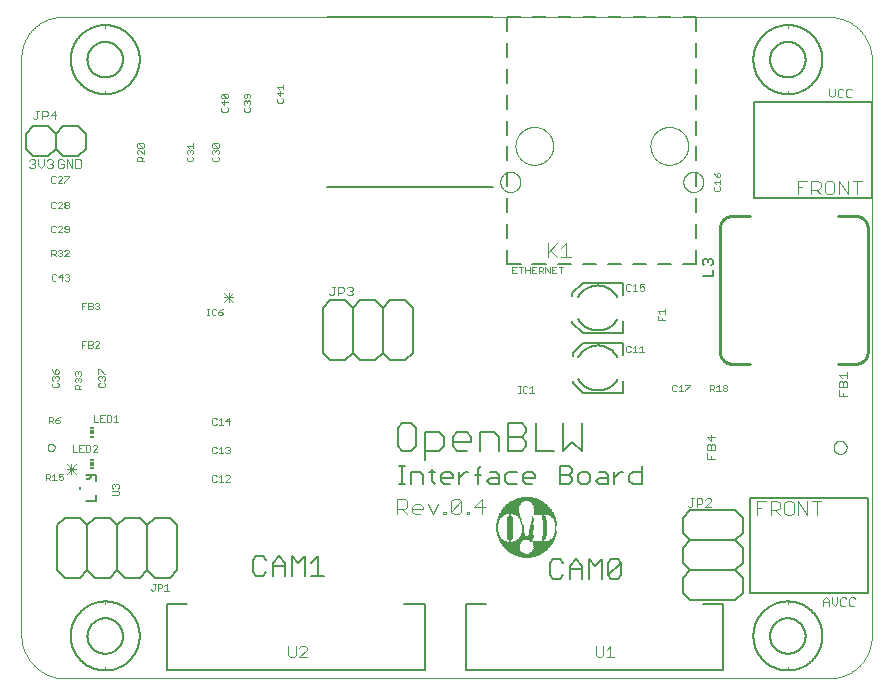
<source format=gto>
G75*
%MOIN*%
%OFA0B0*%
%FSLAX25Y25*%
%IPPOS*%
%LPD*%
%AMOC8*
5,1,8,0,0,1.08239X$1,22.5*
%
%ADD10C,0.00000*%
%ADD11C,0.00800*%
%ADD12C,0.00500*%
%ADD13C,0.00400*%
%ADD14C,0.00600*%
%ADD15C,0.00300*%
%ADD16C,0.00200*%
%ADD17R,0.01181X0.00591*%
%ADD18R,0.01181X0.01181*%
%ADD19R,0.01772X0.00039*%
%ADD20R,0.02480X0.00039*%
%ADD21R,0.03031X0.00039*%
%ADD22R,0.03504X0.00039*%
%ADD23R,0.03976X0.00039*%
%ADD24R,0.04291X0.00039*%
%ADD25R,0.04685X0.00039*%
%ADD26R,0.05000X0.00039*%
%ADD27R,0.05315X0.00039*%
%ADD28R,0.05551X0.00039*%
%ADD29R,0.05866X0.00039*%
%ADD30R,0.06102X0.00039*%
%ADD31R,0.06339X0.00039*%
%ADD32R,0.06575X0.00039*%
%ADD33R,0.06811X0.00039*%
%ADD34R,0.06969X0.00039*%
%ADD35R,0.07205X0.00039*%
%ADD36R,0.07441X0.00039*%
%ADD37R,0.07598X0.00039*%
%ADD38R,0.07756X0.00039*%
%ADD39R,0.07992X0.00039*%
%ADD40R,0.08150X0.00039*%
%ADD41R,0.08307X0.00039*%
%ADD42R,0.08465X0.00039*%
%ADD43R,0.08701X0.00039*%
%ADD44R,0.08858X0.00039*%
%ADD45R,0.09016X0.00039*%
%ADD46R,0.09173X0.00039*%
%ADD47R,0.04134X0.00039*%
%ADD48R,0.03937X0.00039*%
%ADD49R,0.04094X0.00039*%
%ADD50R,0.03898X0.00039*%
%ADD51R,0.04055X0.00039*%
%ADD52R,0.03858X0.00039*%
%ADD53R,0.04016X0.00039*%
%ADD54R,0.03819X0.00039*%
%ADD55R,0.04173X0.00039*%
%ADD56R,0.04213X0.00039*%
%ADD57R,0.04252X0.00039*%
%ADD58R,0.04331X0.00039*%
%ADD59R,0.04409X0.00039*%
%ADD60R,0.04449X0.00039*%
%ADD61R,0.04488X0.00039*%
%ADD62R,0.04370X0.00039*%
%ADD63R,0.04528X0.00039*%
%ADD64R,0.04567X0.00039*%
%ADD65R,0.04606X0.00039*%
%ADD66R,0.04646X0.00039*%
%ADD67R,0.04724X0.00039*%
%ADD68R,0.04764X0.00039*%
%ADD69R,0.04803X0.00039*%
%ADD70R,0.04843X0.00039*%
%ADD71R,0.04882X0.00039*%
%ADD72R,0.04921X0.00039*%
%ADD73R,0.04961X0.00039*%
%ADD74R,0.05039X0.00039*%
%ADD75R,0.05079X0.00039*%
%ADD76R,0.05118X0.00039*%
%ADD77R,0.05157X0.00039*%
%ADD78R,0.05197X0.00039*%
%ADD79R,0.05236X0.00039*%
%ADD80R,0.05276X0.00039*%
%ADD81R,0.05354X0.00039*%
%ADD82R,0.05394X0.00039*%
%ADD83R,0.05433X0.00039*%
%ADD84R,0.05472X0.00039*%
%ADD85R,0.05512X0.00039*%
%ADD86R,0.05591X0.00039*%
%ADD87R,0.05630X0.00039*%
%ADD88R,0.05669X0.00039*%
%ADD89R,0.05709X0.00039*%
%ADD90R,0.05748X0.00039*%
%ADD91R,0.05787X0.00039*%
%ADD92R,0.05827X0.00039*%
%ADD93R,0.05906X0.00039*%
%ADD94R,0.05945X0.00039*%
%ADD95R,0.05984X0.00039*%
%ADD96R,0.06024X0.00039*%
%ADD97R,0.06063X0.00039*%
%ADD98R,0.06142X0.00039*%
%ADD99R,0.06181X0.00039*%
%ADD100R,0.06220X0.00039*%
%ADD101R,0.06260X0.00039*%
%ADD102R,0.06299X0.00039*%
%ADD103R,0.06378X0.00039*%
%ADD104R,0.06457X0.00039*%
%ADD105R,0.06496X0.00039*%
%ADD106R,0.06535X0.00039*%
%ADD107R,0.06614X0.00039*%
%ADD108R,0.06693X0.00039*%
%ADD109R,0.06732X0.00039*%
%ADD110R,0.06654X0.00039*%
%ADD111R,0.02638X0.00039*%
%ADD112R,0.00551X0.00039*%
%ADD113R,0.06850X0.00039*%
%ADD114R,0.02402X0.00039*%
%ADD115R,0.02795X0.00039*%
%ADD116R,0.06890X0.00039*%
%ADD117R,0.02244X0.00039*%
%ADD118R,0.02677X0.00039*%
%ADD119R,0.02087X0.00039*%
%ADD120R,0.02559X0.00039*%
%ADD121R,0.07008X0.00039*%
%ADD122R,0.02008X0.00039*%
%ADD123R,0.02441X0.00039*%
%ADD124R,0.07087X0.00039*%
%ADD125R,0.01850X0.00039*%
%ADD126R,0.02362X0.00039*%
%ADD127R,0.07126X0.00039*%
%ADD128R,0.01811X0.00039*%
%ADD129R,0.02323X0.00039*%
%ADD130R,0.00197X0.00039*%
%ADD131R,0.00591X0.00039*%
%ADD132R,0.02283X0.00039*%
%ADD133R,0.01693X0.00039*%
%ADD134R,0.00118X0.00039*%
%ADD135R,0.02047X0.00039*%
%ADD136R,0.01654X0.00039*%
%ADD137R,0.02205X0.00039*%
%ADD138R,0.01929X0.00039*%
%ADD139R,0.01614X0.00039*%
%ADD140R,0.02165X0.00039*%
%ADD141R,0.01535X0.00039*%
%ADD142R,0.01732X0.00039*%
%ADD143R,0.01496X0.00039*%
%ADD144R,0.00157X0.00039*%
%ADD145R,0.01417X0.00039*%
%ADD146R,0.00236X0.00039*%
%ADD147R,0.01378X0.00039*%
%ADD148R,0.00276X0.00039*%
%ADD149R,0.01575X0.00039*%
%ADD150R,0.01339X0.00039*%
%ADD151R,0.00315X0.00039*%
%ADD152R,0.01299X0.00039*%
%ADD153R,0.00394X0.00039*%
%ADD154R,0.01457X0.00039*%
%ADD155R,0.01220X0.00039*%
%ADD156R,0.00472X0.00039*%
%ADD157R,0.00512X0.00039*%
%ADD158R,0.01181X0.00039*%
%ADD159R,0.01102X0.00039*%
%ADD160R,0.00669X0.00039*%
%ADD161R,0.01260X0.00039*%
%ADD162R,0.00709X0.00039*%
%ADD163R,0.00827X0.00039*%
%ADD164R,0.01063X0.00039*%
%ADD165R,0.00945X0.00039*%
%ADD166R,0.01024X0.00039*%
%ADD167R,0.01142X0.00039*%
%ADD168R,0.00984X0.00039*%
%ADD169R,0.00906X0.00039*%
%ADD170R,0.00866X0.00039*%
%ADD171R,0.00787X0.00039*%
%ADD172R,0.00748X0.00039*%
%ADD173R,0.00630X0.00039*%
%ADD174R,0.00433X0.00039*%
%ADD175R,0.00354X0.00039*%
%ADD176R,0.00079X0.00039*%
%ADD177R,0.01890X0.00039*%
%ADD178R,0.01969X0.00039*%
%ADD179R,0.02126X0.00039*%
%ADD180R,0.02598X0.00039*%
%ADD181R,0.02520X0.00039*%
%ADD182R,0.06417X0.00039*%
%ADD183R,0.09409X0.00039*%
%ADD184R,0.09331X0.00039*%
%ADD185C,0.01000*%
%ADD186C,0.00700*%
D10*
X0015673Y0001500D02*
X0270791Y0001500D01*
X0271133Y0001504D01*
X0271476Y0001517D01*
X0271818Y0001537D01*
X0272159Y0001566D01*
X0272499Y0001603D01*
X0272839Y0001649D01*
X0273177Y0001702D01*
X0273514Y0001764D01*
X0273849Y0001834D01*
X0274183Y0001912D01*
X0274514Y0001998D01*
X0274844Y0002092D01*
X0275171Y0002194D01*
X0275495Y0002303D01*
X0275817Y0002421D01*
X0276136Y0002546D01*
X0276451Y0002679D01*
X0276764Y0002820D01*
X0277072Y0002968D01*
X0277378Y0003123D01*
X0277679Y0003286D01*
X0277976Y0003456D01*
X0278269Y0003633D01*
X0278558Y0003818D01*
X0278842Y0004009D01*
X0279122Y0004207D01*
X0279396Y0004411D01*
X0279666Y0004623D01*
X0279930Y0004840D01*
X0280189Y0005064D01*
X0280443Y0005295D01*
X0280691Y0005531D01*
X0280933Y0005773D01*
X0281169Y0006021D01*
X0281400Y0006275D01*
X0281624Y0006534D01*
X0281841Y0006798D01*
X0282053Y0007068D01*
X0282257Y0007342D01*
X0282455Y0007622D01*
X0282646Y0007906D01*
X0282831Y0008195D01*
X0283008Y0008488D01*
X0283178Y0008785D01*
X0283341Y0009086D01*
X0283496Y0009392D01*
X0283644Y0009700D01*
X0283785Y0010013D01*
X0283918Y0010328D01*
X0284043Y0010647D01*
X0284161Y0010969D01*
X0284270Y0011293D01*
X0284372Y0011620D01*
X0284466Y0011950D01*
X0284552Y0012281D01*
X0284630Y0012615D01*
X0284700Y0012950D01*
X0284762Y0013287D01*
X0284815Y0013625D01*
X0284861Y0013965D01*
X0284898Y0014305D01*
X0284927Y0014646D01*
X0284947Y0014988D01*
X0284960Y0015331D01*
X0284964Y0015673D01*
X0284965Y0015673D02*
X0284965Y0207799D01*
X0284964Y0207799D02*
X0284960Y0208141D01*
X0284947Y0208484D01*
X0284927Y0208826D01*
X0284898Y0209167D01*
X0284861Y0209507D01*
X0284815Y0209847D01*
X0284762Y0210185D01*
X0284700Y0210522D01*
X0284630Y0210857D01*
X0284552Y0211191D01*
X0284466Y0211522D01*
X0284372Y0211852D01*
X0284270Y0212179D01*
X0284161Y0212503D01*
X0284043Y0212825D01*
X0283918Y0213144D01*
X0283785Y0213459D01*
X0283644Y0213772D01*
X0283496Y0214080D01*
X0283341Y0214386D01*
X0283178Y0214687D01*
X0283008Y0214984D01*
X0282831Y0215277D01*
X0282646Y0215566D01*
X0282455Y0215850D01*
X0282257Y0216130D01*
X0282053Y0216404D01*
X0281841Y0216674D01*
X0281624Y0216938D01*
X0281400Y0217197D01*
X0281169Y0217451D01*
X0280933Y0217699D01*
X0280691Y0217941D01*
X0280443Y0218177D01*
X0280189Y0218408D01*
X0279930Y0218632D01*
X0279666Y0218849D01*
X0279396Y0219061D01*
X0279122Y0219265D01*
X0278842Y0219463D01*
X0278558Y0219654D01*
X0278269Y0219839D01*
X0277976Y0220016D01*
X0277679Y0220186D01*
X0277378Y0220349D01*
X0277072Y0220504D01*
X0276764Y0220652D01*
X0276451Y0220793D01*
X0276136Y0220926D01*
X0275817Y0221051D01*
X0275495Y0221169D01*
X0275171Y0221278D01*
X0274844Y0221380D01*
X0274514Y0221474D01*
X0274183Y0221560D01*
X0273849Y0221638D01*
X0273514Y0221708D01*
X0273177Y0221770D01*
X0272839Y0221823D01*
X0272499Y0221869D01*
X0272159Y0221906D01*
X0271818Y0221935D01*
X0271476Y0221955D01*
X0271133Y0221968D01*
X0270791Y0221972D01*
X0015673Y0221972D01*
X0001500Y0208799D02*
X0001500Y0016673D01*
X0001492Y0016318D01*
X0001492Y0015963D01*
X0001502Y0015609D01*
X0001520Y0015254D01*
X0001546Y0014901D01*
X0001581Y0014548D01*
X0001625Y0014195D01*
X0001677Y0013845D01*
X0001737Y0013495D01*
X0001806Y0013147D01*
X0001884Y0012801D01*
X0001969Y0012456D01*
X0002063Y0012114D01*
X0002165Y0011774D01*
X0002276Y0011437D01*
X0002394Y0011103D01*
X0002521Y0010771D01*
X0002655Y0010443D01*
X0002798Y0010118D01*
X0002948Y0009797D01*
X0003106Y0009479D01*
X0003271Y0009165D01*
X0003445Y0008855D01*
X0003625Y0008550D01*
X0003813Y0008249D01*
X0004008Y0007953D01*
X0004210Y0007661D01*
X0004419Y0007375D01*
X0004635Y0007093D01*
X0004858Y0006817D01*
X0005088Y0006546D01*
X0005323Y0006281D01*
X0005566Y0006022D01*
X0005814Y0005769D01*
X0006068Y0005521D01*
X0006329Y0005280D01*
X0006595Y0005046D01*
X0006867Y0004817D01*
X0007144Y0004596D01*
X0007426Y0004381D01*
X0007714Y0004173D01*
X0008006Y0003972D01*
X0008303Y0003778D01*
X0008605Y0003592D01*
X0008911Y0003413D01*
X0009222Y0003241D01*
X0009536Y0003077D01*
X0009855Y0002920D01*
X0010177Y0002771D01*
X0010502Y0002630D01*
X0010831Y0002497D01*
X0011163Y0002372D01*
X0011498Y0002255D01*
X0011836Y0002146D01*
X0012176Y0002046D01*
X0012518Y0001953D01*
X0012863Y0001869D01*
X0013210Y0001793D01*
X0013558Y0001726D01*
X0013908Y0001667D01*
X0014259Y0001616D01*
X0014611Y0001574D01*
X0014965Y0001541D01*
X0015319Y0001516D01*
X0015673Y0001500D01*
X0010260Y0078500D02*
X0010262Y0078569D01*
X0010268Y0078637D01*
X0010278Y0078705D01*
X0010292Y0078772D01*
X0010310Y0078839D01*
X0010331Y0078904D01*
X0010357Y0078968D01*
X0010386Y0079030D01*
X0010418Y0079090D01*
X0010454Y0079149D01*
X0010494Y0079205D01*
X0010536Y0079259D01*
X0010582Y0079310D01*
X0010631Y0079359D01*
X0010682Y0079405D01*
X0010736Y0079447D01*
X0010792Y0079487D01*
X0010850Y0079523D01*
X0010911Y0079555D01*
X0010973Y0079584D01*
X0011037Y0079610D01*
X0011102Y0079631D01*
X0011169Y0079649D01*
X0011236Y0079663D01*
X0011304Y0079673D01*
X0011372Y0079679D01*
X0011441Y0079681D01*
X0011510Y0079679D01*
X0011578Y0079673D01*
X0011646Y0079663D01*
X0011713Y0079649D01*
X0011780Y0079631D01*
X0011845Y0079610D01*
X0011909Y0079584D01*
X0011971Y0079555D01*
X0012031Y0079523D01*
X0012090Y0079487D01*
X0012146Y0079447D01*
X0012200Y0079405D01*
X0012251Y0079359D01*
X0012300Y0079310D01*
X0012346Y0079259D01*
X0012388Y0079205D01*
X0012428Y0079149D01*
X0012464Y0079090D01*
X0012496Y0079030D01*
X0012525Y0078968D01*
X0012551Y0078904D01*
X0012572Y0078839D01*
X0012590Y0078772D01*
X0012604Y0078705D01*
X0012614Y0078637D01*
X0012620Y0078569D01*
X0012622Y0078500D01*
X0012620Y0078431D01*
X0012614Y0078363D01*
X0012604Y0078295D01*
X0012590Y0078228D01*
X0012572Y0078161D01*
X0012551Y0078096D01*
X0012525Y0078032D01*
X0012496Y0077970D01*
X0012464Y0077909D01*
X0012428Y0077851D01*
X0012388Y0077795D01*
X0012346Y0077741D01*
X0012300Y0077690D01*
X0012251Y0077641D01*
X0012200Y0077595D01*
X0012146Y0077553D01*
X0012090Y0077513D01*
X0012032Y0077477D01*
X0011971Y0077445D01*
X0011909Y0077416D01*
X0011845Y0077390D01*
X0011780Y0077369D01*
X0011713Y0077351D01*
X0011646Y0077337D01*
X0011578Y0077327D01*
X0011510Y0077321D01*
X0011441Y0077319D01*
X0011372Y0077321D01*
X0011304Y0077327D01*
X0011236Y0077337D01*
X0011169Y0077351D01*
X0011102Y0077369D01*
X0011037Y0077390D01*
X0010973Y0077416D01*
X0010911Y0077445D01*
X0010850Y0077477D01*
X0010792Y0077513D01*
X0010736Y0077553D01*
X0010682Y0077595D01*
X0010631Y0077641D01*
X0010582Y0077690D01*
X0010536Y0077741D01*
X0010494Y0077795D01*
X0010454Y0077851D01*
X0010418Y0077909D01*
X0010386Y0077970D01*
X0010357Y0078032D01*
X0010331Y0078096D01*
X0010310Y0078161D01*
X0010292Y0078228D01*
X0010278Y0078295D01*
X0010268Y0078363D01*
X0010262Y0078431D01*
X0010260Y0078500D01*
X0161142Y0166992D02*
X0161144Y0167107D01*
X0161150Y0167223D01*
X0161160Y0167338D01*
X0161174Y0167453D01*
X0161192Y0167567D01*
X0161214Y0167680D01*
X0161239Y0167793D01*
X0161269Y0167904D01*
X0161302Y0168015D01*
X0161339Y0168124D01*
X0161380Y0168232D01*
X0161425Y0168339D01*
X0161473Y0168444D01*
X0161525Y0168547D01*
X0161581Y0168648D01*
X0161640Y0168748D01*
X0161702Y0168845D01*
X0161768Y0168940D01*
X0161836Y0169033D01*
X0161908Y0169123D01*
X0161983Y0169211D01*
X0162062Y0169296D01*
X0162143Y0169378D01*
X0162226Y0169458D01*
X0162313Y0169534D01*
X0162402Y0169608D01*
X0162493Y0169678D01*
X0162587Y0169746D01*
X0162683Y0169810D01*
X0162782Y0169870D01*
X0162882Y0169927D01*
X0162984Y0169981D01*
X0163088Y0170031D01*
X0163194Y0170078D01*
X0163301Y0170121D01*
X0163410Y0170160D01*
X0163520Y0170195D01*
X0163631Y0170226D01*
X0163743Y0170254D01*
X0163856Y0170278D01*
X0163970Y0170298D01*
X0164085Y0170314D01*
X0164200Y0170326D01*
X0164315Y0170334D01*
X0164430Y0170338D01*
X0164546Y0170338D01*
X0164661Y0170334D01*
X0164776Y0170326D01*
X0164891Y0170314D01*
X0165006Y0170298D01*
X0165120Y0170278D01*
X0165233Y0170254D01*
X0165345Y0170226D01*
X0165456Y0170195D01*
X0165566Y0170160D01*
X0165675Y0170121D01*
X0165782Y0170078D01*
X0165888Y0170031D01*
X0165992Y0169981D01*
X0166094Y0169927D01*
X0166194Y0169870D01*
X0166293Y0169810D01*
X0166389Y0169746D01*
X0166483Y0169678D01*
X0166574Y0169608D01*
X0166663Y0169534D01*
X0166750Y0169458D01*
X0166833Y0169378D01*
X0166914Y0169296D01*
X0166993Y0169211D01*
X0167068Y0169123D01*
X0167140Y0169033D01*
X0167208Y0168940D01*
X0167274Y0168845D01*
X0167336Y0168748D01*
X0167395Y0168648D01*
X0167451Y0168547D01*
X0167503Y0168444D01*
X0167551Y0168339D01*
X0167596Y0168232D01*
X0167637Y0168124D01*
X0167674Y0168015D01*
X0167707Y0167904D01*
X0167737Y0167793D01*
X0167762Y0167680D01*
X0167784Y0167567D01*
X0167802Y0167453D01*
X0167816Y0167338D01*
X0167826Y0167223D01*
X0167832Y0167107D01*
X0167834Y0166992D01*
X0167832Y0166877D01*
X0167826Y0166761D01*
X0167816Y0166646D01*
X0167802Y0166531D01*
X0167784Y0166417D01*
X0167762Y0166304D01*
X0167737Y0166191D01*
X0167707Y0166080D01*
X0167674Y0165969D01*
X0167637Y0165860D01*
X0167596Y0165752D01*
X0167551Y0165645D01*
X0167503Y0165540D01*
X0167451Y0165437D01*
X0167395Y0165336D01*
X0167336Y0165236D01*
X0167274Y0165139D01*
X0167208Y0165044D01*
X0167140Y0164951D01*
X0167068Y0164861D01*
X0166993Y0164773D01*
X0166914Y0164688D01*
X0166833Y0164606D01*
X0166750Y0164526D01*
X0166663Y0164450D01*
X0166574Y0164376D01*
X0166483Y0164306D01*
X0166389Y0164238D01*
X0166293Y0164174D01*
X0166194Y0164114D01*
X0166094Y0164057D01*
X0165992Y0164003D01*
X0165888Y0163953D01*
X0165782Y0163906D01*
X0165675Y0163863D01*
X0165566Y0163824D01*
X0165456Y0163789D01*
X0165345Y0163758D01*
X0165233Y0163730D01*
X0165120Y0163706D01*
X0165006Y0163686D01*
X0164891Y0163670D01*
X0164776Y0163658D01*
X0164661Y0163650D01*
X0164546Y0163646D01*
X0164430Y0163646D01*
X0164315Y0163650D01*
X0164200Y0163658D01*
X0164085Y0163670D01*
X0163970Y0163686D01*
X0163856Y0163706D01*
X0163743Y0163730D01*
X0163631Y0163758D01*
X0163520Y0163789D01*
X0163410Y0163824D01*
X0163301Y0163863D01*
X0163194Y0163906D01*
X0163088Y0163953D01*
X0162984Y0164003D01*
X0162882Y0164057D01*
X0162782Y0164114D01*
X0162683Y0164174D01*
X0162587Y0164238D01*
X0162493Y0164306D01*
X0162402Y0164376D01*
X0162313Y0164450D01*
X0162226Y0164526D01*
X0162143Y0164606D01*
X0162062Y0164688D01*
X0161983Y0164773D01*
X0161908Y0164861D01*
X0161836Y0164951D01*
X0161768Y0165044D01*
X0161702Y0165139D01*
X0161640Y0165236D01*
X0161581Y0165336D01*
X0161525Y0165437D01*
X0161473Y0165540D01*
X0161425Y0165645D01*
X0161380Y0165752D01*
X0161339Y0165860D01*
X0161302Y0165969D01*
X0161269Y0166080D01*
X0161239Y0166191D01*
X0161214Y0166304D01*
X0161192Y0166417D01*
X0161174Y0166531D01*
X0161160Y0166646D01*
X0161150Y0166761D01*
X0161144Y0166877D01*
X0161142Y0166992D01*
X0166201Y0179000D02*
X0166203Y0179158D01*
X0166209Y0179316D01*
X0166219Y0179474D01*
X0166233Y0179632D01*
X0166251Y0179789D01*
X0166272Y0179946D01*
X0166298Y0180102D01*
X0166328Y0180258D01*
X0166361Y0180413D01*
X0166399Y0180566D01*
X0166440Y0180719D01*
X0166485Y0180871D01*
X0166534Y0181022D01*
X0166587Y0181171D01*
X0166643Y0181319D01*
X0166703Y0181465D01*
X0166767Y0181610D01*
X0166835Y0181753D01*
X0166906Y0181895D01*
X0166980Y0182035D01*
X0167058Y0182172D01*
X0167140Y0182308D01*
X0167224Y0182442D01*
X0167313Y0182573D01*
X0167404Y0182702D01*
X0167499Y0182829D01*
X0167596Y0182954D01*
X0167697Y0183076D01*
X0167801Y0183195D01*
X0167908Y0183312D01*
X0168018Y0183426D01*
X0168131Y0183537D01*
X0168246Y0183646D01*
X0168364Y0183751D01*
X0168485Y0183853D01*
X0168608Y0183953D01*
X0168734Y0184049D01*
X0168862Y0184142D01*
X0168992Y0184232D01*
X0169125Y0184318D01*
X0169260Y0184402D01*
X0169396Y0184481D01*
X0169535Y0184558D01*
X0169676Y0184630D01*
X0169818Y0184700D01*
X0169962Y0184765D01*
X0170108Y0184827D01*
X0170255Y0184885D01*
X0170404Y0184940D01*
X0170554Y0184991D01*
X0170705Y0185038D01*
X0170857Y0185081D01*
X0171010Y0185120D01*
X0171165Y0185156D01*
X0171320Y0185187D01*
X0171476Y0185215D01*
X0171632Y0185239D01*
X0171789Y0185259D01*
X0171947Y0185275D01*
X0172104Y0185287D01*
X0172263Y0185295D01*
X0172421Y0185299D01*
X0172579Y0185299D01*
X0172737Y0185295D01*
X0172896Y0185287D01*
X0173053Y0185275D01*
X0173211Y0185259D01*
X0173368Y0185239D01*
X0173524Y0185215D01*
X0173680Y0185187D01*
X0173835Y0185156D01*
X0173990Y0185120D01*
X0174143Y0185081D01*
X0174295Y0185038D01*
X0174446Y0184991D01*
X0174596Y0184940D01*
X0174745Y0184885D01*
X0174892Y0184827D01*
X0175038Y0184765D01*
X0175182Y0184700D01*
X0175324Y0184630D01*
X0175465Y0184558D01*
X0175604Y0184481D01*
X0175740Y0184402D01*
X0175875Y0184318D01*
X0176008Y0184232D01*
X0176138Y0184142D01*
X0176266Y0184049D01*
X0176392Y0183953D01*
X0176515Y0183853D01*
X0176636Y0183751D01*
X0176754Y0183646D01*
X0176869Y0183537D01*
X0176982Y0183426D01*
X0177092Y0183312D01*
X0177199Y0183195D01*
X0177303Y0183076D01*
X0177404Y0182954D01*
X0177501Y0182829D01*
X0177596Y0182702D01*
X0177687Y0182573D01*
X0177776Y0182442D01*
X0177860Y0182308D01*
X0177942Y0182172D01*
X0178020Y0182035D01*
X0178094Y0181895D01*
X0178165Y0181753D01*
X0178233Y0181610D01*
X0178297Y0181465D01*
X0178357Y0181319D01*
X0178413Y0181171D01*
X0178466Y0181022D01*
X0178515Y0180871D01*
X0178560Y0180719D01*
X0178601Y0180566D01*
X0178639Y0180413D01*
X0178672Y0180258D01*
X0178702Y0180102D01*
X0178728Y0179946D01*
X0178749Y0179789D01*
X0178767Y0179632D01*
X0178781Y0179474D01*
X0178791Y0179316D01*
X0178797Y0179158D01*
X0178799Y0179000D01*
X0178797Y0178842D01*
X0178791Y0178684D01*
X0178781Y0178526D01*
X0178767Y0178368D01*
X0178749Y0178211D01*
X0178728Y0178054D01*
X0178702Y0177898D01*
X0178672Y0177742D01*
X0178639Y0177587D01*
X0178601Y0177434D01*
X0178560Y0177281D01*
X0178515Y0177129D01*
X0178466Y0176978D01*
X0178413Y0176829D01*
X0178357Y0176681D01*
X0178297Y0176535D01*
X0178233Y0176390D01*
X0178165Y0176247D01*
X0178094Y0176105D01*
X0178020Y0175965D01*
X0177942Y0175828D01*
X0177860Y0175692D01*
X0177776Y0175558D01*
X0177687Y0175427D01*
X0177596Y0175298D01*
X0177501Y0175171D01*
X0177404Y0175046D01*
X0177303Y0174924D01*
X0177199Y0174805D01*
X0177092Y0174688D01*
X0176982Y0174574D01*
X0176869Y0174463D01*
X0176754Y0174354D01*
X0176636Y0174249D01*
X0176515Y0174147D01*
X0176392Y0174047D01*
X0176266Y0173951D01*
X0176138Y0173858D01*
X0176008Y0173768D01*
X0175875Y0173682D01*
X0175740Y0173598D01*
X0175604Y0173519D01*
X0175465Y0173442D01*
X0175324Y0173370D01*
X0175182Y0173300D01*
X0175038Y0173235D01*
X0174892Y0173173D01*
X0174745Y0173115D01*
X0174596Y0173060D01*
X0174446Y0173009D01*
X0174295Y0172962D01*
X0174143Y0172919D01*
X0173990Y0172880D01*
X0173835Y0172844D01*
X0173680Y0172813D01*
X0173524Y0172785D01*
X0173368Y0172761D01*
X0173211Y0172741D01*
X0173053Y0172725D01*
X0172896Y0172713D01*
X0172737Y0172705D01*
X0172579Y0172701D01*
X0172421Y0172701D01*
X0172263Y0172705D01*
X0172104Y0172713D01*
X0171947Y0172725D01*
X0171789Y0172741D01*
X0171632Y0172761D01*
X0171476Y0172785D01*
X0171320Y0172813D01*
X0171165Y0172844D01*
X0171010Y0172880D01*
X0170857Y0172919D01*
X0170705Y0172962D01*
X0170554Y0173009D01*
X0170404Y0173060D01*
X0170255Y0173115D01*
X0170108Y0173173D01*
X0169962Y0173235D01*
X0169818Y0173300D01*
X0169676Y0173370D01*
X0169535Y0173442D01*
X0169396Y0173519D01*
X0169260Y0173598D01*
X0169125Y0173682D01*
X0168992Y0173768D01*
X0168862Y0173858D01*
X0168734Y0173951D01*
X0168608Y0174047D01*
X0168485Y0174147D01*
X0168364Y0174249D01*
X0168246Y0174354D01*
X0168131Y0174463D01*
X0168018Y0174574D01*
X0167908Y0174688D01*
X0167801Y0174805D01*
X0167697Y0174924D01*
X0167596Y0175046D01*
X0167499Y0175171D01*
X0167404Y0175298D01*
X0167313Y0175427D01*
X0167224Y0175558D01*
X0167140Y0175692D01*
X0167058Y0175828D01*
X0166980Y0175965D01*
X0166906Y0176105D01*
X0166835Y0176247D01*
X0166767Y0176390D01*
X0166703Y0176535D01*
X0166643Y0176681D01*
X0166587Y0176829D01*
X0166534Y0176978D01*
X0166485Y0177129D01*
X0166440Y0177281D01*
X0166399Y0177434D01*
X0166361Y0177587D01*
X0166328Y0177742D01*
X0166298Y0177898D01*
X0166272Y0178054D01*
X0166251Y0178211D01*
X0166233Y0178368D01*
X0166219Y0178526D01*
X0166209Y0178684D01*
X0166203Y0178842D01*
X0166201Y0179000D01*
X0211201Y0179000D02*
X0211203Y0179158D01*
X0211209Y0179316D01*
X0211219Y0179474D01*
X0211233Y0179632D01*
X0211251Y0179789D01*
X0211272Y0179946D01*
X0211298Y0180102D01*
X0211328Y0180258D01*
X0211361Y0180413D01*
X0211399Y0180566D01*
X0211440Y0180719D01*
X0211485Y0180871D01*
X0211534Y0181022D01*
X0211587Y0181171D01*
X0211643Y0181319D01*
X0211703Y0181465D01*
X0211767Y0181610D01*
X0211835Y0181753D01*
X0211906Y0181895D01*
X0211980Y0182035D01*
X0212058Y0182172D01*
X0212140Y0182308D01*
X0212224Y0182442D01*
X0212313Y0182573D01*
X0212404Y0182702D01*
X0212499Y0182829D01*
X0212596Y0182954D01*
X0212697Y0183076D01*
X0212801Y0183195D01*
X0212908Y0183312D01*
X0213018Y0183426D01*
X0213131Y0183537D01*
X0213246Y0183646D01*
X0213364Y0183751D01*
X0213485Y0183853D01*
X0213608Y0183953D01*
X0213734Y0184049D01*
X0213862Y0184142D01*
X0213992Y0184232D01*
X0214125Y0184318D01*
X0214260Y0184402D01*
X0214396Y0184481D01*
X0214535Y0184558D01*
X0214676Y0184630D01*
X0214818Y0184700D01*
X0214962Y0184765D01*
X0215108Y0184827D01*
X0215255Y0184885D01*
X0215404Y0184940D01*
X0215554Y0184991D01*
X0215705Y0185038D01*
X0215857Y0185081D01*
X0216010Y0185120D01*
X0216165Y0185156D01*
X0216320Y0185187D01*
X0216476Y0185215D01*
X0216632Y0185239D01*
X0216789Y0185259D01*
X0216947Y0185275D01*
X0217104Y0185287D01*
X0217263Y0185295D01*
X0217421Y0185299D01*
X0217579Y0185299D01*
X0217737Y0185295D01*
X0217896Y0185287D01*
X0218053Y0185275D01*
X0218211Y0185259D01*
X0218368Y0185239D01*
X0218524Y0185215D01*
X0218680Y0185187D01*
X0218835Y0185156D01*
X0218990Y0185120D01*
X0219143Y0185081D01*
X0219295Y0185038D01*
X0219446Y0184991D01*
X0219596Y0184940D01*
X0219745Y0184885D01*
X0219892Y0184827D01*
X0220038Y0184765D01*
X0220182Y0184700D01*
X0220324Y0184630D01*
X0220465Y0184558D01*
X0220604Y0184481D01*
X0220740Y0184402D01*
X0220875Y0184318D01*
X0221008Y0184232D01*
X0221138Y0184142D01*
X0221266Y0184049D01*
X0221392Y0183953D01*
X0221515Y0183853D01*
X0221636Y0183751D01*
X0221754Y0183646D01*
X0221869Y0183537D01*
X0221982Y0183426D01*
X0222092Y0183312D01*
X0222199Y0183195D01*
X0222303Y0183076D01*
X0222404Y0182954D01*
X0222501Y0182829D01*
X0222596Y0182702D01*
X0222687Y0182573D01*
X0222776Y0182442D01*
X0222860Y0182308D01*
X0222942Y0182172D01*
X0223020Y0182035D01*
X0223094Y0181895D01*
X0223165Y0181753D01*
X0223233Y0181610D01*
X0223297Y0181465D01*
X0223357Y0181319D01*
X0223413Y0181171D01*
X0223466Y0181022D01*
X0223515Y0180871D01*
X0223560Y0180719D01*
X0223601Y0180566D01*
X0223639Y0180413D01*
X0223672Y0180258D01*
X0223702Y0180102D01*
X0223728Y0179946D01*
X0223749Y0179789D01*
X0223767Y0179632D01*
X0223781Y0179474D01*
X0223791Y0179316D01*
X0223797Y0179158D01*
X0223799Y0179000D01*
X0223797Y0178842D01*
X0223791Y0178684D01*
X0223781Y0178526D01*
X0223767Y0178368D01*
X0223749Y0178211D01*
X0223728Y0178054D01*
X0223702Y0177898D01*
X0223672Y0177742D01*
X0223639Y0177587D01*
X0223601Y0177434D01*
X0223560Y0177281D01*
X0223515Y0177129D01*
X0223466Y0176978D01*
X0223413Y0176829D01*
X0223357Y0176681D01*
X0223297Y0176535D01*
X0223233Y0176390D01*
X0223165Y0176247D01*
X0223094Y0176105D01*
X0223020Y0175965D01*
X0222942Y0175828D01*
X0222860Y0175692D01*
X0222776Y0175558D01*
X0222687Y0175427D01*
X0222596Y0175298D01*
X0222501Y0175171D01*
X0222404Y0175046D01*
X0222303Y0174924D01*
X0222199Y0174805D01*
X0222092Y0174688D01*
X0221982Y0174574D01*
X0221869Y0174463D01*
X0221754Y0174354D01*
X0221636Y0174249D01*
X0221515Y0174147D01*
X0221392Y0174047D01*
X0221266Y0173951D01*
X0221138Y0173858D01*
X0221008Y0173768D01*
X0220875Y0173682D01*
X0220740Y0173598D01*
X0220604Y0173519D01*
X0220465Y0173442D01*
X0220324Y0173370D01*
X0220182Y0173300D01*
X0220038Y0173235D01*
X0219892Y0173173D01*
X0219745Y0173115D01*
X0219596Y0173060D01*
X0219446Y0173009D01*
X0219295Y0172962D01*
X0219143Y0172919D01*
X0218990Y0172880D01*
X0218835Y0172844D01*
X0218680Y0172813D01*
X0218524Y0172785D01*
X0218368Y0172761D01*
X0218211Y0172741D01*
X0218053Y0172725D01*
X0217896Y0172713D01*
X0217737Y0172705D01*
X0217579Y0172701D01*
X0217421Y0172701D01*
X0217263Y0172705D01*
X0217104Y0172713D01*
X0216947Y0172725D01*
X0216789Y0172741D01*
X0216632Y0172761D01*
X0216476Y0172785D01*
X0216320Y0172813D01*
X0216165Y0172844D01*
X0216010Y0172880D01*
X0215857Y0172919D01*
X0215705Y0172962D01*
X0215554Y0173009D01*
X0215404Y0173060D01*
X0215255Y0173115D01*
X0215108Y0173173D01*
X0214962Y0173235D01*
X0214818Y0173300D01*
X0214676Y0173370D01*
X0214535Y0173442D01*
X0214396Y0173519D01*
X0214260Y0173598D01*
X0214125Y0173682D01*
X0213992Y0173768D01*
X0213862Y0173858D01*
X0213734Y0173951D01*
X0213608Y0174047D01*
X0213485Y0174147D01*
X0213364Y0174249D01*
X0213246Y0174354D01*
X0213131Y0174463D01*
X0213018Y0174574D01*
X0212908Y0174688D01*
X0212801Y0174805D01*
X0212697Y0174924D01*
X0212596Y0175046D01*
X0212499Y0175171D01*
X0212404Y0175298D01*
X0212313Y0175427D01*
X0212224Y0175558D01*
X0212140Y0175692D01*
X0212058Y0175828D01*
X0211980Y0175965D01*
X0211906Y0176105D01*
X0211835Y0176247D01*
X0211767Y0176390D01*
X0211703Y0176535D01*
X0211643Y0176681D01*
X0211587Y0176829D01*
X0211534Y0176978D01*
X0211485Y0177129D01*
X0211440Y0177281D01*
X0211399Y0177434D01*
X0211361Y0177587D01*
X0211328Y0177742D01*
X0211298Y0177898D01*
X0211272Y0178054D01*
X0211251Y0178211D01*
X0211233Y0178368D01*
X0211219Y0178526D01*
X0211209Y0178684D01*
X0211203Y0178842D01*
X0211201Y0179000D01*
X0222166Y0166992D02*
X0222168Y0167107D01*
X0222174Y0167223D01*
X0222184Y0167338D01*
X0222198Y0167453D01*
X0222216Y0167567D01*
X0222238Y0167680D01*
X0222263Y0167793D01*
X0222293Y0167904D01*
X0222326Y0168015D01*
X0222363Y0168124D01*
X0222404Y0168232D01*
X0222449Y0168339D01*
X0222497Y0168444D01*
X0222549Y0168547D01*
X0222605Y0168648D01*
X0222664Y0168748D01*
X0222726Y0168845D01*
X0222792Y0168940D01*
X0222860Y0169033D01*
X0222932Y0169123D01*
X0223007Y0169211D01*
X0223086Y0169296D01*
X0223167Y0169378D01*
X0223250Y0169458D01*
X0223337Y0169534D01*
X0223426Y0169608D01*
X0223517Y0169678D01*
X0223611Y0169746D01*
X0223707Y0169810D01*
X0223806Y0169870D01*
X0223906Y0169927D01*
X0224008Y0169981D01*
X0224112Y0170031D01*
X0224218Y0170078D01*
X0224325Y0170121D01*
X0224434Y0170160D01*
X0224544Y0170195D01*
X0224655Y0170226D01*
X0224767Y0170254D01*
X0224880Y0170278D01*
X0224994Y0170298D01*
X0225109Y0170314D01*
X0225224Y0170326D01*
X0225339Y0170334D01*
X0225454Y0170338D01*
X0225570Y0170338D01*
X0225685Y0170334D01*
X0225800Y0170326D01*
X0225915Y0170314D01*
X0226030Y0170298D01*
X0226144Y0170278D01*
X0226257Y0170254D01*
X0226369Y0170226D01*
X0226480Y0170195D01*
X0226590Y0170160D01*
X0226699Y0170121D01*
X0226806Y0170078D01*
X0226912Y0170031D01*
X0227016Y0169981D01*
X0227118Y0169927D01*
X0227218Y0169870D01*
X0227317Y0169810D01*
X0227413Y0169746D01*
X0227507Y0169678D01*
X0227598Y0169608D01*
X0227687Y0169534D01*
X0227774Y0169458D01*
X0227857Y0169378D01*
X0227938Y0169296D01*
X0228017Y0169211D01*
X0228092Y0169123D01*
X0228164Y0169033D01*
X0228232Y0168940D01*
X0228298Y0168845D01*
X0228360Y0168748D01*
X0228419Y0168648D01*
X0228475Y0168547D01*
X0228527Y0168444D01*
X0228575Y0168339D01*
X0228620Y0168232D01*
X0228661Y0168124D01*
X0228698Y0168015D01*
X0228731Y0167904D01*
X0228761Y0167793D01*
X0228786Y0167680D01*
X0228808Y0167567D01*
X0228826Y0167453D01*
X0228840Y0167338D01*
X0228850Y0167223D01*
X0228856Y0167107D01*
X0228858Y0166992D01*
X0228856Y0166877D01*
X0228850Y0166761D01*
X0228840Y0166646D01*
X0228826Y0166531D01*
X0228808Y0166417D01*
X0228786Y0166304D01*
X0228761Y0166191D01*
X0228731Y0166080D01*
X0228698Y0165969D01*
X0228661Y0165860D01*
X0228620Y0165752D01*
X0228575Y0165645D01*
X0228527Y0165540D01*
X0228475Y0165437D01*
X0228419Y0165336D01*
X0228360Y0165236D01*
X0228298Y0165139D01*
X0228232Y0165044D01*
X0228164Y0164951D01*
X0228092Y0164861D01*
X0228017Y0164773D01*
X0227938Y0164688D01*
X0227857Y0164606D01*
X0227774Y0164526D01*
X0227687Y0164450D01*
X0227598Y0164376D01*
X0227507Y0164306D01*
X0227413Y0164238D01*
X0227317Y0164174D01*
X0227218Y0164114D01*
X0227118Y0164057D01*
X0227016Y0164003D01*
X0226912Y0163953D01*
X0226806Y0163906D01*
X0226699Y0163863D01*
X0226590Y0163824D01*
X0226480Y0163789D01*
X0226369Y0163758D01*
X0226257Y0163730D01*
X0226144Y0163706D01*
X0226030Y0163686D01*
X0225915Y0163670D01*
X0225800Y0163658D01*
X0225685Y0163650D01*
X0225570Y0163646D01*
X0225454Y0163646D01*
X0225339Y0163650D01*
X0225224Y0163658D01*
X0225109Y0163670D01*
X0224994Y0163686D01*
X0224880Y0163706D01*
X0224767Y0163730D01*
X0224655Y0163758D01*
X0224544Y0163789D01*
X0224434Y0163824D01*
X0224325Y0163863D01*
X0224218Y0163906D01*
X0224112Y0163953D01*
X0224008Y0164003D01*
X0223906Y0164057D01*
X0223806Y0164114D01*
X0223707Y0164174D01*
X0223611Y0164238D01*
X0223517Y0164306D01*
X0223426Y0164376D01*
X0223337Y0164450D01*
X0223250Y0164526D01*
X0223167Y0164606D01*
X0223086Y0164688D01*
X0223007Y0164773D01*
X0222932Y0164861D01*
X0222860Y0164951D01*
X0222792Y0165044D01*
X0222726Y0165139D01*
X0222664Y0165236D01*
X0222605Y0165336D01*
X0222549Y0165437D01*
X0222497Y0165540D01*
X0222449Y0165645D01*
X0222404Y0165752D01*
X0222363Y0165860D01*
X0222326Y0165969D01*
X0222293Y0166080D01*
X0222263Y0166191D01*
X0222238Y0166304D01*
X0222216Y0166417D01*
X0222198Y0166531D01*
X0222184Y0166646D01*
X0222174Y0166761D01*
X0222168Y0166877D01*
X0222166Y0166992D01*
X0272268Y0078500D02*
X0272270Y0078593D01*
X0272276Y0078685D01*
X0272286Y0078777D01*
X0272300Y0078868D01*
X0272317Y0078959D01*
X0272339Y0079049D01*
X0272364Y0079138D01*
X0272393Y0079226D01*
X0272426Y0079312D01*
X0272463Y0079397D01*
X0272503Y0079481D01*
X0272547Y0079562D01*
X0272594Y0079642D01*
X0272644Y0079720D01*
X0272698Y0079795D01*
X0272755Y0079868D01*
X0272815Y0079938D01*
X0272878Y0080006D01*
X0272944Y0080071D01*
X0273012Y0080133D01*
X0273083Y0080193D01*
X0273157Y0080249D01*
X0273233Y0080302D01*
X0273311Y0080351D01*
X0273391Y0080398D01*
X0273473Y0080440D01*
X0273557Y0080480D01*
X0273642Y0080515D01*
X0273729Y0080547D01*
X0273817Y0080576D01*
X0273906Y0080600D01*
X0273996Y0080621D01*
X0274087Y0080637D01*
X0274179Y0080650D01*
X0274271Y0080659D01*
X0274364Y0080664D01*
X0274456Y0080665D01*
X0274549Y0080662D01*
X0274641Y0080655D01*
X0274733Y0080644D01*
X0274824Y0080629D01*
X0274915Y0080611D01*
X0275005Y0080588D01*
X0275093Y0080562D01*
X0275181Y0080532D01*
X0275267Y0080498D01*
X0275351Y0080461D01*
X0275434Y0080419D01*
X0275515Y0080375D01*
X0275595Y0080327D01*
X0275672Y0080276D01*
X0275746Y0080221D01*
X0275819Y0080163D01*
X0275889Y0080103D01*
X0275956Y0080039D01*
X0276020Y0079973D01*
X0276082Y0079903D01*
X0276140Y0079832D01*
X0276195Y0079758D01*
X0276247Y0079681D01*
X0276296Y0079602D01*
X0276342Y0079522D01*
X0276384Y0079439D01*
X0276422Y0079355D01*
X0276457Y0079269D01*
X0276488Y0079182D01*
X0276515Y0079094D01*
X0276538Y0079004D01*
X0276558Y0078914D01*
X0276574Y0078823D01*
X0276586Y0078731D01*
X0276594Y0078639D01*
X0276598Y0078546D01*
X0276598Y0078454D01*
X0276594Y0078361D01*
X0276586Y0078269D01*
X0276574Y0078177D01*
X0276558Y0078086D01*
X0276538Y0077996D01*
X0276515Y0077906D01*
X0276488Y0077818D01*
X0276457Y0077731D01*
X0276422Y0077645D01*
X0276384Y0077561D01*
X0276342Y0077478D01*
X0276296Y0077398D01*
X0276247Y0077319D01*
X0276195Y0077242D01*
X0276140Y0077168D01*
X0276082Y0077097D01*
X0276020Y0077027D01*
X0275956Y0076961D01*
X0275889Y0076897D01*
X0275819Y0076837D01*
X0275746Y0076779D01*
X0275672Y0076724D01*
X0275595Y0076673D01*
X0275516Y0076625D01*
X0275434Y0076581D01*
X0275351Y0076539D01*
X0275267Y0076502D01*
X0275181Y0076468D01*
X0275093Y0076438D01*
X0275005Y0076412D01*
X0274915Y0076389D01*
X0274824Y0076371D01*
X0274733Y0076356D01*
X0274641Y0076345D01*
X0274549Y0076338D01*
X0274456Y0076335D01*
X0274364Y0076336D01*
X0274271Y0076341D01*
X0274179Y0076350D01*
X0274087Y0076363D01*
X0273996Y0076379D01*
X0273906Y0076400D01*
X0273817Y0076424D01*
X0273729Y0076453D01*
X0273642Y0076485D01*
X0273557Y0076520D01*
X0273473Y0076560D01*
X0273391Y0076602D01*
X0273311Y0076649D01*
X0273233Y0076698D01*
X0273157Y0076751D01*
X0273083Y0076807D01*
X0273012Y0076867D01*
X0272944Y0076929D01*
X0272878Y0076994D01*
X0272815Y0077062D01*
X0272755Y0077132D01*
X0272698Y0077205D01*
X0272644Y0077280D01*
X0272594Y0077358D01*
X0272547Y0077438D01*
X0272503Y0077519D01*
X0272463Y0077603D01*
X0272426Y0077688D01*
X0272393Y0077774D01*
X0272364Y0077862D01*
X0272339Y0077951D01*
X0272317Y0078041D01*
X0272300Y0078132D01*
X0272286Y0078223D01*
X0272276Y0078315D01*
X0272270Y0078407D01*
X0272268Y0078500D01*
X0015673Y0221972D02*
X0015342Y0221980D01*
X0015012Y0221980D01*
X0014681Y0221972D01*
X0014351Y0221956D01*
X0014021Y0221932D01*
X0013692Y0221901D01*
X0013364Y0221861D01*
X0013037Y0221813D01*
X0012711Y0221758D01*
X0012386Y0221694D01*
X0012063Y0221623D01*
X0011742Y0221544D01*
X0011423Y0221457D01*
X0011107Y0221363D01*
X0010792Y0221261D01*
X0010480Y0221151D01*
X0010171Y0221034D01*
X0009865Y0220909D01*
X0009562Y0220777D01*
X0009262Y0220638D01*
X0008965Y0220492D01*
X0008672Y0220338D01*
X0008383Y0220177D01*
X0008098Y0220010D01*
X0007817Y0219836D01*
X0007541Y0219654D01*
X0007269Y0219467D01*
X0007001Y0219272D01*
X0006738Y0219072D01*
X0006480Y0218865D01*
X0006228Y0218652D01*
X0005980Y0218433D01*
X0005738Y0218207D01*
X0005501Y0217977D01*
X0005270Y0217740D01*
X0005045Y0217498D01*
X0004826Y0217251D01*
X0004612Y0216998D01*
X0004405Y0216740D01*
X0004204Y0216478D01*
X0004010Y0216210D01*
X0003822Y0215938D01*
X0003641Y0215662D01*
X0003466Y0215381D01*
X0003299Y0215096D01*
X0003138Y0214807D01*
X0002984Y0214514D01*
X0002838Y0214218D01*
X0002698Y0213918D01*
X0002566Y0213615D01*
X0002441Y0213309D01*
X0002324Y0213000D01*
X0002214Y0212688D01*
X0002112Y0212373D01*
X0002017Y0212057D01*
X0001930Y0211738D01*
X0001851Y0211417D01*
X0001779Y0211094D01*
X0001716Y0210769D01*
X0001660Y0210443D01*
X0001612Y0210116D01*
X0001572Y0209788D01*
X0001540Y0209459D01*
X0001516Y0209129D01*
X0001500Y0208799D01*
D11*
X0023547Y0207799D02*
X0023549Y0207952D01*
X0023555Y0208106D01*
X0023565Y0208259D01*
X0023579Y0208411D01*
X0023597Y0208564D01*
X0023619Y0208715D01*
X0023644Y0208866D01*
X0023674Y0209017D01*
X0023708Y0209167D01*
X0023745Y0209315D01*
X0023786Y0209463D01*
X0023831Y0209609D01*
X0023880Y0209755D01*
X0023933Y0209899D01*
X0023989Y0210041D01*
X0024049Y0210182D01*
X0024113Y0210322D01*
X0024180Y0210460D01*
X0024251Y0210596D01*
X0024326Y0210730D01*
X0024403Y0210862D01*
X0024485Y0210992D01*
X0024569Y0211120D01*
X0024657Y0211246D01*
X0024748Y0211369D01*
X0024842Y0211490D01*
X0024940Y0211608D01*
X0025040Y0211724D01*
X0025144Y0211837D01*
X0025250Y0211948D01*
X0025359Y0212056D01*
X0025471Y0212161D01*
X0025585Y0212262D01*
X0025703Y0212361D01*
X0025822Y0212457D01*
X0025944Y0212550D01*
X0026069Y0212639D01*
X0026196Y0212726D01*
X0026325Y0212808D01*
X0026456Y0212888D01*
X0026589Y0212964D01*
X0026724Y0213037D01*
X0026861Y0213106D01*
X0027000Y0213171D01*
X0027140Y0213233D01*
X0027282Y0213291D01*
X0027425Y0213346D01*
X0027570Y0213397D01*
X0027716Y0213444D01*
X0027863Y0213487D01*
X0028011Y0213526D01*
X0028160Y0213562D01*
X0028310Y0213593D01*
X0028461Y0213621D01*
X0028612Y0213645D01*
X0028765Y0213665D01*
X0028917Y0213681D01*
X0029070Y0213693D01*
X0029223Y0213701D01*
X0029376Y0213705D01*
X0029530Y0213705D01*
X0029683Y0213701D01*
X0029836Y0213693D01*
X0029989Y0213681D01*
X0030141Y0213665D01*
X0030294Y0213645D01*
X0030445Y0213621D01*
X0030596Y0213593D01*
X0030746Y0213562D01*
X0030895Y0213526D01*
X0031043Y0213487D01*
X0031190Y0213444D01*
X0031336Y0213397D01*
X0031481Y0213346D01*
X0031624Y0213291D01*
X0031766Y0213233D01*
X0031906Y0213171D01*
X0032045Y0213106D01*
X0032182Y0213037D01*
X0032317Y0212964D01*
X0032450Y0212888D01*
X0032581Y0212808D01*
X0032710Y0212726D01*
X0032837Y0212639D01*
X0032962Y0212550D01*
X0033084Y0212457D01*
X0033203Y0212361D01*
X0033321Y0212262D01*
X0033435Y0212161D01*
X0033547Y0212056D01*
X0033656Y0211948D01*
X0033762Y0211837D01*
X0033866Y0211724D01*
X0033966Y0211608D01*
X0034064Y0211490D01*
X0034158Y0211369D01*
X0034249Y0211246D01*
X0034337Y0211120D01*
X0034421Y0210992D01*
X0034503Y0210862D01*
X0034580Y0210730D01*
X0034655Y0210596D01*
X0034726Y0210460D01*
X0034793Y0210322D01*
X0034857Y0210182D01*
X0034917Y0210041D01*
X0034973Y0209899D01*
X0035026Y0209755D01*
X0035075Y0209609D01*
X0035120Y0209463D01*
X0035161Y0209315D01*
X0035198Y0209167D01*
X0035232Y0209017D01*
X0035262Y0208866D01*
X0035287Y0208715D01*
X0035309Y0208564D01*
X0035327Y0208411D01*
X0035341Y0208259D01*
X0035351Y0208106D01*
X0035357Y0207952D01*
X0035359Y0207799D01*
X0035357Y0207646D01*
X0035351Y0207492D01*
X0035341Y0207339D01*
X0035327Y0207187D01*
X0035309Y0207034D01*
X0035287Y0206883D01*
X0035262Y0206732D01*
X0035232Y0206581D01*
X0035198Y0206431D01*
X0035161Y0206283D01*
X0035120Y0206135D01*
X0035075Y0205989D01*
X0035026Y0205843D01*
X0034973Y0205699D01*
X0034917Y0205557D01*
X0034857Y0205416D01*
X0034793Y0205276D01*
X0034726Y0205138D01*
X0034655Y0205002D01*
X0034580Y0204868D01*
X0034503Y0204736D01*
X0034421Y0204606D01*
X0034337Y0204478D01*
X0034249Y0204352D01*
X0034158Y0204229D01*
X0034064Y0204108D01*
X0033966Y0203990D01*
X0033866Y0203874D01*
X0033762Y0203761D01*
X0033656Y0203650D01*
X0033547Y0203542D01*
X0033435Y0203437D01*
X0033321Y0203336D01*
X0033203Y0203237D01*
X0033084Y0203141D01*
X0032962Y0203048D01*
X0032837Y0202959D01*
X0032710Y0202872D01*
X0032581Y0202790D01*
X0032450Y0202710D01*
X0032317Y0202634D01*
X0032182Y0202561D01*
X0032045Y0202492D01*
X0031906Y0202427D01*
X0031766Y0202365D01*
X0031624Y0202307D01*
X0031481Y0202252D01*
X0031336Y0202201D01*
X0031190Y0202154D01*
X0031043Y0202111D01*
X0030895Y0202072D01*
X0030746Y0202036D01*
X0030596Y0202005D01*
X0030445Y0201977D01*
X0030294Y0201953D01*
X0030141Y0201933D01*
X0029989Y0201917D01*
X0029836Y0201905D01*
X0029683Y0201897D01*
X0029530Y0201893D01*
X0029376Y0201893D01*
X0029223Y0201897D01*
X0029070Y0201905D01*
X0028917Y0201917D01*
X0028765Y0201933D01*
X0028612Y0201953D01*
X0028461Y0201977D01*
X0028310Y0202005D01*
X0028160Y0202036D01*
X0028011Y0202072D01*
X0027863Y0202111D01*
X0027716Y0202154D01*
X0027570Y0202201D01*
X0027425Y0202252D01*
X0027282Y0202307D01*
X0027140Y0202365D01*
X0027000Y0202427D01*
X0026861Y0202492D01*
X0026724Y0202561D01*
X0026589Y0202634D01*
X0026456Y0202710D01*
X0026325Y0202790D01*
X0026196Y0202872D01*
X0026069Y0202959D01*
X0025944Y0203048D01*
X0025822Y0203141D01*
X0025703Y0203237D01*
X0025585Y0203336D01*
X0025471Y0203437D01*
X0025359Y0203542D01*
X0025250Y0203650D01*
X0025144Y0203761D01*
X0025040Y0203874D01*
X0024940Y0203990D01*
X0024842Y0204108D01*
X0024748Y0204229D01*
X0024657Y0204352D01*
X0024569Y0204478D01*
X0024485Y0204606D01*
X0024403Y0204736D01*
X0024326Y0204868D01*
X0024251Y0205002D01*
X0024180Y0205138D01*
X0024113Y0205276D01*
X0024049Y0205416D01*
X0023989Y0205557D01*
X0023933Y0205699D01*
X0023880Y0205843D01*
X0023831Y0205989D01*
X0023786Y0206135D01*
X0023745Y0206283D01*
X0023708Y0206431D01*
X0023674Y0206581D01*
X0023644Y0206732D01*
X0023619Y0206883D01*
X0023597Y0207034D01*
X0023579Y0207187D01*
X0023565Y0207339D01*
X0023555Y0207492D01*
X0023549Y0207646D01*
X0023547Y0207799D01*
X0128435Y0086608D02*
X0126900Y0085073D01*
X0126900Y0078935D01*
X0128435Y0077400D01*
X0131504Y0077400D01*
X0133039Y0078935D01*
X0133039Y0085073D01*
X0131504Y0086608D01*
X0128435Y0086608D01*
X0136108Y0083539D02*
X0140712Y0083539D01*
X0142246Y0082004D01*
X0142246Y0078935D01*
X0140712Y0077400D01*
X0136108Y0077400D01*
X0136108Y0074331D02*
X0136108Y0083539D01*
X0145316Y0082004D02*
X0145316Y0078935D01*
X0146850Y0077400D01*
X0149920Y0077400D01*
X0151454Y0080469D02*
X0145316Y0080469D01*
X0145316Y0082004D02*
X0146850Y0083539D01*
X0149920Y0083539D01*
X0151454Y0082004D01*
X0151454Y0080469D01*
X0154524Y0077400D02*
X0154524Y0083539D01*
X0159128Y0083539D01*
X0160662Y0082004D01*
X0160662Y0077400D01*
X0163731Y0077400D02*
X0168335Y0077400D01*
X0169870Y0078935D01*
X0169870Y0080469D01*
X0168335Y0082004D01*
X0163731Y0082004D01*
X0168335Y0082004D02*
X0169870Y0083539D01*
X0169870Y0085073D01*
X0168335Y0086608D01*
X0163731Y0086608D01*
X0163731Y0077400D01*
X0172939Y0077400D02*
X0179078Y0077400D01*
X0182147Y0077400D02*
X0185216Y0080469D01*
X0188286Y0077400D01*
X0188286Y0086608D01*
X0182147Y0086608D02*
X0182147Y0077400D01*
X0172939Y0077400D02*
X0172939Y0086608D01*
X0185235Y0100079D02*
X0188779Y0096535D01*
X0202165Y0096535D01*
X0202165Y0100669D01*
X0200196Y0108740D02*
X0200103Y0108897D01*
X0200006Y0109052D01*
X0199906Y0109205D01*
X0199801Y0109355D01*
X0199693Y0109502D01*
X0199582Y0109647D01*
X0199467Y0109789D01*
X0199348Y0109928D01*
X0199226Y0110065D01*
X0199101Y0110198D01*
X0198973Y0110328D01*
X0198841Y0110455D01*
X0198707Y0110579D01*
X0198569Y0110699D01*
X0198429Y0110816D01*
X0198286Y0110930D01*
X0198140Y0111040D01*
X0197991Y0111146D01*
X0197840Y0111249D01*
X0197687Y0111348D01*
X0197531Y0111443D01*
X0197372Y0111535D01*
X0197212Y0111622D01*
X0197050Y0111706D01*
X0196885Y0111786D01*
X0196719Y0111861D01*
X0196551Y0111933D01*
X0196381Y0112000D01*
X0196209Y0112064D01*
X0196036Y0112123D01*
X0195862Y0112177D01*
X0195686Y0112228D01*
X0195510Y0112274D01*
X0195332Y0112316D01*
X0195153Y0112354D01*
X0194973Y0112387D01*
X0194793Y0112416D01*
X0194612Y0112440D01*
X0194430Y0112460D01*
X0194248Y0112476D01*
X0194065Y0112487D01*
X0193883Y0112494D01*
X0193700Y0112496D01*
X0193517Y0112494D01*
X0193335Y0112487D01*
X0193152Y0112476D01*
X0192970Y0112460D01*
X0192788Y0112440D01*
X0192607Y0112416D01*
X0192427Y0112387D01*
X0192247Y0112354D01*
X0192068Y0112316D01*
X0191890Y0112274D01*
X0191714Y0112228D01*
X0191538Y0112177D01*
X0191364Y0112123D01*
X0191191Y0112064D01*
X0191019Y0112000D01*
X0190849Y0111933D01*
X0190681Y0111861D01*
X0190515Y0111786D01*
X0190350Y0111706D01*
X0190188Y0111622D01*
X0190028Y0111535D01*
X0189869Y0111443D01*
X0189713Y0111348D01*
X0189560Y0111249D01*
X0189409Y0111146D01*
X0189260Y0111040D01*
X0189114Y0110930D01*
X0188971Y0110816D01*
X0188831Y0110699D01*
X0188693Y0110579D01*
X0188559Y0110455D01*
X0188427Y0110328D01*
X0188299Y0110198D01*
X0188174Y0110065D01*
X0188052Y0109928D01*
X0187933Y0109789D01*
X0187818Y0109647D01*
X0187707Y0109502D01*
X0187599Y0109355D01*
X0187494Y0109205D01*
X0187394Y0109052D01*
X0187297Y0108897D01*
X0187204Y0108740D01*
X0185235Y0109134D02*
X0185235Y0109921D01*
X0188779Y0113465D01*
X0202165Y0113465D01*
X0202165Y0109331D01*
X0200196Y0101260D02*
X0200103Y0101103D01*
X0200006Y0100948D01*
X0199906Y0100795D01*
X0199801Y0100645D01*
X0199693Y0100498D01*
X0199582Y0100353D01*
X0199467Y0100211D01*
X0199348Y0100072D01*
X0199226Y0099935D01*
X0199101Y0099802D01*
X0198973Y0099672D01*
X0198841Y0099545D01*
X0198707Y0099421D01*
X0198569Y0099301D01*
X0198429Y0099184D01*
X0198286Y0099070D01*
X0198140Y0098960D01*
X0197991Y0098854D01*
X0197840Y0098751D01*
X0197687Y0098652D01*
X0197531Y0098557D01*
X0197372Y0098465D01*
X0197212Y0098378D01*
X0197050Y0098294D01*
X0196885Y0098214D01*
X0196719Y0098139D01*
X0196551Y0098067D01*
X0196381Y0098000D01*
X0196209Y0097936D01*
X0196036Y0097877D01*
X0195862Y0097823D01*
X0195686Y0097772D01*
X0195510Y0097726D01*
X0195332Y0097684D01*
X0195153Y0097646D01*
X0194973Y0097613D01*
X0194793Y0097584D01*
X0194612Y0097560D01*
X0194430Y0097540D01*
X0194248Y0097524D01*
X0194065Y0097513D01*
X0193883Y0097506D01*
X0193700Y0097504D01*
X0193517Y0097506D01*
X0193335Y0097513D01*
X0193152Y0097524D01*
X0192970Y0097540D01*
X0192788Y0097560D01*
X0192607Y0097584D01*
X0192427Y0097613D01*
X0192247Y0097646D01*
X0192068Y0097684D01*
X0191890Y0097726D01*
X0191714Y0097772D01*
X0191538Y0097823D01*
X0191364Y0097877D01*
X0191191Y0097936D01*
X0191019Y0098000D01*
X0190849Y0098067D01*
X0190681Y0098139D01*
X0190515Y0098214D01*
X0190350Y0098294D01*
X0190188Y0098378D01*
X0190028Y0098465D01*
X0189869Y0098557D01*
X0189713Y0098652D01*
X0189560Y0098751D01*
X0189409Y0098854D01*
X0189260Y0098960D01*
X0189114Y0099070D01*
X0188971Y0099184D01*
X0188831Y0099301D01*
X0188693Y0099421D01*
X0188559Y0099545D01*
X0188427Y0099672D01*
X0188299Y0099802D01*
X0188174Y0099935D01*
X0188052Y0100072D01*
X0187933Y0100211D01*
X0187818Y0100353D01*
X0187707Y0100498D01*
X0187599Y0100645D01*
X0187494Y0100795D01*
X0187394Y0100948D01*
X0187297Y0101103D01*
X0187204Y0101260D01*
X0185235Y0100669D02*
X0185235Y0100079D01*
X0188729Y0116535D02*
X0185185Y0120079D01*
X0185185Y0120669D01*
X0188729Y0116535D02*
X0202115Y0116535D01*
X0202115Y0120669D01*
X0200146Y0128740D02*
X0200053Y0128897D01*
X0199956Y0129052D01*
X0199856Y0129205D01*
X0199751Y0129355D01*
X0199643Y0129502D01*
X0199532Y0129647D01*
X0199417Y0129789D01*
X0199298Y0129928D01*
X0199176Y0130065D01*
X0199051Y0130198D01*
X0198923Y0130328D01*
X0198791Y0130455D01*
X0198657Y0130579D01*
X0198519Y0130699D01*
X0198379Y0130816D01*
X0198236Y0130930D01*
X0198090Y0131040D01*
X0197941Y0131146D01*
X0197790Y0131249D01*
X0197637Y0131348D01*
X0197481Y0131443D01*
X0197322Y0131535D01*
X0197162Y0131622D01*
X0197000Y0131706D01*
X0196835Y0131786D01*
X0196669Y0131861D01*
X0196501Y0131933D01*
X0196331Y0132000D01*
X0196159Y0132064D01*
X0195986Y0132123D01*
X0195812Y0132177D01*
X0195636Y0132228D01*
X0195460Y0132274D01*
X0195282Y0132316D01*
X0195103Y0132354D01*
X0194923Y0132387D01*
X0194743Y0132416D01*
X0194562Y0132440D01*
X0194380Y0132460D01*
X0194198Y0132476D01*
X0194015Y0132487D01*
X0193833Y0132494D01*
X0193650Y0132496D01*
X0193467Y0132494D01*
X0193285Y0132487D01*
X0193102Y0132476D01*
X0192920Y0132460D01*
X0192738Y0132440D01*
X0192557Y0132416D01*
X0192377Y0132387D01*
X0192197Y0132354D01*
X0192018Y0132316D01*
X0191840Y0132274D01*
X0191664Y0132228D01*
X0191488Y0132177D01*
X0191314Y0132123D01*
X0191141Y0132064D01*
X0190969Y0132000D01*
X0190799Y0131933D01*
X0190631Y0131861D01*
X0190465Y0131786D01*
X0190300Y0131706D01*
X0190138Y0131622D01*
X0189978Y0131535D01*
X0189819Y0131443D01*
X0189663Y0131348D01*
X0189510Y0131249D01*
X0189359Y0131146D01*
X0189210Y0131040D01*
X0189064Y0130930D01*
X0188921Y0130816D01*
X0188781Y0130699D01*
X0188643Y0130579D01*
X0188509Y0130455D01*
X0188377Y0130328D01*
X0188249Y0130198D01*
X0188124Y0130065D01*
X0188002Y0129928D01*
X0187883Y0129789D01*
X0187768Y0129647D01*
X0187657Y0129502D01*
X0187549Y0129355D01*
X0187444Y0129205D01*
X0187344Y0129052D01*
X0187247Y0128897D01*
X0187154Y0128740D01*
X0185185Y0129134D02*
X0185185Y0129921D01*
X0188729Y0133465D01*
X0202115Y0133465D01*
X0202115Y0129331D01*
X0200146Y0121260D02*
X0200053Y0121103D01*
X0199956Y0120948D01*
X0199856Y0120795D01*
X0199751Y0120645D01*
X0199643Y0120498D01*
X0199532Y0120353D01*
X0199417Y0120211D01*
X0199298Y0120072D01*
X0199176Y0119935D01*
X0199051Y0119802D01*
X0198923Y0119672D01*
X0198791Y0119545D01*
X0198657Y0119421D01*
X0198519Y0119301D01*
X0198379Y0119184D01*
X0198236Y0119070D01*
X0198090Y0118960D01*
X0197941Y0118854D01*
X0197790Y0118751D01*
X0197637Y0118652D01*
X0197481Y0118557D01*
X0197322Y0118465D01*
X0197162Y0118378D01*
X0197000Y0118294D01*
X0196835Y0118214D01*
X0196669Y0118139D01*
X0196501Y0118067D01*
X0196331Y0118000D01*
X0196159Y0117936D01*
X0195986Y0117877D01*
X0195812Y0117823D01*
X0195636Y0117772D01*
X0195460Y0117726D01*
X0195282Y0117684D01*
X0195103Y0117646D01*
X0194923Y0117613D01*
X0194743Y0117584D01*
X0194562Y0117560D01*
X0194380Y0117540D01*
X0194198Y0117524D01*
X0194015Y0117513D01*
X0193833Y0117506D01*
X0193650Y0117504D01*
X0193467Y0117506D01*
X0193285Y0117513D01*
X0193102Y0117524D01*
X0192920Y0117540D01*
X0192738Y0117560D01*
X0192557Y0117584D01*
X0192377Y0117613D01*
X0192197Y0117646D01*
X0192018Y0117684D01*
X0191840Y0117726D01*
X0191664Y0117772D01*
X0191488Y0117823D01*
X0191314Y0117877D01*
X0191141Y0117936D01*
X0190969Y0118000D01*
X0190799Y0118067D01*
X0190631Y0118139D01*
X0190465Y0118214D01*
X0190300Y0118294D01*
X0190138Y0118378D01*
X0189978Y0118465D01*
X0189819Y0118557D01*
X0189663Y0118652D01*
X0189510Y0118751D01*
X0189359Y0118854D01*
X0189210Y0118960D01*
X0189064Y0119070D01*
X0188921Y0119184D01*
X0188781Y0119301D01*
X0188643Y0119421D01*
X0188509Y0119545D01*
X0188377Y0119672D01*
X0188249Y0119802D01*
X0188124Y0119935D01*
X0188002Y0120072D01*
X0187883Y0120211D01*
X0187768Y0120353D01*
X0187657Y0120498D01*
X0187549Y0120645D01*
X0187444Y0120795D01*
X0187344Y0120948D01*
X0187247Y0121103D01*
X0187154Y0121260D01*
X0251106Y0207799D02*
X0251108Y0207952D01*
X0251114Y0208106D01*
X0251124Y0208259D01*
X0251138Y0208411D01*
X0251156Y0208564D01*
X0251178Y0208715D01*
X0251203Y0208866D01*
X0251233Y0209017D01*
X0251267Y0209167D01*
X0251304Y0209315D01*
X0251345Y0209463D01*
X0251390Y0209609D01*
X0251439Y0209755D01*
X0251492Y0209899D01*
X0251548Y0210041D01*
X0251608Y0210182D01*
X0251672Y0210322D01*
X0251739Y0210460D01*
X0251810Y0210596D01*
X0251885Y0210730D01*
X0251962Y0210862D01*
X0252044Y0210992D01*
X0252128Y0211120D01*
X0252216Y0211246D01*
X0252307Y0211369D01*
X0252401Y0211490D01*
X0252499Y0211608D01*
X0252599Y0211724D01*
X0252703Y0211837D01*
X0252809Y0211948D01*
X0252918Y0212056D01*
X0253030Y0212161D01*
X0253144Y0212262D01*
X0253262Y0212361D01*
X0253381Y0212457D01*
X0253503Y0212550D01*
X0253628Y0212639D01*
X0253755Y0212726D01*
X0253884Y0212808D01*
X0254015Y0212888D01*
X0254148Y0212964D01*
X0254283Y0213037D01*
X0254420Y0213106D01*
X0254559Y0213171D01*
X0254699Y0213233D01*
X0254841Y0213291D01*
X0254984Y0213346D01*
X0255129Y0213397D01*
X0255275Y0213444D01*
X0255422Y0213487D01*
X0255570Y0213526D01*
X0255719Y0213562D01*
X0255869Y0213593D01*
X0256020Y0213621D01*
X0256171Y0213645D01*
X0256324Y0213665D01*
X0256476Y0213681D01*
X0256629Y0213693D01*
X0256782Y0213701D01*
X0256935Y0213705D01*
X0257089Y0213705D01*
X0257242Y0213701D01*
X0257395Y0213693D01*
X0257548Y0213681D01*
X0257700Y0213665D01*
X0257853Y0213645D01*
X0258004Y0213621D01*
X0258155Y0213593D01*
X0258305Y0213562D01*
X0258454Y0213526D01*
X0258602Y0213487D01*
X0258749Y0213444D01*
X0258895Y0213397D01*
X0259040Y0213346D01*
X0259183Y0213291D01*
X0259325Y0213233D01*
X0259465Y0213171D01*
X0259604Y0213106D01*
X0259741Y0213037D01*
X0259876Y0212964D01*
X0260009Y0212888D01*
X0260140Y0212808D01*
X0260269Y0212726D01*
X0260396Y0212639D01*
X0260521Y0212550D01*
X0260643Y0212457D01*
X0260762Y0212361D01*
X0260880Y0212262D01*
X0260994Y0212161D01*
X0261106Y0212056D01*
X0261215Y0211948D01*
X0261321Y0211837D01*
X0261425Y0211724D01*
X0261525Y0211608D01*
X0261623Y0211490D01*
X0261717Y0211369D01*
X0261808Y0211246D01*
X0261896Y0211120D01*
X0261980Y0210992D01*
X0262062Y0210862D01*
X0262139Y0210730D01*
X0262214Y0210596D01*
X0262285Y0210460D01*
X0262352Y0210322D01*
X0262416Y0210182D01*
X0262476Y0210041D01*
X0262532Y0209899D01*
X0262585Y0209755D01*
X0262634Y0209609D01*
X0262679Y0209463D01*
X0262720Y0209315D01*
X0262757Y0209167D01*
X0262791Y0209017D01*
X0262821Y0208866D01*
X0262846Y0208715D01*
X0262868Y0208564D01*
X0262886Y0208411D01*
X0262900Y0208259D01*
X0262910Y0208106D01*
X0262916Y0207952D01*
X0262918Y0207799D01*
X0262916Y0207646D01*
X0262910Y0207492D01*
X0262900Y0207339D01*
X0262886Y0207187D01*
X0262868Y0207034D01*
X0262846Y0206883D01*
X0262821Y0206732D01*
X0262791Y0206581D01*
X0262757Y0206431D01*
X0262720Y0206283D01*
X0262679Y0206135D01*
X0262634Y0205989D01*
X0262585Y0205843D01*
X0262532Y0205699D01*
X0262476Y0205557D01*
X0262416Y0205416D01*
X0262352Y0205276D01*
X0262285Y0205138D01*
X0262214Y0205002D01*
X0262139Y0204868D01*
X0262062Y0204736D01*
X0261980Y0204606D01*
X0261896Y0204478D01*
X0261808Y0204352D01*
X0261717Y0204229D01*
X0261623Y0204108D01*
X0261525Y0203990D01*
X0261425Y0203874D01*
X0261321Y0203761D01*
X0261215Y0203650D01*
X0261106Y0203542D01*
X0260994Y0203437D01*
X0260880Y0203336D01*
X0260762Y0203237D01*
X0260643Y0203141D01*
X0260521Y0203048D01*
X0260396Y0202959D01*
X0260269Y0202872D01*
X0260140Y0202790D01*
X0260009Y0202710D01*
X0259876Y0202634D01*
X0259741Y0202561D01*
X0259604Y0202492D01*
X0259465Y0202427D01*
X0259325Y0202365D01*
X0259183Y0202307D01*
X0259040Y0202252D01*
X0258895Y0202201D01*
X0258749Y0202154D01*
X0258602Y0202111D01*
X0258454Y0202072D01*
X0258305Y0202036D01*
X0258155Y0202005D01*
X0258004Y0201977D01*
X0257853Y0201953D01*
X0257700Y0201933D01*
X0257548Y0201917D01*
X0257395Y0201905D01*
X0257242Y0201897D01*
X0257089Y0201893D01*
X0256935Y0201893D01*
X0256782Y0201897D01*
X0256629Y0201905D01*
X0256476Y0201917D01*
X0256324Y0201933D01*
X0256171Y0201953D01*
X0256020Y0201977D01*
X0255869Y0202005D01*
X0255719Y0202036D01*
X0255570Y0202072D01*
X0255422Y0202111D01*
X0255275Y0202154D01*
X0255129Y0202201D01*
X0254984Y0202252D01*
X0254841Y0202307D01*
X0254699Y0202365D01*
X0254559Y0202427D01*
X0254420Y0202492D01*
X0254283Y0202561D01*
X0254148Y0202634D01*
X0254015Y0202710D01*
X0253884Y0202790D01*
X0253755Y0202872D01*
X0253628Y0202959D01*
X0253503Y0203048D01*
X0253381Y0203141D01*
X0253262Y0203237D01*
X0253144Y0203336D01*
X0253030Y0203437D01*
X0252918Y0203542D01*
X0252809Y0203650D01*
X0252703Y0203761D01*
X0252599Y0203874D01*
X0252499Y0203990D01*
X0252401Y0204108D01*
X0252307Y0204229D01*
X0252216Y0204352D01*
X0252128Y0204478D01*
X0252044Y0204606D01*
X0251962Y0204736D01*
X0251885Y0204868D01*
X0251810Y0205002D01*
X0251739Y0205138D01*
X0251672Y0205276D01*
X0251608Y0205416D01*
X0251548Y0205557D01*
X0251492Y0205699D01*
X0251439Y0205843D01*
X0251390Y0205989D01*
X0251345Y0206135D01*
X0251304Y0206283D01*
X0251267Y0206431D01*
X0251233Y0206581D01*
X0251203Y0206732D01*
X0251178Y0206883D01*
X0251156Y0207034D01*
X0251138Y0207187D01*
X0251124Y0207339D01*
X0251114Y0207492D01*
X0251108Y0207646D01*
X0251106Y0207799D01*
X0251106Y0015673D02*
X0251108Y0015826D01*
X0251114Y0015980D01*
X0251124Y0016133D01*
X0251138Y0016285D01*
X0251156Y0016438D01*
X0251178Y0016589D01*
X0251203Y0016740D01*
X0251233Y0016891D01*
X0251267Y0017041D01*
X0251304Y0017189D01*
X0251345Y0017337D01*
X0251390Y0017483D01*
X0251439Y0017629D01*
X0251492Y0017773D01*
X0251548Y0017915D01*
X0251608Y0018056D01*
X0251672Y0018196D01*
X0251739Y0018334D01*
X0251810Y0018470D01*
X0251885Y0018604D01*
X0251962Y0018736D01*
X0252044Y0018866D01*
X0252128Y0018994D01*
X0252216Y0019120D01*
X0252307Y0019243D01*
X0252401Y0019364D01*
X0252499Y0019482D01*
X0252599Y0019598D01*
X0252703Y0019711D01*
X0252809Y0019822D01*
X0252918Y0019930D01*
X0253030Y0020035D01*
X0253144Y0020136D01*
X0253262Y0020235D01*
X0253381Y0020331D01*
X0253503Y0020424D01*
X0253628Y0020513D01*
X0253755Y0020600D01*
X0253884Y0020682D01*
X0254015Y0020762D01*
X0254148Y0020838D01*
X0254283Y0020911D01*
X0254420Y0020980D01*
X0254559Y0021045D01*
X0254699Y0021107D01*
X0254841Y0021165D01*
X0254984Y0021220D01*
X0255129Y0021271D01*
X0255275Y0021318D01*
X0255422Y0021361D01*
X0255570Y0021400D01*
X0255719Y0021436D01*
X0255869Y0021467D01*
X0256020Y0021495D01*
X0256171Y0021519D01*
X0256324Y0021539D01*
X0256476Y0021555D01*
X0256629Y0021567D01*
X0256782Y0021575D01*
X0256935Y0021579D01*
X0257089Y0021579D01*
X0257242Y0021575D01*
X0257395Y0021567D01*
X0257548Y0021555D01*
X0257700Y0021539D01*
X0257853Y0021519D01*
X0258004Y0021495D01*
X0258155Y0021467D01*
X0258305Y0021436D01*
X0258454Y0021400D01*
X0258602Y0021361D01*
X0258749Y0021318D01*
X0258895Y0021271D01*
X0259040Y0021220D01*
X0259183Y0021165D01*
X0259325Y0021107D01*
X0259465Y0021045D01*
X0259604Y0020980D01*
X0259741Y0020911D01*
X0259876Y0020838D01*
X0260009Y0020762D01*
X0260140Y0020682D01*
X0260269Y0020600D01*
X0260396Y0020513D01*
X0260521Y0020424D01*
X0260643Y0020331D01*
X0260762Y0020235D01*
X0260880Y0020136D01*
X0260994Y0020035D01*
X0261106Y0019930D01*
X0261215Y0019822D01*
X0261321Y0019711D01*
X0261425Y0019598D01*
X0261525Y0019482D01*
X0261623Y0019364D01*
X0261717Y0019243D01*
X0261808Y0019120D01*
X0261896Y0018994D01*
X0261980Y0018866D01*
X0262062Y0018736D01*
X0262139Y0018604D01*
X0262214Y0018470D01*
X0262285Y0018334D01*
X0262352Y0018196D01*
X0262416Y0018056D01*
X0262476Y0017915D01*
X0262532Y0017773D01*
X0262585Y0017629D01*
X0262634Y0017483D01*
X0262679Y0017337D01*
X0262720Y0017189D01*
X0262757Y0017041D01*
X0262791Y0016891D01*
X0262821Y0016740D01*
X0262846Y0016589D01*
X0262868Y0016438D01*
X0262886Y0016285D01*
X0262900Y0016133D01*
X0262910Y0015980D01*
X0262916Y0015826D01*
X0262918Y0015673D01*
X0262916Y0015520D01*
X0262910Y0015366D01*
X0262900Y0015213D01*
X0262886Y0015061D01*
X0262868Y0014908D01*
X0262846Y0014757D01*
X0262821Y0014606D01*
X0262791Y0014455D01*
X0262757Y0014305D01*
X0262720Y0014157D01*
X0262679Y0014009D01*
X0262634Y0013863D01*
X0262585Y0013717D01*
X0262532Y0013573D01*
X0262476Y0013431D01*
X0262416Y0013290D01*
X0262352Y0013150D01*
X0262285Y0013012D01*
X0262214Y0012876D01*
X0262139Y0012742D01*
X0262062Y0012610D01*
X0261980Y0012480D01*
X0261896Y0012352D01*
X0261808Y0012226D01*
X0261717Y0012103D01*
X0261623Y0011982D01*
X0261525Y0011864D01*
X0261425Y0011748D01*
X0261321Y0011635D01*
X0261215Y0011524D01*
X0261106Y0011416D01*
X0260994Y0011311D01*
X0260880Y0011210D01*
X0260762Y0011111D01*
X0260643Y0011015D01*
X0260521Y0010922D01*
X0260396Y0010833D01*
X0260269Y0010746D01*
X0260140Y0010664D01*
X0260009Y0010584D01*
X0259876Y0010508D01*
X0259741Y0010435D01*
X0259604Y0010366D01*
X0259465Y0010301D01*
X0259325Y0010239D01*
X0259183Y0010181D01*
X0259040Y0010126D01*
X0258895Y0010075D01*
X0258749Y0010028D01*
X0258602Y0009985D01*
X0258454Y0009946D01*
X0258305Y0009910D01*
X0258155Y0009879D01*
X0258004Y0009851D01*
X0257853Y0009827D01*
X0257700Y0009807D01*
X0257548Y0009791D01*
X0257395Y0009779D01*
X0257242Y0009771D01*
X0257089Y0009767D01*
X0256935Y0009767D01*
X0256782Y0009771D01*
X0256629Y0009779D01*
X0256476Y0009791D01*
X0256324Y0009807D01*
X0256171Y0009827D01*
X0256020Y0009851D01*
X0255869Y0009879D01*
X0255719Y0009910D01*
X0255570Y0009946D01*
X0255422Y0009985D01*
X0255275Y0010028D01*
X0255129Y0010075D01*
X0254984Y0010126D01*
X0254841Y0010181D01*
X0254699Y0010239D01*
X0254559Y0010301D01*
X0254420Y0010366D01*
X0254283Y0010435D01*
X0254148Y0010508D01*
X0254015Y0010584D01*
X0253884Y0010664D01*
X0253755Y0010746D01*
X0253628Y0010833D01*
X0253503Y0010922D01*
X0253381Y0011015D01*
X0253262Y0011111D01*
X0253144Y0011210D01*
X0253030Y0011311D01*
X0252918Y0011416D01*
X0252809Y0011524D01*
X0252703Y0011635D01*
X0252599Y0011748D01*
X0252499Y0011864D01*
X0252401Y0011982D01*
X0252307Y0012103D01*
X0252216Y0012226D01*
X0252128Y0012352D01*
X0252044Y0012480D01*
X0251962Y0012610D01*
X0251885Y0012742D01*
X0251810Y0012876D01*
X0251739Y0013012D01*
X0251672Y0013150D01*
X0251608Y0013290D01*
X0251548Y0013431D01*
X0251492Y0013573D01*
X0251439Y0013717D01*
X0251390Y0013863D01*
X0251345Y0014009D01*
X0251304Y0014157D01*
X0251267Y0014305D01*
X0251233Y0014455D01*
X0251203Y0014606D01*
X0251178Y0014757D01*
X0251156Y0014908D01*
X0251138Y0015061D01*
X0251124Y0015213D01*
X0251114Y0015366D01*
X0251108Y0015520D01*
X0251106Y0015673D01*
X0023547Y0015673D02*
X0023549Y0015826D01*
X0023555Y0015980D01*
X0023565Y0016133D01*
X0023579Y0016285D01*
X0023597Y0016438D01*
X0023619Y0016589D01*
X0023644Y0016740D01*
X0023674Y0016891D01*
X0023708Y0017041D01*
X0023745Y0017189D01*
X0023786Y0017337D01*
X0023831Y0017483D01*
X0023880Y0017629D01*
X0023933Y0017773D01*
X0023989Y0017915D01*
X0024049Y0018056D01*
X0024113Y0018196D01*
X0024180Y0018334D01*
X0024251Y0018470D01*
X0024326Y0018604D01*
X0024403Y0018736D01*
X0024485Y0018866D01*
X0024569Y0018994D01*
X0024657Y0019120D01*
X0024748Y0019243D01*
X0024842Y0019364D01*
X0024940Y0019482D01*
X0025040Y0019598D01*
X0025144Y0019711D01*
X0025250Y0019822D01*
X0025359Y0019930D01*
X0025471Y0020035D01*
X0025585Y0020136D01*
X0025703Y0020235D01*
X0025822Y0020331D01*
X0025944Y0020424D01*
X0026069Y0020513D01*
X0026196Y0020600D01*
X0026325Y0020682D01*
X0026456Y0020762D01*
X0026589Y0020838D01*
X0026724Y0020911D01*
X0026861Y0020980D01*
X0027000Y0021045D01*
X0027140Y0021107D01*
X0027282Y0021165D01*
X0027425Y0021220D01*
X0027570Y0021271D01*
X0027716Y0021318D01*
X0027863Y0021361D01*
X0028011Y0021400D01*
X0028160Y0021436D01*
X0028310Y0021467D01*
X0028461Y0021495D01*
X0028612Y0021519D01*
X0028765Y0021539D01*
X0028917Y0021555D01*
X0029070Y0021567D01*
X0029223Y0021575D01*
X0029376Y0021579D01*
X0029530Y0021579D01*
X0029683Y0021575D01*
X0029836Y0021567D01*
X0029989Y0021555D01*
X0030141Y0021539D01*
X0030294Y0021519D01*
X0030445Y0021495D01*
X0030596Y0021467D01*
X0030746Y0021436D01*
X0030895Y0021400D01*
X0031043Y0021361D01*
X0031190Y0021318D01*
X0031336Y0021271D01*
X0031481Y0021220D01*
X0031624Y0021165D01*
X0031766Y0021107D01*
X0031906Y0021045D01*
X0032045Y0020980D01*
X0032182Y0020911D01*
X0032317Y0020838D01*
X0032450Y0020762D01*
X0032581Y0020682D01*
X0032710Y0020600D01*
X0032837Y0020513D01*
X0032962Y0020424D01*
X0033084Y0020331D01*
X0033203Y0020235D01*
X0033321Y0020136D01*
X0033435Y0020035D01*
X0033547Y0019930D01*
X0033656Y0019822D01*
X0033762Y0019711D01*
X0033866Y0019598D01*
X0033966Y0019482D01*
X0034064Y0019364D01*
X0034158Y0019243D01*
X0034249Y0019120D01*
X0034337Y0018994D01*
X0034421Y0018866D01*
X0034503Y0018736D01*
X0034580Y0018604D01*
X0034655Y0018470D01*
X0034726Y0018334D01*
X0034793Y0018196D01*
X0034857Y0018056D01*
X0034917Y0017915D01*
X0034973Y0017773D01*
X0035026Y0017629D01*
X0035075Y0017483D01*
X0035120Y0017337D01*
X0035161Y0017189D01*
X0035198Y0017041D01*
X0035232Y0016891D01*
X0035262Y0016740D01*
X0035287Y0016589D01*
X0035309Y0016438D01*
X0035327Y0016285D01*
X0035341Y0016133D01*
X0035351Y0015980D01*
X0035357Y0015826D01*
X0035359Y0015673D01*
X0035357Y0015520D01*
X0035351Y0015366D01*
X0035341Y0015213D01*
X0035327Y0015061D01*
X0035309Y0014908D01*
X0035287Y0014757D01*
X0035262Y0014606D01*
X0035232Y0014455D01*
X0035198Y0014305D01*
X0035161Y0014157D01*
X0035120Y0014009D01*
X0035075Y0013863D01*
X0035026Y0013717D01*
X0034973Y0013573D01*
X0034917Y0013431D01*
X0034857Y0013290D01*
X0034793Y0013150D01*
X0034726Y0013012D01*
X0034655Y0012876D01*
X0034580Y0012742D01*
X0034503Y0012610D01*
X0034421Y0012480D01*
X0034337Y0012352D01*
X0034249Y0012226D01*
X0034158Y0012103D01*
X0034064Y0011982D01*
X0033966Y0011864D01*
X0033866Y0011748D01*
X0033762Y0011635D01*
X0033656Y0011524D01*
X0033547Y0011416D01*
X0033435Y0011311D01*
X0033321Y0011210D01*
X0033203Y0011111D01*
X0033084Y0011015D01*
X0032962Y0010922D01*
X0032837Y0010833D01*
X0032710Y0010746D01*
X0032581Y0010664D01*
X0032450Y0010584D01*
X0032317Y0010508D01*
X0032182Y0010435D01*
X0032045Y0010366D01*
X0031906Y0010301D01*
X0031766Y0010239D01*
X0031624Y0010181D01*
X0031481Y0010126D01*
X0031336Y0010075D01*
X0031190Y0010028D01*
X0031043Y0009985D01*
X0030895Y0009946D01*
X0030746Y0009910D01*
X0030596Y0009879D01*
X0030445Y0009851D01*
X0030294Y0009827D01*
X0030141Y0009807D01*
X0029989Y0009791D01*
X0029836Y0009779D01*
X0029683Y0009771D01*
X0029530Y0009767D01*
X0029376Y0009767D01*
X0029223Y0009771D01*
X0029070Y0009779D01*
X0028917Y0009791D01*
X0028765Y0009807D01*
X0028612Y0009827D01*
X0028461Y0009851D01*
X0028310Y0009879D01*
X0028160Y0009910D01*
X0028011Y0009946D01*
X0027863Y0009985D01*
X0027716Y0010028D01*
X0027570Y0010075D01*
X0027425Y0010126D01*
X0027282Y0010181D01*
X0027140Y0010239D01*
X0027000Y0010301D01*
X0026861Y0010366D01*
X0026724Y0010435D01*
X0026589Y0010508D01*
X0026456Y0010584D01*
X0026325Y0010664D01*
X0026196Y0010746D01*
X0026069Y0010833D01*
X0025944Y0010922D01*
X0025822Y0011015D01*
X0025703Y0011111D01*
X0025585Y0011210D01*
X0025471Y0011311D01*
X0025359Y0011416D01*
X0025250Y0011524D01*
X0025144Y0011635D01*
X0025040Y0011748D01*
X0024940Y0011864D01*
X0024842Y0011982D01*
X0024748Y0012103D01*
X0024657Y0012226D01*
X0024569Y0012352D01*
X0024485Y0012480D01*
X0024403Y0012610D01*
X0024326Y0012742D01*
X0024251Y0012876D01*
X0024180Y0013012D01*
X0024113Y0013150D01*
X0024049Y0013290D01*
X0023989Y0013431D01*
X0023933Y0013573D01*
X0023880Y0013717D01*
X0023831Y0013863D01*
X0023786Y0014009D01*
X0023745Y0014157D01*
X0023708Y0014305D01*
X0023674Y0014455D01*
X0023644Y0014606D01*
X0023619Y0014757D01*
X0023597Y0014908D01*
X0023579Y0015061D01*
X0023565Y0015213D01*
X0023555Y0015366D01*
X0023549Y0015520D01*
X0023547Y0015673D01*
D12*
X0127250Y0066250D02*
X0129285Y0066250D01*
X0128268Y0066250D02*
X0128268Y0072355D01*
X0129285Y0072355D02*
X0127250Y0072355D01*
X0131301Y0070320D02*
X0134354Y0070320D01*
X0135372Y0069303D01*
X0135372Y0066250D01*
X0138396Y0067268D02*
X0139414Y0066250D01*
X0138396Y0067268D02*
X0138396Y0071338D01*
X0137379Y0070320D02*
X0139414Y0070320D01*
X0141430Y0069303D02*
X0142448Y0070320D01*
X0144483Y0070320D01*
X0145500Y0069303D01*
X0145500Y0068285D01*
X0141430Y0068285D01*
X0141430Y0067268D02*
X0141430Y0069303D01*
X0141430Y0067268D02*
X0142448Y0066250D01*
X0144483Y0066250D01*
X0147507Y0066250D02*
X0147507Y0070320D01*
X0147507Y0068285D02*
X0149542Y0070320D01*
X0150560Y0070320D01*
X0152572Y0069303D02*
X0154607Y0069303D01*
X0153589Y0071338D02*
X0153589Y0066250D01*
X0156623Y0067268D02*
X0157641Y0068285D01*
X0160693Y0068285D01*
X0160693Y0069303D02*
X0160693Y0066250D01*
X0157641Y0066250D01*
X0156623Y0067268D01*
X0157641Y0070320D02*
X0159676Y0070320D01*
X0160693Y0069303D01*
X0162700Y0069303D02*
X0162700Y0067268D01*
X0163718Y0066250D01*
X0166770Y0066250D01*
X0168777Y0067268D02*
X0168777Y0069303D01*
X0169795Y0070320D01*
X0171830Y0070320D01*
X0172848Y0069303D01*
X0172848Y0068285D01*
X0168777Y0068285D01*
X0168777Y0067268D02*
X0169795Y0066250D01*
X0171830Y0066250D01*
X0166770Y0070320D02*
X0163718Y0070320D01*
X0162700Y0069303D01*
X0154607Y0072355D02*
X0153589Y0071338D01*
X0131301Y0070320D02*
X0131301Y0066250D01*
X0180932Y0066250D02*
X0183984Y0066250D01*
X0185002Y0067268D01*
X0185002Y0068285D01*
X0183984Y0069303D01*
X0180932Y0069303D01*
X0180932Y0072355D02*
X0180932Y0066250D01*
X0183984Y0069303D02*
X0185002Y0070320D01*
X0185002Y0071338D01*
X0183984Y0072355D01*
X0180932Y0072355D01*
X0187009Y0069303D02*
X0187009Y0067268D01*
X0188027Y0066250D01*
X0190062Y0066250D01*
X0191079Y0067268D01*
X0191079Y0069303D01*
X0190062Y0070320D01*
X0188027Y0070320D01*
X0187009Y0069303D01*
X0193086Y0067268D02*
X0194104Y0066250D01*
X0197156Y0066250D01*
X0197156Y0069303D01*
X0196139Y0070320D01*
X0194104Y0070320D01*
X0194104Y0068285D02*
X0197156Y0068285D01*
X0199163Y0068285D02*
X0201198Y0070320D01*
X0202216Y0070320D01*
X0204228Y0069303D02*
X0205245Y0070320D01*
X0208298Y0070320D01*
X0208298Y0072355D02*
X0208298Y0066250D01*
X0205245Y0066250D01*
X0204228Y0067268D01*
X0204228Y0069303D01*
X0199163Y0070320D02*
X0199163Y0066250D01*
X0194104Y0068285D02*
X0193086Y0067268D01*
X0244472Y0061748D02*
X0244472Y0029858D01*
X0283843Y0029858D01*
X0283843Y0061748D01*
X0244472Y0061748D01*
X0226496Y0139630D02*
X0222067Y0139630D01*
X0218130Y0139630D02*
X0213701Y0139630D01*
X0209764Y0139630D02*
X0205335Y0139630D01*
X0201398Y0139630D02*
X0196969Y0139630D01*
X0193031Y0139630D02*
X0188602Y0139630D01*
X0184665Y0139630D02*
X0180236Y0139630D01*
X0176299Y0139630D02*
X0171870Y0139630D01*
X0167933Y0139630D02*
X0163504Y0139630D01*
X0163504Y0144323D01*
X0163504Y0148260D02*
X0163504Y0152953D01*
X0163504Y0156890D02*
X0163504Y0161583D01*
X0163504Y0165520D02*
X0163504Y0170213D01*
X0163504Y0174150D02*
X0163504Y0178843D01*
X0163504Y0182780D02*
X0163504Y0187472D01*
X0163504Y0191409D02*
X0163504Y0196102D01*
X0163504Y0200039D02*
X0163504Y0204732D01*
X0163504Y0208669D02*
X0163504Y0213362D01*
X0163504Y0217299D02*
X0163504Y0221992D01*
X0167933Y0221992D01*
X0171870Y0221992D02*
X0176299Y0221992D01*
X0180236Y0221992D02*
X0184665Y0221992D01*
X0188602Y0221992D02*
X0193031Y0221992D01*
X0196969Y0221992D02*
X0201398Y0221992D01*
X0205335Y0221992D02*
X0209764Y0221992D01*
X0213701Y0221992D02*
X0218130Y0221992D01*
X0222067Y0221992D02*
X0226496Y0221992D01*
X0226496Y0217299D01*
X0226496Y0213362D02*
X0226496Y0208669D01*
X0226496Y0204732D02*
X0226496Y0200039D01*
X0226496Y0196102D02*
X0226496Y0191409D01*
X0226496Y0187472D02*
X0226496Y0182780D01*
X0226496Y0178843D02*
X0226496Y0174150D01*
X0226496Y0170213D02*
X0226496Y0165520D01*
X0226496Y0161583D02*
X0226496Y0156890D01*
X0226496Y0152953D02*
X0226496Y0148260D01*
X0226496Y0144323D02*
X0226496Y0139630D01*
X0245657Y0161752D02*
X0285028Y0161752D01*
X0285028Y0193642D01*
X0245657Y0193642D01*
X0245657Y0161752D01*
X0158756Y0165358D02*
X0103244Y0165358D01*
X0103244Y0222051D02*
X0158756Y0222051D01*
D13*
X0176921Y0146537D02*
X0176921Y0141933D01*
X0176921Y0143467D02*
X0179991Y0146537D01*
X0181525Y0145002D02*
X0183060Y0146537D01*
X0183060Y0141933D01*
X0184594Y0141933D02*
X0181525Y0141933D01*
X0179991Y0141933D02*
X0177689Y0144235D01*
X0260239Y0162857D02*
X0260239Y0167461D01*
X0263309Y0167461D01*
X0264843Y0167461D02*
X0267145Y0167461D01*
X0267913Y0166694D01*
X0267913Y0165159D01*
X0267145Y0164392D01*
X0264843Y0164392D01*
X0264843Y0162857D02*
X0264843Y0167461D01*
X0266378Y0164392D02*
X0267913Y0162857D01*
X0269447Y0163625D02*
X0270215Y0162857D01*
X0271749Y0162857D01*
X0272517Y0163625D01*
X0272517Y0166694D01*
X0271749Y0167461D01*
X0270215Y0167461D01*
X0269447Y0166694D01*
X0269447Y0163625D01*
X0274051Y0162857D02*
X0274051Y0167461D01*
X0277120Y0162857D01*
X0277120Y0167461D01*
X0278655Y0167461D02*
X0281724Y0167461D01*
X0280190Y0167461D02*
X0280190Y0162857D01*
X0261774Y0165159D02*
X0260239Y0165159D01*
X0260453Y0060646D02*
X0263522Y0056043D01*
X0263522Y0060646D01*
X0265057Y0060646D02*
X0268126Y0060646D01*
X0266591Y0060646D02*
X0266591Y0056043D01*
X0260453Y0056043D02*
X0260453Y0060646D01*
X0258918Y0059879D02*
X0258151Y0060646D01*
X0256616Y0060646D01*
X0255849Y0059879D01*
X0255849Y0056810D01*
X0256616Y0056043D01*
X0258151Y0056043D01*
X0258918Y0056810D01*
X0258918Y0059879D01*
X0254314Y0059879D02*
X0254314Y0058344D01*
X0253547Y0057577D01*
X0251245Y0057577D01*
X0251245Y0056043D02*
X0251245Y0060646D01*
X0253547Y0060646D01*
X0254314Y0059879D01*
X0252780Y0057577D02*
X0254314Y0056043D01*
X0249710Y0060646D02*
X0246641Y0060646D01*
X0246641Y0056043D01*
X0246641Y0058344D02*
X0248176Y0058344D01*
X0197884Y0012203D02*
X0197884Y0008600D01*
X0196683Y0008600D02*
X0199085Y0008600D01*
X0196683Y0011002D02*
X0197884Y0012203D01*
X0195402Y0012203D02*
X0195402Y0009201D01*
X0194802Y0008600D01*
X0193601Y0008600D01*
X0193000Y0009201D01*
X0193000Y0012203D01*
X0155084Y0056200D02*
X0155084Y0061404D01*
X0152482Y0058802D01*
X0155952Y0058802D01*
X0150771Y0057067D02*
X0150771Y0056200D01*
X0149904Y0056200D01*
X0149904Y0057067D01*
X0150771Y0057067D01*
X0148217Y0057067D02*
X0147350Y0056200D01*
X0145615Y0056200D01*
X0144747Y0057067D01*
X0148217Y0060537D01*
X0148217Y0057067D01*
X0144747Y0057067D02*
X0144747Y0060537D01*
X0145615Y0061404D01*
X0147350Y0061404D01*
X0148217Y0060537D01*
X0143037Y0057067D02*
X0143037Y0056200D01*
X0142169Y0056200D01*
X0142169Y0057067D01*
X0143037Y0057067D01*
X0140482Y0059670D02*
X0138748Y0056200D01*
X0137013Y0059670D01*
X0135326Y0058802D02*
X0135326Y0057935D01*
X0131856Y0057935D01*
X0131856Y0058802D02*
X0131856Y0057067D01*
X0132724Y0056200D01*
X0134459Y0056200D01*
X0135326Y0058802D02*
X0134459Y0059670D01*
X0132724Y0059670D01*
X0131856Y0058802D01*
X0130170Y0058802D02*
X0129302Y0057935D01*
X0126700Y0057935D01*
X0128435Y0057935D02*
X0130170Y0056200D01*
X0130170Y0058802D02*
X0130170Y0060537D01*
X0129302Y0061404D01*
X0126700Y0061404D01*
X0126700Y0056200D01*
X0095985Y0012203D02*
X0094784Y0012203D01*
X0094183Y0011603D01*
X0092902Y0012203D02*
X0092902Y0009201D01*
X0092302Y0008600D01*
X0091101Y0008600D01*
X0090500Y0009201D01*
X0090500Y0012203D01*
X0094183Y0008600D02*
X0096585Y0011002D01*
X0096585Y0011603D01*
X0095985Y0012203D01*
X0096585Y0008600D02*
X0094183Y0008600D01*
X0072165Y0126967D02*
X0069096Y0130037D01*
X0070631Y0130037D02*
X0070631Y0126967D01*
X0069096Y0126967D02*
X0072165Y0130037D01*
X0072165Y0128502D02*
X0069096Y0128502D01*
D14*
X0102000Y0125000D02*
X0102000Y0110000D01*
X0104500Y0107500D01*
X0109500Y0107500D01*
X0112000Y0110000D01*
X0112000Y0125000D01*
X0114500Y0127500D01*
X0119500Y0127500D01*
X0122000Y0125000D01*
X0124500Y0127500D01*
X0129500Y0127500D01*
X0132000Y0125000D01*
X0132000Y0110000D01*
X0129500Y0107500D01*
X0124500Y0107500D01*
X0122000Y0110000D01*
X0122000Y0125000D01*
X0112000Y0125000D02*
X0109500Y0127500D01*
X0104500Y0127500D01*
X0102000Y0125000D01*
X0112000Y0110000D02*
X0114500Y0107500D01*
X0119500Y0107500D01*
X0122000Y0110000D01*
X0053500Y0052500D02*
X0051000Y0055000D01*
X0046000Y0055000D01*
X0043500Y0052500D01*
X0043500Y0037500D01*
X0046000Y0035000D01*
X0051000Y0035000D01*
X0053500Y0037500D01*
X0053500Y0052500D01*
X0043500Y0052500D02*
X0041000Y0055000D01*
X0036000Y0055000D01*
X0033500Y0052500D01*
X0033500Y0037500D01*
X0036000Y0035000D01*
X0041000Y0035000D01*
X0043500Y0037500D01*
X0033500Y0037500D02*
X0031000Y0035000D01*
X0026000Y0035000D01*
X0023500Y0037500D01*
X0023500Y0052500D01*
X0026000Y0055000D01*
X0031000Y0055000D01*
X0033500Y0052500D01*
X0023500Y0052500D02*
X0021000Y0055000D01*
X0016000Y0055000D01*
X0013500Y0052500D01*
X0013500Y0037500D01*
X0016000Y0035000D01*
X0021000Y0035000D01*
X0023500Y0037500D01*
X0050100Y0026200D02*
X0050100Y0004400D01*
X0135900Y0004400D01*
X0135900Y0026200D01*
X0129200Y0026200D01*
X0149600Y0026200D02*
X0149600Y0004400D01*
X0235400Y0004400D01*
X0235400Y0026200D01*
X0228700Y0026200D01*
X0224500Y0027500D02*
X0222000Y0030000D01*
X0222000Y0035000D01*
X0224500Y0037500D01*
X0239500Y0037500D01*
X0242000Y0040000D01*
X0242000Y0045000D01*
X0239500Y0047500D01*
X0242000Y0050000D01*
X0242000Y0055000D01*
X0239500Y0057500D01*
X0224500Y0057500D01*
X0222000Y0055000D01*
X0222000Y0050000D01*
X0224500Y0047500D01*
X0239500Y0047500D01*
X0239500Y0037500D02*
X0242000Y0035000D01*
X0242000Y0030000D01*
X0239500Y0027500D01*
X0224500Y0027500D01*
X0224500Y0037500D02*
X0222000Y0040000D01*
X0222000Y0045000D01*
X0224500Y0047500D01*
X0201407Y0040138D02*
X0201407Y0035868D01*
X0200339Y0034800D01*
X0198204Y0034800D01*
X0197136Y0035868D01*
X0201407Y0040138D01*
X0200339Y0041205D01*
X0198204Y0041205D01*
X0197136Y0040138D01*
X0197136Y0035868D01*
X0194961Y0034800D02*
X0194961Y0041205D01*
X0192826Y0039070D01*
X0190691Y0041205D01*
X0190691Y0034800D01*
X0188516Y0034800D02*
X0188516Y0039070D01*
X0186381Y0041205D01*
X0184245Y0039070D01*
X0184245Y0034800D01*
X0182070Y0035868D02*
X0181003Y0034800D01*
X0178868Y0034800D01*
X0177800Y0035868D01*
X0177800Y0040138D01*
X0178868Y0041205D01*
X0181003Y0041205D01*
X0182070Y0040138D01*
X0184245Y0038003D02*
X0188516Y0038003D01*
X0156300Y0026200D02*
X0149600Y0026200D01*
X0102407Y0035800D02*
X0098136Y0035800D01*
X0100272Y0035800D02*
X0100272Y0042205D01*
X0098136Y0040070D01*
X0095961Y0042205D02*
X0095961Y0035800D01*
X0091691Y0035800D02*
X0091691Y0042205D01*
X0093826Y0040070D01*
X0095961Y0042205D01*
X0089516Y0040070D02*
X0089516Y0035800D01*
X0089516Y0039003D02*
X0085245Y0039003D01*
X0085245Y0040070D02*
X0087381Y0042205D01*
X0089516Y0040070D01*
X0085245Y0040070D02*
X0085245Y0035800D01*
X0083070Y0036868D02*
X0082003Y0035800D01*
X0079868Y0035800D01*
X0078800Y0036868D01*
X0078800Y0041138D01*
X0079868Y0042205D01*
X0082003Y0042205D01*
X0083070Y0041138D01*
X0056800Y0026200D02*
X0050100Y0026200D01*
X0017953Y0015673D02*
X0017956Y0015955D01*
X0017967Y0016237D01*
X0017984Y0016519D01*
X0018008Y0016800D01*
X0018039Y0017081D01*
X0018077Y0017360D01*
X0018122Y0017639D01*
X0018174Y0017917D01*
X0018232Y0018193D01*
X0018298Y0018467D01*
X0018370Y0018740D01*
X0018448Y0019011D01*
X0018533Y0019280D01*
X0018625Y0019547D01*
X0018724Y0019812D01*
X0018828Y0020074D01*
X0018940Y0020333D01*
X0019057Y0020590D01*
X0019181Y0020844D01*
X0019311Y0021094D01*
X0019447Y0021341D01*
X0019589Y0021585D01*
X0019737Y0021825D01*
X0019891Y0022062D01*
X0020051Y0022295D01*
X0020216Y0022524D01*
X0020387Y0022748D01*
X0020563Y0022969D01*
X0020745Y0023184D01*
X0020932Y0023396D01*
X0021124Y0023603D01*
X0021321Y0023805D01*
X0021523Y0024002D01*
X0021730Y0024194D01*
X0021942Y0024381D01*
X0022157Y0024563D01*
X0022378Y0024739D01*
X0022602Y0024910D01*
X0022831Y0025075D01*
X0023064Y0025235D01*
X0023301Y0025389D01*
X0023541Y0025537D01*
X0023785Y0025679D01*
X0024032Y0025815D01*
X0024282Y0025945D01*
X0024536Y0026069D01*
X0024793Y0026186D01*
X0025052Y0026298D01*
X0025314Y0026402D01*
X0025579Y0026501D01*
X0025846Y0026593D01*
X0026115Y0026678D01*
X0026386Y0026756D01*
X0026659Y0026828D01*
X0026933Y0026894D01*
X0027209Y0026952D01*
X0027487Y0027004D01*
X0027766Y0027049D01*
X0028045Y0027087D01*
X0028326Y0027118D01*
X0028607Y0027142D01*
X0028889Y0027159D01*
X0029171Y0027170D01*
X0029453Y0027173D01*
X0029735Y0027170D01*
X0030017Y0027159D01*
X0030299Y0027142D01*
X0030580Y0027118D01*
X0030861Y0027087D01*
X0031140Y0027049D01*
X0031419Y0027004D01*
X0031697Y0026952D01*
X0031973Y0026894D01*
X0032247Y0026828D01*
X0032520Y0026756D01*
X0032791Y0026678D01*
X0033060Y0026593D01*
X0033327Y0026501D01*
X0033592Y0026402D01*
X0033854Y0026298D01*
X0034113Y0026186D01*
X0034370Y0026069D01*
X0034624Y0025945D01*
X0034874Y0025815D01*
X0035121Y0025679D01*
X0035365Y0025537D01*
X0035605Y0025389D01*
X0035842Y0025235D01*
X0036075Y0025075D01*
X0036304Y0024910D01*
X0036528Y0024739D01*
X0036749Y0024563D01*
X0036964Y0024381D01*
X0037176Y0024194D01*
X0037383Y0024002D01*
X0037585Y0023805D01*
X0037782Y0023603D01*
X0037974Y0023396D01*
X0038161Y0023184D01*
X0038343Y0022969D01*
X0038519Y0022748D01*
X0038690Y0022524D01*
X0038855Y0022295D01*
X0039015Y0022062D01*
X0039169Y0021825D01*
X0039317Y0021585D01*
X0039459Y0021341D01*
X0039595Y0021094D01*
X0039725Y0020844D01*
X0039849Y0020590D01*
X0039966Y0020333D01*
X0040078Y0020074D01*
X0040182Y0019812D01*
X0040281Y0019547D01*
X0040373Y0019280D01*
X0040458Y0019011D01*
X0040536Y0018740D01*
X0040608Y0018467D01*
X0040674Y0018193D01*
X0040732Y0017917D01*
X0040784Y0017639D01*
X0040829Y0017360D01*
X0040867Y0017081D01*
X0040898Y0016800D01*
X0040922Y0016519D01*
X0040939Y0016237D01*
X0040950Y0015955D01*
X0040953Y0015673D01*
X0040950Y0015391D01*
X0040939Y0015109D01*
X0040922Y0014827D01*
X0040898Y0014546D01*
X0040867Y0014265D01*
X0040829Y0013986D01*
X0040784Y0013707D01*
X0040732Y0013429D01*
X0040674Y0013153D01*
X0040608Y0012879D01*
X0040536Y0012606D01*
X0040458Y0012335D01*
X0040373Y0012066D01*
X0040281Y0011799D01*
X0040182Y0011534D01*
X0040078Y0011272D01*
X0039966Y0011013D01*
X0039849Y0010756D01*
X0039725Y0010502D01*
X0039595Y0010252D01*
X0039459Y0010005D01*
X0039317Y0009761D01*
X0039169Y0009521D01*
X0039015Y0009284D01*
X0038855Y0009051D01*
X0038690Y0008822D01*
X0038519Y0008598D01*
X0038343Y0008377D01*
X0038161Y0008162D01*
X0037974Y0007950D01*
X0037782Y0007743D01*
X0037585Y0007541D01*
X0037383Y0007344D01*
X0037176Y0007152D01*
X0036964Y0006965D01*
X0036749Y0006783D01*
X0036528Y0006607D01*
X0036304Y0006436D01*
X0036075Y0006271D01*
X0035842Y0006111D01*
X0035605Y0005957D01*
X0035365Y0005809D01*
X0035121Y0005667D01*
X0034874Y0005531D01*
X0034624Y0005401D01*
X0034370Y0005277D01*
X0034113Y0005160D01*
X0033854Y0005048D01*
X0033592Y0004944D01*
X0033327Y0004845D01*
X0033060Y0004753D01*
X0032791Y0004668D01*
X0032520Y0004590D01*
X0032247Y0004518D01*
X0031973Y0004452D01*
X0031697Y0004394D01*
X0031419Y0004342D01*
X0031140Y0004297D01*
X0030861Y0004259D01*
X0030580Y0004228D01*
X0030299Y0004204D01*
X0030017Y0004187D01*
X0029735Y0004176D01*
X0029453Y0004173D01*
X0029171Y0004176D01*
X0028889Y0004187D01*
X0028607Y0004204D01*
X0028326Y0004228D01*
X0028045Y0004259D01*
X0027766Y0004297D01*
X0027487Y0004342D01*
X0027209Y0004394D01*
X0026933Y0004452D01*
X0026659Y0004518D01*
X0026386Y0004590D01*
X0026115Y0004668D01*
X0025846Y0004753D01*
X0025579Y0004845D01*
X0025314Y0004944D01*
X0025052Y0005048D01*
X0024793Y0005160D01*
X0024536Y0005277D01*
X0024282Y0005401D01*
X0024032Y0005531D01*
X0023785Y0005667D01*
X0023541Y0005809D01*
X0023301Y0005957D01*
X0023064Y0006111D01*
X0022831Y0006271D01*
X0022602Y0006436D01*
X0022378Y0006607D01*
X0022157Y0006783D01*
X0021942Y0006965D01*
X0021730Y0007152D01*
X0021523Y0007344D01*
X0021321Y0007541D01*
X0021124Y0007743D01*
X0020932Y0007950D01*
X0020745Y0008162D01*
X0020563Y0008377D01*
X0020387Y0008598D01*
X0020216Y0008822D01*
X0020051Y0009051D01*
X0019891Y0009284D01*
X0019737Y0009521D01*
X0019589Y0009761D01*
X0019447Y0010005D01*
X0019311Y0010252D01*
X0019181Y0010502D01*
X0019057Y0010756D01*
X0018940Y0011013D01*
X0018828Y0011272D01*
X0018724Y0011534D01*
X0018625Y0011799D01*
X0018533Y0012066D01*
X0018448Y0012335D01*
X0018370Y0012606D01*
X0018298Y0012879D01*
X0018232Y0013153D01*
X0018174Y0013429D01*
X0018122Y0013707D01*
X0018077Y0013986D01*
X0018039Y0014265D01*
X0018008Y0014546D01*
X0017984Y0014827D01*
X0017967Y0015109D01*
X0017956Y0015391D01*
X0017953Y0015673D01*
X0022900Y0060650D02*
X0026300Y0060650D01*
X0026300Y0062750D01*
X0026300Y0067150D02*
X0026300Y0069250D01*
X0024800Y0069250D01*
X0022900Y0069250D01*
X0023300Y0068149D02*
X0023365Y0068132D01*
X0023431Y0068118D01*
X0023498Y0068108D01*
X0023565Y0068102D01*
X0023632Y0068100D01*
X0023700Y0068102D01*
X0023767Y0068107D01*
X0023833Y0068117D01*
X0023899Y0068130D01*
X0023965Y0068147D01*
X0024029Y0068168D01*
X0024091Y0068193D01*
X0024152Y0068221D01*
X0024212Y0068252D01*
X0024270Y0068287D01*
X0024325Y0068326D01*
X0024378Y0068367D01*
X0024429Y0068411D01*
X0024477Y0068459D01*
X0024522Y0068508D01*
X0024564Y0068561D01*
X0024603Y0068616D01*
X0024639Y0068673D01*
X0024672Y0068732D01*
X0024701Y0068792D01*
X0024726Y0068855D01*
X0024748Y0068918D01*
X0024766Y0068983D01*
X0024781Y0069049D01*
X0024791Y0069116D01*
X0024798Y0069183D01*
X0024801Y0069250D01*
X0020900Y0065350D02*
X0020900Y0064550D01*
X0020500Y0175500D02*
X0015500Y0175500D01*
X0013000Y0178000D01*
X0010500Y0175500D01*
X0005500Y0175500D01*
X0003000Y0178000D01*
X0003000Y0183000D01*
X0005500Y0185500D01*
X0010500Y0185500D01*
X0013000Y0183000D01*
X0015500Y0185500D01*
X0020500Y0185500D01*
X0023000Y0183000D01*
X0023000Y0178000D01*
X0020500Y0175500D01*
X0013000Y0178000D02*
X0013000Y0183000D01*
X0017953Y0207799D02*
X0017956Y0208081D01*
X0017967Y0208363D01*
X0017984Y0208645D01*
X0018008Y0208926D01*
X0018039Y0209207D01*
X0018077Y0209486D01*
X0018122Y0209765D01*
X0018174Y0210043D01*
X0018232Y0210319D01*
X0018298Y0210593D01*
X0018370Y0210866D01*
X0018448Y0211137D01*
X0018533Y0211406D01*
X0018625Y0211673D01*
X0018724Y0211938D01*
X0018828Y0212200D01*
X0018940Y0212459D01*
X0019057Y0212716D01*
X0019181Y0212970D01*
X0019311Y0213220D01*
X0019447Y0213467D01*
X0019589Y0213711D01*
X0019737Y0213951D01*
X0019891Y0214188D01*
X0020051Y0214421D01*
X0020216Y0214650D01*
X0020387Y0214874D01*
X0020563Y0215095D01*
X0020745Y0215310D01*
X0020932Y0215522D01*
X0021124Y0215729D01*
X0021321Y0215931D01*
X0021523Y0216128D01*
X0021730Y0216320D01*
X0021942Y0216507D01*
X0022157Y0216689D01*
X0022378Y0216865D01*
X0022602Y0217036D01*
X0022831Y0217201D01*
X0023064Y0217361D01*
X0023301Y0217515D01*
X0023541Y0217663D01*
X0023785Y0217805D01*
X0024032Y0217941D01*
X0024282Y0218071D01*
X0024536Y0218195D01*
X0024793Y0218312D01*
X0025052Y0218424D01*
X0025314Y0218528D01*
X0025579Y0218627D01*
X0025846Y0218719D01*
X0026115Y0218804D01*
X0026386Y0218882D01*
X0026659Y0218954D01*
X0026933Y0219020D01*
X0027209Y0219078D01*
X0027487Y0219130D01*
X0027766Y0219175D01*
X0028045Y0219213D01*
X0028326Y0219244D01*
X0028607Y0219268D01*
X0028889Y0219285D01*
X0029171Y0219296D01*
X0029453Y0219299D01*
X0029735Y0219296D01*
X0030017Y0219285D01*
X0030299Y0219268D01*
X0030580Y0219244D01*
X0030861Y0219213D01*
X0031140Y0219175D01*
X0031419Y0219130D01*
X0031697Y0219078D01*
X0031973Y0219020D01*
X0032247Y0218954D01*
X0032520Y0218882D01*
X0032791Y0218804D01*
X0033060Y0218719D01*
X0033327Y0218627D01*
X0033592Y0218528D01*
X0033854Y0218424D01*
X0034113Y0218312D01*
X0034370Y0218195D01*
X0034624Y0218071D01*
X0034874Y0217941D01*
X0035121Y0217805D01*
X0035365Y0217663D01*
X0035605Y0217515D01*
X0035842Y0217361D01*
X0036075Y0217201D01*
X0036304Y0217036D01*
X0036528Y0216865D01*
X0036749Y0216689D01*
X0036964Y0216507D01*
X0037176Y0216320D01*
X0037383Y0216128D01*
X0037585Y0215931D01*
X0037782Y0215729D01*
X0037974Y0215522D01*
X0038161Y0215310D01*
X0038343Y0215095D01*
X0038519Y0214874D01*
X0038690Y0214650D01*
X0038855Y0214421D01*
X0039015Y0214188D01*
X0039169Y0213951D01*
X0039317Y0213711D01*
X0039459Y0213467D01*
X0039595Y0213220D01*
X0039725Y0212970D01*
X0039849Y0212716D01*
X0039966Y0212459D01*
X0040078Y0212200D01*
X0040182Y0211938D01*
X0040281Y0211673D01*
X0040373Y0211406D01*
X0040458Y0211137D01*
X0040536Y0210866D01*
X0040608Y0210593D01*
X0040674Y0210319D01*
X0040732Y0210043D01*
X0040784Y0209765D01*
X0040829Y0209486D01*
X0040867Y0209207D01*
X0040898Y0208926D01*
X0040922Y0208645D01*
X0040939Y0208363D01*
X0040950Y0208081D01*
X0040953Y0207799D01*
X0040950Y0207517D01*
X0040939Y0207235D01*
X0040922Y0206953D01*
X0040898Y0206672D01*
X0040867Y0206391D01*
X0040829Y0206112D01*
X0040784Y0205833D01*
X0040732Y0205555D01*
X0040674Y0205279D01*
X0040608Y0205005D01*
X0040536Y0204732D01*
X0040458Y0204461D01*
X0040373Y0204192D01*
X0040281Y0203925D01*
X0040182Y0203660D01*
X0040078Y0203398D01*
X0039966Y0203139D01*
X0039849Y0202882D01*
X0039725Y0202628D01*
X0039595Y0202378D01*
X0039459Y0202131D01*
X0039317Y0201887D01*
X0039169Y0201647D01*
X0039015Y0201410D01*
X0038855Y0201177D01*
X0038690Y0200948D01*
X0038519Y0200724D01*
X0038343Y0200503D01*
X0038161Y0200288D01*
X0037974Y0200076D01*
X0037782Y0199869D01*
X0037585Y0199667D01*
X0037383Y0199470D01*
X0037176Y0199278D01*
X0036964Y0199091D01*
X0036749Y0198909D01*
X0036528Y0198733D01*
X0036304Y0198562D01*
X0036075Y0198397D01*
X0035842Y0198237D01*
X0035605Y0198083D01*
X0035365Y0197935D01*
X0035121Y0197793D01*
X0034874Y0197657D01*
X0034624Y0197527D01*
X0034370Y0197403D01*
X0034113Y0197286D01*
X0033854Y0197174D01*
X0033592Y0197070D01*
X0033327Y0196971D01*
X0033060Y0196879D01*
X0032791Y0196794D01*
X0032520Y0196716D01*
X0032247Y0196644D01*
X0031973Y0196578D01*
X0031697Y0196520D01*
X0031419Y0196468D01*
X0031140Y0196423D01*
X0030861Y0196385D01*
X0030580Y0196354D01*
X0030299Y0196330D01*
X0030017Y0196313D01*
X0029735Y0196302D01*
X0029453Y0196299D01*
X0029171Y0196302D01*
X0028889Y0196313D01*
X0028607Y0196330D01*
X0028326Y0196354D01*
X0028045Y0196385D01*
X0027766Y0196423D01*
X0027487Y0196468D01*
X0027209Y0196520D01*
X0026933Y0196578D01*
X0026659Y0196644D01*
X0026386Y0196716D01*
X0026115Y0196794D01*
X0025846Y0196879D01*
X0025579Y0196971D01*
X0025314Y0197070D01*
X0025052Y0197174D01*
X0024793Y0197286D01*
X0024536Y0197403D01*
X0024282Y0197527D01*
X0024032Y0197657D01*
X0023785Y0197793D01*
X0023541Y0197935D01*
X0023301Y0198083D01*
X0023064Y0198237D01*
X0022831Y0198397D01*
X0022602Y0198562D01*
X0022378Y0198733D01*
X0022157Y0198909D01*
X0021942Y0199091D01*
X0021730Y0199278D01*
X0021523Y0199470D01*
X0021321Y0199667D01*
X0021124Y0199869D01*
X0020932Y0200076D01*
X0020745Y0200288D01*
X0020563Y0200503D01*
X0020387Y0200724D01*
X0020216Y0200948D01*
X0020051Y0201177D01*
X0019891Y0201410D01*
X0019737Y0201647D01*
X0019589Y0201887D01*
X0019447Y0202131D01*
X0019311Y0202378D01*
X0019181Y0202628D01*
X0019057Y0202882D01*
X0018940Y0203139D01*
X0018828Y0203398D01*
X0018724Y0203660D01*
X0018625Y0203925D01*
X0018533Y0204192D01*
X0018448Y0204461D01*
X0018370Y0204732D01*
X0018298Y0205005D01*
X0018232Y0205279D01*
X0018174Y0205555D01*
X0018122Y0205833D01*
X0018077Y0206112D01*
X0018039Y0206391D01*
X0018008Y0206672D01*
X0017984Y0206953D01*
X0017967Y0207235D01*
X0017956Y0207517D01*
X0017953Y0207799D01*
X0245512Y0207799D02*
X0245515Y0208081D01*
X0245526Y0208363D01*
X0245543Y0208645D01*
X0245567Y0208926D01*
X0245598Y0209207D01*
X0245636Y0209486D01*
X0245681Y0209765D01*
X0245733Y0210043D01*
X0245791Y0210319D01*
X0245857Y0210593D01*
X0245929Y0210866D01*
X0246007Y0211137D01*
X0246092Y0211406D01*
X0246184Y0211673D01*
X0246283Y0211938D01*
X0246387Y0212200D01*
X0246499Y0212459D01*
X0246616Y0212716D01*
X0246740Y0212970D01*
X0246870Y0213220D01*
X0247006Y0213467D01*
X0247148Y0213711D01*
X0247296Y0213951D01*
X0247450Y0214188D01*
X0247610Y0214421D01*
X0247775Y0214650D01*
X0247946Y0214874D01*
X0248122Y0215095D01*
X0248304Y0215310D01*
X0248491Y0215522D01*
X0248683Y0215729D01*
X0248880Y0215931D01*
X0249082Y0216128D01*
X0249289Y0216320D01*
X0249501Y0216507D01*
X0249716Y0216689D01*
X0249937Y0216865D01*
X0250161Y0217036D01*
X0250390Y0217201D01*
X0250623Y0217361D01*
X0250860Y0217515D01*
X0251100Y0217663D01*
X0251344Y0217805D01*
X0251591Y0217941D01*
X0251841Y0218071D01*
X0252095Y0218195D01*
X0252352Y0218312D01*
X0252611Y0218424D01*
X0252873Y0218528D01*
X0253138Y0218627D01*
X0253405Y0218719D01*
X0253674Y0218804D01*
X0253945Y0218882D01*
X0254218Y0218954D01*
X0254492Y0219020D01*
X0254768Y0219078D01*
X0255046Y0219130D01*
X0255325Y0219175D01*
X0255604Y0219213D01*
X0255885Y0219244D01*
X0256166Y0219268D01*
X0256448Y0219285D01*
X0256730Y0219296D01*
X0257012Y0219299D01*
X0257294Y0219296D01*
X0257576Y0219285D01*
X0257858Y0219268D01*
X0258139Y0219244D01*
X0258420Y0219213D01*
X0258699Y0219175D01*
X0258978Y0219130D01*
X0259256Y0219078D01*
X0259532Y0219020D01*
X0259806Y0218954D01*
X0260079Y0218882D01*
X0260350Y0218804D01*
X0260619Y0218719D01*
X0260886Y0218627D01*
X0261151Y0218528D01*
X0261413Y0218424D01*
X0261672Y0218312D01*
X0261929Y0218195D01*
X0262183Y0218071D01*
X0262433Y0217941D01*
X0262680Y0217805D01*
X0262924Y0217663D01*
X0263164Y0217515D01*
X0263401Y0217361D01*
X0263634Y0217201D01*
X0263863Y0217036D01*
X0264087Y0216865D01*
X0264308Y0216689D01*
X0264523Y0216507D01*
X0264735Y0216320D01*
X0264942Y0216128D01*
X0265144Y0215931D01*
X0265341Y0215729D01*
X0265533Y0215522D01*
X0265720Y0215310D01*
X0265902Y0215095D01*
X0266078Y0214874D01*
X0266249Y0214650D01*
X0266414Y0214421D01*
X0266574Y0214188D01*
X0266728Y0213951D01*
X0266876Y0213711D01*
X0267018Y0213467D01*
X0267154Y0213220D01*
X0267284Y0212970D01*
X0267408Y0212716D01*
X0267525Y0212459D01*
X0267637Y0212200D01*
X0267741Y0211938D01*
X0267840Y0211673D01*
X0267932Y0211406D01*
X0268017Y0211137D01*
X0268095Y0210866D01*
X0268167Y0210593D01*
X0268233Y0210319D01*
X0268291Y0210043D01*
X0268343Y0209765D01*
X0268388Y0209486D01*
X0268426Y0209207D01*
X0268457Y0208926D01*
X0268481Y0208645D01*
X0268498Y0208363D01*
X0268509Y0208081D01*
X0268512Y0207799D01*
X0268509Y0207517D01*
X0268498Y0207235D01*
X0268481Y0206953D01*
X0268457Y0206672D01*
X0268426Y0206391D01*
X0268388Y0206112D01*
X0268343Y0205833D01*
X0268291Y0205555D01*
X0268233Y0205279D01*
X0268167Y0205005D01*
X0268095Y0204732D01*
X0268017Y0204461D01*
X0267932Y0204192D01*
X0267840Y0203925D01*
X0267741Y0203660D01*
X0267637Y0203398D01*
X0267525Y0203139D01*
X0267408Y0202882D01*
X0267284Y0202628D01*
X0267154Y0202378D01*
X0267018Y0202131D01*
X0266876Y0201887D01*
X0266728Y0201647D01*
X0266574Y0201410D01*
X0266414Y0201177D01*
X0266249Y0200948D01*
X0266078Y0200724D01*
X0265902Y0200503D01*
X0265720Y0200288D01*
X0265533Y0200076D01*
X0265341Y0199869D01*
X0265144Y0199667D01*
X0264942Y0199470D01*
X0264735Y0199278D01*
X0264523Y0199091D01*
X0264308Y0198909D01*
X0264087Y0198733D01*
X0263863Y0198562D01*
X0263634Y0198397D01*
X0263401Y0198237D01*
X0263164Y0198083D01*
X0262924Y0197935D01*
X0262680Y0197793D01*
X0262433Y0197657D01*
X0262183Y0197527D01*
X0261929Y0197403D01*
X0261672Y0197286D01*
X0261413Y0197174D01*
X0261151Y0197070D01*
X0260886Y0196971D01*
X0260619Y0196879D01*
X0260350Y0196794D01*
X0260079Y0196716D01*
X0259806Y0196644D01*
X0259532Y0196578D01*
X0259256Y0196520D01*
X0258978Y0196468D01*
X0258699Y0196423D01*
X0258420Y0196385D01*
X0258139Y0196354D01*
X0257858Y0196330D01*
X0257576Y0196313D01*
X0257294Y0196302D01*
X0257012Y0196299D01*
X0256730Y0196302D01*
X0256448Y0196313D01*
X0256166Y0196330D01*
X0255885Y0196354D01*
X0255604Y0196385D01*
X0255325Y0196423D01*
X0255046Y0196468D01*
X0254768Y0196520D01*
X0254492Y0196578D01*
X0254218Y0196644D01*
X0253945Y0196716D01*
X0253674Y0196794D01*
X0253405Y0196879D01*
X0253138Y0196971D01*
X0252873Y0197070D01*
X0252611Y0197174D01*
X0252352Y0197286D01*
X0252095Y0197403D01*
X0251841Y0197527D01*
X0251591Y0197657D01*
X0251344Y0197793D01*
X0251100Y0197935D01*
X0250860Y0198083D01*
X0250623Y0198237D01*
X0250390Y0198397D01*
X0250161Y0198562D01*
X0249937Y0198733D01*
X0249716Y0198909D01*
X0249501Y0199091D01*
X0249289Y0199278D01*
X0249082Y0199470D01*
X0248880Y0199667D01*
X0248683Y0199869D01*
X0248491Y0200076D01*
X0248304Y0200288D01*
X0248122Y0200503D01*
X0247946Y0200724D01*
X0247775Y0200948D01*
X0247610Y0201177D01*
X0247450Y0201410D01*
X0247296Y0201647D01*
X0247148Y0201887D01*
X0247006Y0202131D01*
X0246870Y0202378D01*
X0246740Y0202628D01*
X0246616Y0202882D01*
X0246499Y0203139D01*
X0246387Y0203398D01*
X0246283Y0203660D01*
X0246184Y0203925D01*
X0246092Y0204192D01*
X0246007Y0204461D01*
X0245929Y0204732D01*
X0245857Y0205005D01*
X0245791Y0205279D01*
X0245733Y0205555D01*
X0245681Y0205833D01*
X0245636Y0206112D01*
X0245598Y0206391D01*
X0245567Y0206672D01*
X0245543Y0206953D01*
X0245526Y0207235D01*
X0245515Y0207517D01*
X0245512Y0207799D01*
X0245512Y0015673D02*
X0245515Y0015955D01*
X0245526Y0016237D01*
X0245543Y0016519D01*
X0245567Y0016800D01*
X0245598Y0017081D01*
X0245636Y0017360D01*
X0245681Y0017639D01*
X0245733Y0017917D01*
X0245791Y0018193D01*
X0245857Y0018467D01*
X0245929Y0018740D01*
X0246007Y0019011D01*
X0246092Y0019280D01*
X0246184Y0019547D01*
X0246283Y0019812D01*
X0246387Y0020074D01*
X0246499Y0020333D01*
X0246616Y0020590D01*
X0246740Y0020844D01*
X0246870Y0021094D01*
X0247006Y0021341D01*
X0247148Y0021585D01*
X0247296Y0021825D01*
X0247450Y0022062D01*
X0247610Y0022295D01*
X0247775Y0022524D01*
X0247946Y0022748D01*
X0248122Y0022969D01*
X0248304Y0023184D01*
X0248491Y0023396D01*
X0248683Y0023603D01*
X0248880Y0023805D01*
X0249082Y0024002D01*
X0249289Y0024194D01*
X0249501Y0024381D01*
X0249716Y0024563D01*
X0249937Y0024739D01*
X0250161Y0024910D01*
X0250390Y0025075D01*
X0250623Y0025235D01*
X0250860Y0025389D01*
X0251100Y0025537D01*
X0251344Y0025679D01*
X0251591Y0025815D01*
X0251841Y0025945D01*
X0252095Y0026069D01*
X0252352Y0026186D01*
X0252611Y0026298D01*
X0252873Y0026402D01*
X0253138Y0026501D01*
X0253405Y0026593D01*
X0253674Y0026678D01*
X0253945Y0026756D01*
X0254218Y0026828D01*
X0254492Y0026894D01*
X0254768Y0026952D01*
X0255046Y0027004D01*
X0255325Y0027049D01*
X0255604Y0027087D01*
X0255885Y0027118D01*
X0256166Y0027142D01*
X0256448Y0027159D01*
X0256730Y0027170D01*
X0257012Y0027173D01*
X0257294Y0027170D01*
X0257576Y0027159D01*
X0257858Y0027142D01*
X0258139Y0027118D01*
X0258420Y0027087D01*
X0258699Y0027049D01*
X0258978Y0027004D01*
X0259256Y0026952D01*
X0259532Y0026894D01*
X0259806Y0026828D01*
X0260079Y0026756D01*
X0260350Y0026678D01*
X0260619Y0026593D01*
X0260886Y0026501D01*
X0261151Y0026402D01*
X0261413Y0026298D01*
X0261672Y0026186D01*
X0261929Y0026069D01*
X0262183Y0025945D01*
X0262433Y0025815D01*
X0262680Y0025679D01*
X0262924Y0025537D01*
X0263164Y0025389D01*
X0263401Y0025235D01*
X0263634Y0025075D01*
X0263863Y0024910D01*
X0264087Y0024739D01*
X0264308Y0024563D01*
X0264523Y0024381D01*
X0264735Y0024194D01*
X0264942Y0024002D01*
X0265144Y0023805D01*
X0265341Y0023603D01*
X0265533Y0023396D01*
X0265720Y0023184D01*
X0265902Y0022969D01*
X0266078Y0022748D01*
X0266249Y0022524D01*
X0266414Y0022295D01*
X0266574Y0022062D01*
X0266728Y0021825D01*
X0266876Y0021585D01*
X0267018Y0021341D01*
X0267154Y0021094D01*
X0267284Y0020844D01*
X0267408Y0020590D01*
X0267525Y0020333D01*
X0267637Y0020074D01*
X0267741Y0019812D01*
X0267840Y0019547D01*
X0267932Y0019280D01*
X0268017Y0019011D01*
X0268095Y0018740D01*
X0268167Y0018467D01*
X0268233Y0018193D01*
X0268291Y0017917D01*
X0268343Y0017639D01*
X0268388Y0017360D01*
X0268426Y0017081D01*
X0268457Y0016800D01*
X0268481Y0016519D01*
X0268498Y0016237D01*
X0268509Y0015955D01*
X0268512Y0015673D01*
X0268509Y0015391D01*
X0268498Y0015109D01*
X0268481Y0014827D01*
X0268457Y0014546D01*
X0268426Y0014265D01*
X0268388Y0013986D01*
X0268343Y0013707D01*
X0268291Y0013429D01*
X0268233Y0013153D01*
X0268167Y0012879D01*
X0268095Y0012606D01*
X0268017Y0012335D01*
X0267932Y0012066D01*
X0267840Y0011799D01*
X0267741Y0011534D01*
X0267637Y0011272D01*
X0267525Y0011013D01*
X0267408Y0010756D01*
X0267284Y0010502D01*
X0267154Y0010252D01*
X0267018Y0010005D01*
X0266876Y0009761D01*
X0266728Y0009521D01*
X0266574Y0009284D01*
X0266414Y0009051D01*
X0266249Y0008822D01*
X0266078Y0008598D01*
X0265902Y0008377D01*
X0265720Y0008162D01*
X0265533Y0007950D01*
X0265341Y0007743D01*
X0265144Y0007541D01*
X0264942Y0007344D01*
X0264735Y0007152D01*
X0264523Y0006965D01*
X0264308Y0006783D01*
X0264087Y0006607D01*
X0263863Y0006436D01*
X0263634Y0006271D01*
X0263401Y0006111D01*
X0263164Y0005957D01*
X0262924Y0005809D01*
X0262680Y0005667D01*
X0262433Y0005531D01*
X0262183Y0005401D01*
X0261929Y0005277D01*
X0261672Y0005160D01*
X0261413Y0005048D01*
X0261151Y0004944D01*
X0260886Y0004845D01*
X0260619Y0004753D01*
X0260350Y0004668D01*
X0260079Y0004590D01*
X0259806Y0004518D01*
X0259532Y0004452D01*
X0259256Y0004394D01*
X0258978Y0004342D01*
X0258699Y0004297D01*
X0258420Y0004259D01*
X0258139Y0004228D01*
X0257858Y0004204D01*
X0257576Y0004187D01*
X0257294Y0004176D01*
X0257012Y0004173D01*
X0256730Y0004176D01*
X0256448Y0004187D01*
X0256166Y0004204D01*
X0255885Y0004228D01*
X0255604Y0004259D01*
X0255325Y0004297D01*
X0255046Y0004342D01*
X0254768Y0004394D01*
X0254492Y0004452D01*
X0254218Y0004518D01*
X0253945Y0004590D01*
X0253674Y0004668D01*
X0253405Y0004753D01*
X0253138Y0004845D01*
X0252873Y0004944D01*
X0252611Y0005048D01*
X0252352Y0005160D01*
X0252095Y0005277D01*
X0251841Y0005401D01*
X0251591Y0005531D01*
X0251344Y0005667D01*
X0251100Y0005809D01*
X0250860Y0005957D01*
X0250623Y0006111D01*
X0250390Y0006271D01*
X0250161Y0006436D01*
X0249937Y0006607D01*
X0249716Y0006783D01*
X0249501Y0006965D01*
X0249289Y0007152D01*
X0249082Y0007344D01*
X0248880Y0007541D01*
X0248683Y0007743D01*
X0248491Y0007950D01*
X0248304Y0008162D01*
X0248122Y0008377D01*
X0247946Y0008598D01*
X0247775Y0008822D01*
X0247610Y0009051D01*
X0247450Y0009284D01*
X0247296Y0009521D01*
X0247148Y0009761D01*
X0247006Y0010005D01*
X0246870Y0010252D01*
X0246740Y0010502D01*
X0246616Y0010756D01*
X0246499Y0011013D01*
X0246387Y0011272D01*
X0246283Y0011534D01*
X0246184Y0011799D01*
X0246092Y0012066D01*
X0246007Y0012335D01*
X0245929Y0012606D01*
X0245857Y0012879D01*
X0245791Y0013153D01*
X0245733Y0013429D01*
X0245681Y0013707D01*
X0245636Y0013986D01*
X0245598Y0014265D01*
X0245567Y0014546D01*
X0245543Y0014827D01*
X0245526Y0015109D01*
X0245515Y0015391D01*
X0245512Y0015673D01*
D15*
X0268650Y0025650D02*
X0268650Y0027585D01*
X0269617Y0028552D01*
X0270585Y0027585D01*
X0270585Y0025650D01*
X0271597Y0026617D02*
X0272564Y0025650D01*
X0273531Y0026617D01*
X0273531Y0028552D01*
X0274543Y0028069D02*
X0274543Y0026134D01*
X0275027Y0025650D01*
X0275994Y0025650D01*
X0276478Y0026134D01*
X0277490Y0026134D02*
X0277973Y0025650D01*
X0278941Y0025650D01*
X0279425Y0026134D01*
X0279425Y0028069D02*
X0278941Y0028552D01*
X0277973Y0028552D01*
X0277490Y0028069D01*
X0277490Y0026134D01*
X0276478Y0028069D02*
X0275994Y0028552D01*
X0275027Y0028552D01*
X0274543Y0028069D01*
X0271597Y0028552D02*
X0271597Y0026617D01*
X0270585Y0027101D02*
X0268650Y0027101D01*
X0231478Y0058650D02*
X0229543Y0058650D01*
X0231478Y0060585D01*
X0231478Y0061069D01*
X0230994Y0061552D01*
X0230027Y0061552D01*
X0229543Y0061069D01*
X0228531Y0061069D02*
X0228531Y0060101D01*
X0228048Y0059617D01*
X0226597Y0059617D01*
X0226597Y0058650D02*
X0226597Y0061552D01*
X0228048Y0061552D01*
X0228531Y0061069D01*
X0225585Y0061552D02*
X0224617Y0061552D01*
X0225101Y0061552D02*
X0225101Y0059134D01*
X0224617Y0058650D01*
X0224134Y0058650D01*
X0223650Y0059134D01*
X0229948Y0074650D02*
X0229948Y0076585D01*
X0229948Y0077597D02*
X0229948Y0079048D01*
X0230431Y0079531D01*
X0230915Y0079531D01*
X0231399Y0079048D01*
X0231399Y0077597D01*
X0231399Y0079048D02*
X0231883Y0079531D01*
X0232366Y0079531D01*
X0232850Y0079048D01*
X0232850Y0077597D01*
X0229948Y0077597D01*
X0231399Y0075617D02*
X0231399Y0074650D01*
X0232850Y0074650D02*
X0229948Y0074650D01*
X0231399Y0080543D02*
X0231399Y0082478D01*
X0232850Y0081994D02*
X0229948Y0081994D01*
X0231399Y0080543D01*
X0273948Y0095650D02*
X0273948Y0097585D01*
X0273948Y0098597D02*
X0273948Y0100048D01*
X0274431Y0100531D01*
X0274915Y0100531D01*
X0275399Y0100048D01*
X0275399Y0098597D01*
X0275399Y0100048D02*
X0275883Y0100531D01*
X0276366Y0100531D01*
X0276850Y0100048D01*
X0276850Y0098597D01*
X0273948Y0098597D01*
X0275399Y0096617D02*
X0275399Y0095650D01*
X0276850Y0095650D02*
X0273948Y0095650D01*
X0274915Y0101543D02*
X0273948Y0102511D01*
X0276850Y0102511D01*
X0276850Y0103478D02*
X0276850Y0101543D01*
X0277027Y0195150D02*
X0277994Y0195150D01*
X0278478Y0195634D01*
X0277027Y0195150D02*
X0276543Y0195634D01*
X0276543Y0197569D01*
X0277027Y0198052D01*
X0277994Y0198052D01*
X0278478Y0197569D01*
X0275531Y0197569D02*
X0275048Y0198052D01*
X0274080Y0198052D01*
X0273597Y0197569D01*
X0273597Y0195634D01*
X0274080Y0195150D01*
X0275048Y0195150D01*
X0275531Y0195634D01*
X0272585Y0196117D02*
X0272585Y0198052D01*
X0272585Y0196117D02*
X0271617Y0195150D01*
X0270650Y0196117D01*
X0270650Y0198052D01*
X0111978Y0131569D02*
X0111978Y0131085D01*
X0111494Y0130601D01*
X0111978Y0130117D01*
X0111978Y0129634D01*
X0111494Y0129150D01*
X0110527Y0129150D01*
X0110043Y0129634D01*
X0111011Y0130601D02*
X0111494Y0130601D01*
X0111978Y0131569D02*
X0111494Y0132052D01*
X0110527Y0132052D01*
X0110043Y0131569D01*
X0109031Y0131569D02*
X0109031Y0130601D01*
X0108548Y0130117D01*
X0107097Y0130117D01*
X0107097Y0129150D02*
X0107097Y0132052D01*
X0108548Y0132052D01*
X0109031Y0131569D01*
X0106085Y0132052D02*
X0105117Y0132052D01*
X0105601Y0132052D02*
X0105601Y0129634D01*
X0105117Y0129150D01*
X0104634Y0129150D01*
X0104150Y0129634D01*
X0021478Y0172134D02*
X0021478Y0174069D01*
X0020994Y0174552D01*
X0019543Y0174552D01*
X0019543Y0171650D01*
X0020994Y0171650D01*
X0021478Y0172134D01*
X0018531Y0171650D02*
X0018531Y0174552D01*
X0016597Y0174552D02*
X0016597Y0171650D01*
X0015585Y0172134D02*
X0015585Y0173101D01*
X0014617Y0173101D01*
X0013650Y0172134D02*
X0014134Y0171650D01*
X0015101Y0171650D01*
X0015585Y0172134D01*
X0015585Y0174069D02*
X0015101Y0174552D01*
X0014134Y0174552D01*
X0013650Y0174069D01*
X0013650Y0172134D01*
X0011978Y0172134D02*
X0011494Y0171650D01*
X0010527Y0171650D01*
X0010043Y0172134D01*
X0009031Y0172617D02*
X0009031Y0174552D01*
X0010043Y0174069D02*
X0010527Y0174552D01*
X0011494Y0174552D01*
X0011978Y0174069D01*
X0011978Y0173585D01*
X0011494Y0173101D01*
X0011978Y0172617D01*
X0011978Y0172134D01*
X0011494Y0173101D02*
X0011011Y0173101D01*
X0009031Y0172617D02*
X0008064Y0171650D01*
X0007097Y0172617D01*
X0007097Y0174552D01*
X0006085Y0174069D02*
X0006085Y0173585D01*
X0005601Y0173101D01*
X0006085Y0172617D01*
X0006085Y0172134D01*
X0005601Y0171650D01*
X0004634Y0171650D01*
X0004150Y0172134D01*
X0005117Y0173101D02*
X0005601Y0173101D01*
X0006085Y0174069D02*
X0005601Y0174552D01*
X0004634Y0174552D01*
X0004150Y0174069D01*
X0016597Y0174552D02*
X0018531Y0171650D01*
X0012694Y0187850D02*
X0012694Y0190752D01*
X0011243Y0189301D01*
X0013178Y0189301D01*
X0010231Y0189301D02*
X0009748Y0188817D01*
X0008297Y0188817D01*
X0008297Y0187850D02*
X0008297Y0190752D01*
X0009748Y0190752D01*
X0010231Y0190269D01*
X0010231Y0189301D01*
X0007285Y0190752D02*
X0006317Y0190752D01*
X0006801Y0190752D02*
X0006801Y0188334D01*
X0006317Y0187850D01*
X0005834Y0187850D01*
X0005350Y0188334D01*
X0016650Y0072820D02*
X0019786Y0069684D01*
X0018218Y0069684D02*
X0018218Y0072820D01*
X0019786Y0072820D02*
X0016650Y0069684D01*
X0016650Y0071252D02*
X0019786Y0071252D01*
D16*
X0015488Y0069802D02*
X0014020Y0069802D01*
X0014020Y0068701D01*
X0014754Y0069068D01*
X0015121Y0069068D01*
X0015488Y0068701D01*
X0015488Y0067967D01*
X0015121Y0067600D01*
X0014387Y0067600D01*
X0014020Y0067967D01*
X0013278Y0067600D02*
X0011810Y0067600D01*
X0012544Y0067600D02*
X0012544Y0069802D01*
X0011810Y0069068D01*
X0011068Y0069435D02*
X0010701Y0069802D01*
X0009600Y0069802D01*
X0009600Y0067600D01*
X0009600Y0068334D02*
X0010701Y0068334D01*
X0011068Y0068701D01*
X0011068Y0069435D01*
X0010334Y0068334D02*
X0011068Y0067600D01*
X0018600Y0077100D02*
X0020068Y0077100D01*
X0020810Y0077100D02*
X0022278Y0077100D01*
X0023020Y0077100D02*
X0023020Y0079302D01*
X0024121Y0079302D01*
X0024488Y0078935D01*
X0024488Y0077467D01*
X0024121Y0077100D01*
X0023020Y0077100D01*
X0021544Y0078201D02*
X0020810Y0078201D01*
X0020810Y0079302D02*
X0020810Y0077100D01*
X0020810Y0079302D02*
X0022278Y0079302D01*
X0025230Y0078935D02*
X0025597Y0079302D01*
X0026331Y0079302D01*
X0026698Y0078935D01*
X0026698Y0078568D01*
X0025230Y0077100D01*
X0026698Y0077100D01*
X0018600Y0077100D02*
X0018600Y0079302D01*
X0013911Y0086600D02*
X0014278Y0086967D01*
X0014278Y0087334D01*
X0013911Y0087701D01*
X0012810Y0087701D01*
X0012810Y0086967D01*
X0013177Y0086600D01*
X0013911Y0086600D01*
X0012810Y0087701D02*
X0013544Y0088435D01*
X0014278Y0088802D01*
X0012068Y0088435D02*
X0012068Y0087701D01*
X0011701Y0087334D01*
X0010600Y0087334D01*
X0011334Y0087334D02*
X0012068Y0086600D01*
X0010600Y0086600D02*
X0010600Y0088802D01*
X0011701Y0088802D01*
X0012068Y0088435D01*
X0019348Y0097970D02*
X0019348Y0099071D01*
X0019715Y0099438D01*
X0020449Y0099438D01*
X0020816Y0099071D01*
X0020816Y0097970D01*
X0021550Y0097970D02*
X0019348Y0097970D01*
X0020816Y0098704D02*
X0021550Y0099438D01*
X0021183Y0100180D02*
X0021550Y0100547D01*
X0021550Y0101281D01*
X0021183Y0101648D01*
X0020816Y0101648D01*
X0020449Y0101281D01*
X0020449Y0100914D01*
X0020449Y0101281D02*
X0020082Y0101648D01*
X0019715Y0101648D01*
X0019348Y0101281D01*
X0019348Y0100547D01*
X0019715Y0100180D01*
X0019715Y0102390D02*
X0019348Y0102757D01*
X0019348Y0103491D01*
X0019715Y0103858D01*
X0020082Y0103858D01*
X0020449Y0103491D01*
X0020816Y0103858D01*
X0021183Y0103858D01*
X0021550Y0103491D01*
X0021550Y0102757D01*
X0021183Y0102390D01*
X0020449Y0103124D02*
X0020449Y0103491D01*
X0027198Y0103020D02*
X0027198Y0104488D01*
X0027565Y0104488D01*
X0029033Y0103020D01*
X0029400Y0103020D01*
X0029033Y0102278D02*
X0029400Y0101911D01*
X0029400Y0101177D01*
X0029033Y0100810D01*
X0029033Y0100068D02*
X0029400Y0099701D01*
X0029400Y0098967D01*
X0029033Y0098600D01*
X0027565Y0098600D01*
X0027198Y0098967D01*
X0027198Y0099701D01*
X0027565Y0100068D01*
X0027565Y0100810D02*
X0027198Y0101177D01*
X0027198Y0101911D01*
X0027565Y0102278D01*
X0027932Y0102278D01*
X0028299Y0101911D01*
X0028666Y0102278D01*
X0029033Y0102278D01*
X0028299Y0101911D02*
X0028299Y0101544D01*
X0027488Y0111700D02*
X0026020Y0111700D01*
X0027488Y0113168D01*
X0027488Y0113535D01*
X0027121Y0113902D01*
X0026387Y0113902D01*
X0026020Y0113535D01*
X0025278Y0113535D02*
X0025278Y0113168D01*
X0024911Y0112801D01*
X0023810Y0112801D01*
X0024911Y0112801D02*
X0025278Y0112434D01*
X0025278Y0112067D01*
X0024911Y0111700D01*
X0023810Y0111700D01*
X0023810Y0113902D01*
X0024911Y0113902D01*
X0025278Y0113535D01*
X0023068Y0113902D02*
X0021600Y0113902D01*
X0021600Y0111700D01*
X0021600Y0112801D02*
X0022334Y0112801D01*
X0013900Y0104121D02*
X0013533Y0104488D01*
X0013166Y0104488D01*
X0012799Y0104121D01*
X0012799Y0103020D01*
X0013533Y0103020D01*
X0013900Y0103387D01*
X0013900Y0104121D01*
X0012799Y0103020D02*
X0012065Y0103754D01*
X0011698Y0104488D01*
X0012065Y0102278D02*
X0012432Y0102278D01*
X0012799Y0101911D01*
X0013166Y0102278D01*
X0013533Y0102278D01*
X0013900Y0101911D01*
X0013900Y0101177D01*
X0013533Y0100810D01*
X0013533Y0100068D02*
X0013900Y0099701D01*
X0013900Y0098967D01*
X0013533Y0098600D01*
X0012065Y0098600D01*
X0011698Y0098967D01*
X0011698Y0099701D01*
X0012065Y0100068D01*
X0012065Y0100810D02*
X0011698Y0101177D01*
X0011698Y0101911D01*
X0012065Y0102278D01*
X0012799Y0101911D02*
X0012799Y0101544D01*
X0025600Y0089302D02*
X0025600Y0087100D01*
X0027068Y0087100D01*
X0027810Y0087100D02*
X0029278Y0087100D01*
X0030020Y0087100D02*
X0031121Y0087100D01*
X0031488Y0087467D01*
X0031488Y0088935D01*
X0031121Y0089302D01*
X0030020Y0089302D01*
X0030020Y0087100D01*
X0028544Y0088201D02*
X0027810Y0088201D01*
X0027810Y0089302D02*
X0027810Y0087100D01*
X0027810Y0089302D02*
X0029278Y0089302D01*
X0032230Y0088568D02*
X0032964Y0089302D01*
X0032964Y0087100D01*
X0032230Y0087100D02*
X0033698Y0087100D01*
X0033583Y0066278D02*
X0033950Y0065911D01*
X0033950Y0065177D01*
X0033583Y0064810D01*
X0033583Y0064068D02*
X0031748Y0064068D01*
X0032115Y0064810D02*
X0031748Y0065177D01*
X0031748Y0065911D01*
X0032115Y0066278D01*
X0032482Y0066278D01*
X0032849Y0065911D01*
X0033216Y0066278D01*
X0033583Y0066278D01*
X0032849Y0065911D02*
X0032849Y0065544D01*
X0033583Y0064068D02*
X0033950Y0063701D01*
X0033950Y0062967D01*
X0033583Y0062600D01*
X0031748Y0062600D01*
X0065100Y0067467D02*
X0065467Y0067100D01*
X0066201Y0067100D01*
X0066568Y0067467D01*
X0067310Y0067100D02*
X0068778Y0067100D01*
X0068044Y0067100D02*
X0068044Y0069302D01*
X0067310Y0068568D01*
X0066568Y0068935D02*
X0066201Y0069302D01*
X0065467Y0069302D01*
X0065100Y0068935D01*
X0065100Y0067467D01*
X0069520Y0067100D02*
X0070988Y0068568D01*
X0070988Y0068935D01*
X0070621Y0069302D01*
X0069887Y0069302D01*
X0069520Y0068935D01*
X0069520Y0067100D02*
X0070988Y0067100D01*
X0070621Y0076600D02*
X0069887Y0076600D01*
X0069520Y0076967D01*
X0068778Y0076600D02*
X0067310Y0076600D01*
X0068044Y0076600D02*
X0068044Y0078802D01*
X0067310Y0078068D01*
X0066568Y0078435D02*
X0066201Y0078802D01*
X0065467Y0078802D01*
X0065100Y0078435D01*
X0065100Y0076967D01*
X0065467Y0076600D01*
X0066201Y0076600D01*
X0066568Y0076967D01*
X0069520Y0078435D02*
X0069887Y0078802D01*
X0070621Y0078802D01*
X0070988Y0078435D01*
X0070988Y0078068D01*
X0070621Y0077701D01*
X0070988Y0077334D01*
X0070988Y0076967D01*
X0070621Y0076600D01*
X0070621Y0077701D02*
X0070254Y0077701D01*
X0070621Y0086100D02*
X0070621Y0088302D01*
X0069520Y0087201D01*
X0070988Y0087201D01*
X0068778Y0086100D02*
X0067310Y0086100D01*
X0068044Y0086100D02*
X0068044Y0088302D01*
X0067310Y0087568D01*
X0066568Y0087935D02*
X0066201Y0088302D01*
X0065467Y0088302D01*
X0065100Y0087935D01*
X0065100Y0086467D01*
X0065467Y0086100D01*
X0066201Y0086100D01*
X0066568Y0086467D01*
X0065998Y0122483D02*
X0065264Y0122483D01*
X0064897Y0122850D01*
X0064897Y0124318D01*
X0065264Y0124685D01*
X0065998Y0124685D01*
X0066365Y0124318D01*
X0067107Y0123584D02*
X0068208Y0123584D01*
X0068575Y0123217D01*
X0068575Y0122850D01*
X0068208Y0122483D01*
X0067474Y0122483D01*
X0067107Y0122850D01*
X0067107Y0123584D01*
X0067841Y0124318D01*
X0068575Y0124685D01*
X0066365Y0122850D02*
X0065998Y0122483D01*
X0064157Y0122483D02*
X0063423Y0122483D01*
X0063790Y0122483D02*
X0063790Y0124685D01*
X0063423Y0124685D02*
X0064157Y0124685D01*
X0027488Y0124967D02*
X0027121Y0124600D01*
X0026387Y0124600D01*
X0026020Y0124967D01*
X0025278Y0124967D02*
X0024911Y0124600D01*
X0023810Y0124600D01*
X0023810Y0126802D01*
X0024911Y0126802D01*
X0025278Y0126435D01*
X0025278Y0126068D01*
X0024911Y0125701D01*
X0023810Y0125701D01*
X0024911Y0125701D02*
X0025278Y0125334D01*
X0025278Y0124967D01*
X0026020Y0126435D02*
X0026387Y0126802D01*
X0027121Y0126802D01*
X0027488Y0126435D01*
X0027488Y0126068D01*
X0027121Y0125701D01*
X0027488Y0125334D01*
X0027488Y0124967D01*
X0027121Y0125701D02*
X0026754Y0125701D01*
X0023068Y0126802D02*
X0021600Y0126802D01*
X0021600Y0124600D01*
X0021600Y0125701D02*
X0022334Y0125701D01*
X0017121Y0134100D02*
X0016387Y0134100D01*
X0016020Y0134467D01*
X0016754Y0135201D02*
X0017121Y0135201D01*
X0017488Y0134834D01*
X0017488Y0134467D01*
X0017121Y0134100D01*
X0017121Y0135201D02*
X0017488Y0135568D01*
X0017488Y0135935D01*
X0017121Y0136302D01*
X0016387Y0136302D01*
X0016020Y0135935D01*
X0015278Y0135201D02*
X0013810Y0135201D01*
X0014911Y0136302D01*
X0014911Y0134100D01*
X0013068Y0134467D02*
X0012701Y0134100D01*
X0011967Y0134100D01*
X0011600Y0134467D01*
X0011600Y0135935D01*
X0011967Y0136302D01*
X0012701Y0136302D01*
X0013068Y0135935D01*
X0012938Y0142200D02*
X0012204Y0142934D01*
X0012571Y0142934D02*
X0011470Y0142934D01*
X0011470Y0142200D02*
X0011470Y0144402D01*
X0012571Y0144402D01*
X0012938Y0144035D01*
X0012938Y0143301D01*
X0012571Y0142934D01*
X0013680Y0142567D02*
X0014047Y0142200D01*
X0014781Y0142200D01*
X0015148Y0142567D01*
X0015148Y0142934D01*
X0014781Y0143301D01*
X0014414Y0143301D01*
X0014781Y0143301D02*
X0015148Y0143668D01*
X0015148Y0144035D01*
X0014781Y0144402D01*
X0014047Y0144402D01*
X0013680Y0144035D01*
X0015890Y0144035D02*
X0016257Y0144402D01*
X0016991Y0144402D01*
X0017358Y0144035D01*
X0017358Y0143668D01*
X0015890Y0142200D01*
X0017358Y0142200D01*
X0016991Y0150200D02*
X0017358Y0150567D01*
X0017358Y0152035D01*
X0016991Y0152402D01*
X0016257Y0152402D01*
X0015890Y0152035D01*
X0015890Y0151668D01*
X0016257Y0151301D01*
X0017358Y0151301D01*
X0016991Y0150200D02*
X0016257Y0150200D01*
X0015890Y0150567D01*
X0015148Y0150200D02*
X0013680Y0150200D01*
X0015148Y0151668D01*
X0015148Y0152035D01*
X0014781Y0152402D01*
X0014047Y0152402D01*
X0013680Y0152035D01*
X0012938Y0152035D02*
X0012571Y0152402D01*
X0011837Y0152402D01*
X0011470Y0152035D01*
X0011470Y0150567D01*
X0011837Y0150200D01*
X0012571Y0150200D01*
X0012938Y0150567D01*
X0012571Y0158200D02*
X0012938Y0158567D01*
X0012571Y0158200D02*
X0011837Y0158200D01*
X0011470Y0158567D01*
X0011470Y0160035D01*
X0011837Y0160402D01*
X0012571Y0160402D01*
X0012938Y0160035D01*
X0013680Y0160035D02*
X0014047Y0160402D01*
X0014781Y0160402D01*
X0015148Y0160035D01*
X0015148Y0159668D01*
X0013680Y0158200D01*
X0015148Y0158200D01*
X0015890Y0158567D02*
X0015890Y0158934D01*
X0016257Y0159301D01*
X0016991Y0159301D01*
X0017358Y0158934D01*
X0017358Y0158567D01*
X0016991Y0158200D01*
X0016257Y0158200D01*
X0015890Y0158567D01*
X0016257Y0159301D02*
X0015890Y0159668D01*
X0015890Y0160035D01*
X0016257Y0160402D01*
X0016991Y0160402D01*
X0017358Y0160035D01*
X0017358Y0159668D01*
X0016991Y0159301D01*
X0015890Y0166700D02*
X0015890Y0167067D01*
X0017358Y0168535D01*
X0017358Y0168902D01*
X0015890Y0168902D01*
X0015148Y0168535D02*
X0014781Y0168902D01*
X0014047Y0168902D01*
X0013680Y0168535D01*
X0012938Y0168535D02*
X0012571Y0168902D01*
X0011837Y0168902D01*
X0011470Y0168535D01*
X0011470Y0167067D01*
X0011837Y0166700D01*
X0012571Y0166700D01*
X0012938Y0167067D01*
X0013680Y0166700D02*
X0015148Y0168168D01*
X0015148Y0168535D01*
X0015148Y0166700D02*
X0013680Y0166700D01*
X0040098Y0173970D02*
X0040098Y0175071D01*
X0040465Y0175438D01*
X0041199Y0175438D01*
X0041566Y0175071D01*
X0041566Y0173970D01*
X0042300Y0173970D02*
X0040098Y0173970D01*
X0041566Y0174704D02*
X0042300Y0175438D01*
X0042300Y0176180D02*
X0040832Y0177648D01*
X0040465Y0177648D01*
X0040098Y0177281D01*
X0040098Y0176547D01*
X0040465Y0176180D01*
X0042300Y0176180D02*
X0042300Y0177648D01*
X0041933Y0178390D02*
X0040465Y0179858D01*
X0041933Y0179858D01*
X0042300Y0179491D01*
X0042300Y0178757D01*
X0041933Y0178390D01*
X0040465Y0178390D01*
X0040098Y0178757D01*
X0040098Y0179491D01*
X0040465Y0179858D01*
X0056598Y0179124D02*
X0058800Y0179124D01*
X0058800Y0178390D02*
X0058800Y0179858D01*
X0057332Y0178390D02*
X0056598Y0179124D01*
X0056965Y0177648D02*
X0057332Y0177648D01*
X0057699Y0177281D01*
X0058066Y0177648D01*
X0058433Y0177648D01*
X0058800Y0177281D01*
X0058800Y0176547D01*
X0058433Y0176180D01*
X0058433Y0175438D02*
X0058800Y0175071D01*
X0058800Y0174337D01*
X0058433Y0173970D01*
X0056965Y0173970D01*
X0056598Y0174337D01*
X0056598Y0175071D01*
X0056965Y0175438D01*
X0056965Y0176180D02*
X0056598Y0176547D01*
X0056598Y0177281D01*
X0056965Y0177648D01*
X0057699Y0177281D02*
X0057699Y0176914D01*
X0065098Y0176547D02*
X0065098Y0177281D01*
X0065465Y0177648D01*
X0065832Y0177648D01*
X0066199Y0177281D01*
X0066566Y0177648D01*
X0066933Y0177648D01*
X0067300Y0177281D01*
X0067300Y0176547D01*
X0066933Y0176180D01*
X0066933Y0175438D02*
X0067300Y0175071D01*
X0067300Y0174337D01*
X0066933Y0173970D01*
X0065465Y0173970D01*
X0065098Y0174337D01*
X0065098Y0175071D01*
X0065465Y0175438D01*
X0065465Y0176180D02*
X0065098Y0176547D01*
X0066199Y0176914D02*
X0066199Y0177281D01*
X0066933Y0178390D02*
X0065465Y0178390D01*
X0065098Y0178757D01*
X0065098Y0179491D01*
X0065465Y0179858D01*
X0066933Y0178390D01*
X0067300Y0178757D01*
X0067300Y0179491D01*
X0066933Y0179858D01*
X0065465Y0179858D01*
X0068465Y0190470D02*
X0069933Y0190470D01*
X0070300Y0190837D01*
X0070300Y0191571D01*
X0069933Y0191938D01*
X0069199Y0192680D02*
X0069199Y0194148D01*
X0069933Y0194890D02*
X0068465Y0194890D01*
X0068098Y0195257D01*
X0068098Y0195991D01*
X0068465Y0196358D01*
X0069933Y0194890D01*
X0070300Y0195257D01*
X0070300Y0195991D01*
X0069933Y0196358D01*
X0068465Y0196358D01*
X0068098Y0193781D02*
X0069199Y0192680D01*
X0068465Y0191938D02*
X0068098Y0191571D01*
X0068098Y0190837D01*
X0068465Y0190470D01*
X0068098Y0193781D02*
X0070300Y0193781D01*
X0075598Y0193781D02*
X0075965Y0194148D01*
X0076332Y0194148D01*
X0076699Y0193781D01*
X0077066Y0194148D01*
X0077433Y0194148D01*
X0077800Y0193781D01*
X0077800Y0193047D01*
X0077433Y0192680D01*
X0077433Y0191938D02*
X0077800Y0191571D01*
X0077800Y0190837D01*
X0077433Y0190470D01*
X0075965Y0190470D01*
X0075598Y0190837D01*
X0075598Y0191571D01*
X0075965Y0191938D01*
X0075965Y0192680D02*
X0075598Y0193047D01*
X0075598Y0193781D01*
X0076699Y0193781D02*
X0076699Y0193414D01*
X0076332Y0194890D02*
X0076699Y0195257D01*
X0076699Y0196358D01*
X0075965Y0196358D02*
X0075598Y0195991D01*
X0075598Y0195257D01*
X0075965Y0194890D01*
X0076332Y0194890D01*
X0077433Y0194890D02*
X0077800Y0195257D01*
X0077800Y0195991D01*
X0077433Y0196358D01*
X0075965Y0196358D01*
X0086598Y0196781D02*
X0087699Y0195680D01*
X0087699Y0197148D01*
X0087332Y0197890D02*
X0086598Y0198624D01*
X0088800Y0198624D01*
X0088800Y0197890D02*
X0088800Y0199358D01*
X0088800Y0196781D02*
X0086598Y0196781D01*
X0086965Y0194938D02*
X0086598Y0194571D01*
X0086598Y0193837D01*
X0086965Y0193470D01*
X0088433Y0193470D01*
X0088800Y0193837D01*
X0088800Y0194571D01*
X0088433Y0194938D01*
X0029453Y0196299D02*
X0029453Y0197299D01*
X0029453Y0218299D02*
X0029453Y0219299D01*
X0165100Y0138802D02*
X0165100Y0136600D01*
X0166568Y0136600D01*
X0165834Y0137701D02*
X0165100Y0137701D01*
X0165100Y0138802D02*
X0166568Y0138802D01*
X0167310Y0138802D02*
X0168778Y0138802D01*
X0168044Y0138802D02*
X0168044Y0136600D01*
X0169520Y0136600D02*
X0169520Y0138802D01*
X0169520Y0137701D02*
X0170988Y0137701D01*
X0171730Y0137701D02*
X0172464Y0137701D01*
X0173198Y0138802D02*
X0171730Y0138802D01*
X0171730Y0136600D01*
X0173198Y0136600D01*
X0173940Y0136600D02*
X0173940Y0138802D01*
X0175040Y0138802D01*
X0175407Y0138435D01*
X0175407Y0137701D01*
X0175040Y0137334D01*
X0173940Y0137334D01*
X0174673Y0137334D02*
X0175407Y0136600D01*
X0176149Y0136600D02*
X0176149Y0138802D01*
X0177617Y0136600D01*
X0177617Y0138802D01*
X0178359Y0138802D02*
X0178359Y0136600D01*
X0179827Y0136600D01*
X0179093Y0137701D02*
X0178359Y0137701D01*
X0178359Y0138802D02*
X0179827Y0138802D01*
X0180569Y0138802D02*
X0182037Y0138802D01*
X0181303Y0138802D02*
X0181303Y0136600D01*
X0170988Y0136600D02*
X0170988Y0138802D01*
X0203170Y0132535D02*
X0203170Y0131067D01*
X0203537Y0130700D01*
X0204271Y0130700D01*
X0204638Y0131067D01*
X0205380Y0130700D02*
X0206848Y0130700D01*
X0206114Y0130700D02*
X0206114Y0132902D01*
X0205380Y0132168D01*
X0204638Y0132535D02*
X0204271Y0132902D01*
X0203537Y0132902D01*
X0203170Y0132535D01*
X0207590Y0132902D02*
X0207590Y0131801D01*
X0208324Y0132168D01*
X0208691Y0132168D01*
X0209058Y0131801D01*
X0209058Y0131067D01*
X0208691Y0130700D01*
X0207957Y0130700D01*
X0207590Y0131067D01*
X0207590Y0132902D02*
X0209058Y0132902D01*
X0213798Y0123824D02*
X0216000Y0123824D01*
X0216000Y0123090D02*
X0216000Y0124558D01*
X0214532Y0123090D02*
X0213798Y0123824D01*
X0213798Y0122348D02*
X0213798Y0120880D01*
X0216000Y0120880D01*
X0214899Y0120880D02*
X0214899Y0121614D01*
X0208274Y0112402D02*
X0208274Y0110200D01*
X0207540Y0110200D02*
X0209008Y0110200D01*
X0207540Y0111668D02*
X0208274Y0112402D01*
X0206064Y0112402D02*
X0206064Y0110200D01*
X0205330Y0110200D02*
X0206798Y0110200D01*
X0205330Y0111668D02*
X0206064Y0112402D01*
X0204588Y0112035D02*
X0204221Y0112402D01*
X0203487Y0112402D01*
X0203120Y0112035D01*
X0203120Y0110567D01*
X0203487Y0110200D01*
X0204221Y0110200D01*
X0204588Y0110567D01*
X0218470Y0099035D02*
X0218470Y0097567D01*
X0218837Y0097200D01*
X0219571Y0097200D01*
X0219938Y0097567D01*
X0220680Y0097200D02*
X0222148Y0097200D01*
X0221414Y0097200D02*
X0221414Y0099402D01*
X0220680Y0098668D01*
X0219938Y0099035D02*
X0219571Y0099402D01*
X0218837Y0099402D01*
X0218470Y0099035D01*
X0222890Y0099402D02*
X0224358Y0099402D01*
X0224358Y0099035D01*
X0222890Y0097567D01*
X0222890Y0097200D01*
X0230970Y0097200D02*
X0230970Y0099402D01*
X0232071Y0099402D01*
X0232438Y0099035D01*
X0232438Y0098301D01*
X0232071Y0097934D01*
X0230970Y0097934D01*
X0231704Y0097934D02*
X0232438Y0097200D01*
X0233180Y0097200D02*
X0234648Y0097200D01*
X0233914Y0097200D02*
X0233914Y0099402D01*
X0233180Y0098668D01*
X0235390Y0098668D02*
X0235757Y0098301D01*
X0236491Y0098301D01*
X0236858Y0097934D01*
X0236858Y0097567D01*
X0236491Y0097200D01*
X0235757Y0097200D01*
X0235390Y0097567D01*
X0235390Y0097934D01*
X0235757Y0098301D01*
X0235390Y0098668D02*
X0235390Y0099035D01*
X0235757Y0099402D01*
X0236491Y0099402D01*
X0236858Y0099035D01*
X0236858Y0098668D01*
X0236491Y0098301D01*
X0172358Y0096700D02*
X0170890Y0096700D01*
X0171624Y0096700D02*
X0171624Y0098902D01*
X0170890Y0098168D01*
X0170148Y0098535D02*
X0169781Y0098902D01*
X0169047Y0098902D01*
X0168680Y0098535D01*
X0168680Y0097067D01*
X0169047Y0096700D01*
X0169781Y0096700D01*
X0170148Y0097067D01*
X0167941Y0096700D02*
X0167207Y0096700D01*
X0167574Y0096700D02*
X0167574Y0098902D01*
X0167207Y0098902D02*
X0167941Y0098902D01*
X0232715Y0164100D02*
X0234183Y0164100D01*
X0234550Y0164467D01*
X0234550Y0165201D01*
X0234183Y0165568D01*
X0234550Y0166310D02*
X0234550Y0167778D01*
X0234550Y0167044D02*
X0232348Y0167044D01*
X0233082Y0166310D01*
X0232715Y0165568D02*
X0232348Y0165201D01*
X0232348Y0164467D01*
X0232715Y0164100D01*
X0233449Y0168520D02*
X0233449Y0169621D01*
X0233816Y0169988D01*
X0234183Y0169988D01*
X0234550Y0169621D01*
X0234550Y0168887D01*
X0234183Y0168520D01*
X0233449Y0168520D01*
X0232715Y0169254D01*
X0232348Y0169988D01*
X0257012Y0196299D02*
X0257012Y0197299D01*
X0257012Y0218299D02*
X0257012Y0219299D01*
X0049954Y0033002D02*
X0049954Y0030800D01*
X0049220Y0030800D02*
X0050688Y0030800D01*
X0049220Y0032268D02*
X0049954Y0033002D01*
X0048478Y0032635D02*
X0048478Y0031901D01*
X0048111Y0031534D01*
X0047010Y0031534D01*
X0047010Y0030800D02*
X0047010Y0033002D01*
X0048111Y0033002D01*
X0048478Y0032635D01*
X0046268Y0033002D02*
X0045534Y0033002D01*
X0045901Y0033002D02*
X0045901Y0031167D01*
X0045534Y0030800D01*
X0045167Y0030800D01*
X0044800Y0031167D01*
X0029453Y0027173D02*
X0029453Y0026173D01*
X0029453Y0005173D02*
X0029453Y0004173D01*
X0257012Y0004173D02*
X0257012Y0005173D01*
X0257012Y0026173D02*
X0257012Y0027173D01*
D17*
X0025091Y0071524D03*
X0025091Y0074476D03*
X0025091Y0082024D03*
X0025091Y0084976D03*
D18*
X0025091Y0083500D03*
X0025091Y0073000D03*
D19*
X0161732Y0055870D03*
X0169961Y0061697D03*
X0178228Y0055831D03*
X0171339Y0048744D03*
X0169961Y0041697D03*
D20*
X0169961Y0041736D03*
X0177756Y0056067D03*
X0169961Y0061657D03*
D21*
X0169961Y0061618D03*
X0166417Y0046697D03*
X0169961Y0041776D03*
D22*
X0169961Y0041815D03*
X0169961Y0061579D03*
D23*
X0169961Y0061539D03*
X0166693Y0060240D03*
X0166614Y0060201D03*
X0166496Y0060122D03*
X0166102Y0043547D03*
X0166142Y0043508D03*
X0166181Y0043469D03*
X0167244Y0042839D03*
X0169961Y0041854D03*
X0173031Y0043035D03*
X0173228Y0043154D03*
D24*
X0172480Y0042799D03*
X0174055Y0043823D03*
X0174094Y0043862D03*
X0169961Y0041894D03*
X0165551Y0044098D03*
X0165512Y0044138D03*
X0167323Y0060516D03*
X0169961Y0061500D03*
D25*
X0169961Y0061461D03*
X0174606Y0058902D03*
X0165157Y0058744D03*
X0169882Y0048193D03*
X0165157Y0044650D03*
X0169961Y0041933D03*
X0174528Y0044413D03*
X0174567Y0044453D03*
D26*
X0174803Y0044846D03*
X0169961Y0041972D03*
X0164961Y0045004D03*
X0164961Y0045043D03*
X0164882Y0058272D03*
X0169961Y0061421D03*
X0174882Y0058469D03*
X0174921Y0058429D03*
D27*
X0175157Y0057957D03*
X0169961Y0061382D03*
X0164685Y0057839D03*
X0164803Y0045398D03*
X0169961Y0042012D03*
X0174961Y0045201D03*
D28*
X0175079Y0045476D03*
X0175079Y0045516D03*
X0169961Y0042051D03*
X0164724Y0045673D03*
X0164567Y0057524D03*
X0169961Y0061343D03*
X0175276Y0057642D03*
D29*
X0175433Y0057209D03*
X0175433Y0057169D03*
X0169961Y0061303D03*
X0164409Y0057091D03*
X0164409Y0057051D03*
X0164646Y0045988D03*
X0169961Y0042091D03*
D30*
X0169961Y0042130D03*
X0175236Y0046067D03*
X0164606Y0046224D03*
X0164331Y0056736D03*
X0169961Y0061264D03*
D31*
X0169961Y0061224D03*
X0175591Y0056539D03*
X0175591Y0056500D03*
X0164291Y0056461D03*
X0164291Y0056421D03*
X0164606Y0046421D03*
X0169961Y0042169D03*
D32*
X0169961Y0042209D03*
X0164606Y0046618D03*
X0175669Y0056185D03*
X0169961Y0061185D03*
D33*
X0169961Y0061146D03*
X0175236Y0046657D03*
X0169961Y0042248D03*
D34*
X0169961Y0042287D03*
X0175236Y0046776D03*
X0169961Y0061106D03*
D35*
X0169961Y0061067D03*
X0169961Y0042327D03*
D36*
X0169961Y0042366D03*
X0169961Y0061028D03*
D37*
X0169961Y0060988D03*
X0169961Y0042406D03*
D38*
X0169961Y0042445D03*
X0169961Y0060949D03*
D39*
X0169961Y0060909D03*
X0169961Y0042484D03*
D40*
X0169961Y0042524D03*
X0169961Y0060870D03*
D41*
X0169961Y0060831D03*
X0169961Y0042563D03*
D42*
X0169961Y0042602D03*
X0169961Y0060791D03*
D43*
X0169961Y0060752D03*
X0169961Y0042642D03*
D44*
X0169961Y0042681D03*
X0169961Y0060713D03*
D45*
X0169961Y0060673D03*
X0169961Y0042720D03*
D46*
X0169961Y0042760D03*
X0169961Y0060634D03*
D47*
X0167087Y0060437D03*
X0166024Y0059728D03*
X0172913Y0060398D03*
X0173543Y0060004D03*
X0173583Y0059965D03*
X0173661Y0059925D03*
X0173701Y0059886D03*
X0173740Y0059846D03*
X0173740Y0043547D03*
X0173701Y0043508D03*
X0173661Y0043469D03*
X0172598Y0042839D03*
X0167362Y0042799D03*
X0165787Y0043823D03*
X0165748Y0043862D03*
D48*
X0166240Y0043429D03*
X0166280Y0043390D03*
X0167146Y0042878D03*
D49*
X0165846Y0043783D03*
X0172697Y0042878D03*
X0173563Y0043390D03*
X0173602Y0043429D03*
X0173484Y0060043D03*
X0173445Y0060083D03*
X0173327Y0060161D03*
X0173130Y0060280D03*
X0172972Y0060358D03*
X0166988Y0060398D03*
X0166083Y0059807D03*
X0166043Y0059768D03*
D50*
X0166339Y0043350D03*
X0166378Y0043311D03*
X0167047Y0042917D03*
D51*
X0165906Y0043705D03*
X0165866Y0043744D03*
X0172795Y0042917D03*
X0173346Y0043232D03*
X0173465Y0043311D03*
X0173504Y0043350D03*
X0173386Y0060122D03*
X0173268Y0060201D03*
X0173189Y0060240D03*
X0173071Y0060319D03*
X0166339Y0060004D03*
X0166220Y0059925D03*
X0166181Y0059886D03*
X0166142Y0059846D03*
D52*
X0166437Y0043272D03*
X0166476Y0043232D03*
X0166555Y0043193D03*
X0166673Y0043114D03*
X0166752Y0043075D03*
X0166870Y0042996D03*
X0166949Y0042957D03*
D53*
X0166043Y0043587D03*
X0166004Y0043626D03*
X0165965Y0043665D03*
X0172894Y0042957D03*
X0172972Y0042996D03*
X0173091Y0043075D03*
X0173169Y0043114D03*
X0173287Y0043193D03*
X0173406Y0043272D03*
X0166280Y0059965D03*
X0166398Y0060043D03*
X0166437Y0060083D03*
X0166555Y0060161D03*
X0166752Y0060280D03*
X0166831Y0060319D03*
X0166909Y0060358D03*
D54*
X0166614Y0043154D03*
X0166811Y0043035D03*
D55*
X0165728Y0043902D03*
X0165689Y0043941D03*
X0173799Y0043587D03*
X0173839Y0043626D03*
X0173878Y0043665D03*
X0172815Y0060437D03*
X0167185Y0060476D03*
X0165965Y0059689D03*
X0165925Y0059650D03*
X0165886Y0059610D03*
D56*
X0165827Y0059571D03*
X0172717Y0060476D03*
X0173780Y0059807D03*
X0173819Y0059768D03*
X0173858Y0059728D03*
X0173937Y0043705D03*
D57*
X0173957Y0043744D03*
X0173996Y0043783D03*
X0165650Y0043980D03*
X0165610Y0044020D03*
X0165571Y0044059D03*
X0165728Y0059453D03*
X0165768Y0059492D03*
X0165807Y0059531D03*
X0173917Y0059689D03*
X0173957Y0059650D03*
X0173996Y0059610D03*
D58*
X0174035Y0059571D03*
X0174075Y0059531D03*
X0174114Y0059492D03*
X0174154Y0059453D03*
X0172579Y0060516D03*
X0165689Y0059413D03*
X0165650Y0059374D03*
X0165610Y0059335D03*
X0165492Y0044177D03*
X0174114Y0043902D03*
X0174154Y0043941D03*
D59*
X0174193Y0043980D03*
X0174232Y0044020D03*
X0174272Y0044059D03*
X0170020Y0048587D03*
X0170020Y0048626D03*
X0165413Y0044256D03*
X0174232Y0059374D03*
X0174193Y0059413D03*
D60*
X0174252Y0059335D03*
X0174291Y0059295D03*
X0174331Y0059256D03*
X0165472Y0059177D03*
X0165433Y0059138D03*
X0170000Y0048547D03*
X0170000Y0048508D03*
X0174331Y0044138D03*
X0174291Y0044098D03*
X0165394Y0044295D03*
X0165354Y0044335D03*
D61*
X0165335Y0044374D03*
X0169980Y0048469D03*
X0174350Y0044177D03*
X0174350Y0059217D03*
X0165413Y0059098D03*
X0165374Y0059059D03*
D62*
X0165512Y0059217D03*
X0165551Y0059256D03*
X0165591Y0059295D03*
X0165433Y0044217D03*
D63*
X0165315Y0044413D03*
X0165276Y0044453D03*
X0169961Y0048390D03*
X0169961Y0048429D03*
X0174409Y0044217D03*
X0174409Y0059177D03*
X0165354Y0059020D03*
X0165315Y0058980D03*
D64*
X0165295Y0058941D03*
X0174429Y0059138D03*
X0174469Y0059098D03*
X0169941Y0048350D03*
X0165256Y0044492D03*
X0174429Y0044256D03*
D65*
X0174449Y0044295D03*
X0174488Y0044335D03*
X0169921Y0048311D03*
X0165236Y0044531D03*
X0165197Y0044571D03*
X0165236Y0058862D03*
X0165276Y0058902D03*
X0174488Y0059059D03*
X0174528Y0059020D03*
D66*
X0174547Y0058980D03*
X0174587Y0058941D03*
X0165217Y0058823D03*
X0165177Y0058783D03*
X0169902Y0048272D03*
X0169902Y0048232D03*
X0165177Y0044610D03*
X0174508Y0044374D03*
D67*
X0174587Y0044492D03*
X0169823Y0048075D03*
X0169823Y0048114D03*
X0169862Y0048154D03*
X0165138Y0044689D03*
X0165098Y0058665D03*
X0165138Y0058705D03*
X0174626Y0058862D03*
X0174665Y0058823D03*
D68*
X0174685Y0058783D03*
X0165079Y0058626D03*
X0169803Y0048035D03*
X0169409Y0047642D03*
X0165118Y0044728D03*
X0165079Y0044768D03*
X0174606Y0044531D03*
X0174646Y0044571D03*
D69*
X0174665Y0044610D03*
X0169783Y0047996D03*
X0165059Y0044807D03*
X0165020Y0058547D03*
X0165059Y0058587D03*
X0174705Y0058744D03*
X0174744Y0058705D03*
D70*
X0174764Y0058665D03*
X0165000Y0058508D03*
X0169764Y0047957D03*
X0169488Y0047681D03*
X0165039Y0044846D03*
X0174685Y0044650D03*
D71*
X0174705Y0044689D03*
X0169744Y0047917D03*
X0169705Y0047878D03*
X0165020Y0044886D03*
X0164980Y0058469D03*
X0174783Y0058626D03*
X0174823Y0058587D03*
D72*
X0174843Y0058547D03*
X0164961Y0058429D03*
X0164921Y0058390D03*
X0164921Y0058350D03*
X0169685Y0047839D03*
X0169646Y0047799D03*
X0169606Y0047760D03*
X0169567Y0047720D03*
X0165000Y0044925D03*
X0174724Y0044728D03*
X0174764Y0044768D03*
D73*
X0174783Y0044807D03*
X0164980Y0044965D03*
X0164902Y0058311D03*
X0174862Y0058508D03*
D74*
X0174941Y0058390D03*
X0174941Y0058350D03*
X0164862Y0058232D03*
X0164941Y0045083D03*
X0174823Y0044886D03*
D75*
X0174843Y0044925D03*
X0164921Y0045122D03*
X0164803Y0058154D03*
X0164843Y0058193D03*
X0174961Y0058311D03*
X0175000Y0058272D03*
D76*
X0175020Y0058232D03*
X0164783Y0058114D03*
X0164783Y0058075D03*
X0164902Y0045161D03*
X0174862Y0044965D03*
D77*
X0174882Y0045004D03*
X0174882Y0045043D03*
X0164882Y0045201D03*
X0164764Y0058035D03*
X0175039Y0058193D03*
D78*
X0175059Y0058154D03*
X0164744Y0057996D03*
X0164862Y0045240D03*
X0174902Y0045083D03*
D79*
X0174921Y0045122D03*
X0164843Y0045280D03*
X0164843Y0045319D03*
X0164724Y0057957D03*
X0175079Y0058075D03*
X0175079Y0058114D03*
X0175118Y0058035D03*
D80*
X0175138Y0057996D03*
X0164705Y0057917D03*
X0164705Y0057878D03*
X0164823Y0045358D03*
X0174941Y0045161D03*
D81*
X0174980Y0045240D03*
X0164783Y0045437D03*
X0164665Y0057799D03*
X0175177Y0057878D03*
X0175177Y0057917D03*
D82*
X0175197Y0057839D03*
X0164646Y0057760D03*
X0164646Y0057720D03*
X0164764Y0045516D03*
X0164764Y0045476D03*
X0175000Y0045319D03*
X0175000Y0045280D03*
D83*
X0175020Y0045358D03*
X0164744Y0045555D03*
X0164626Y0057681D03*
X0175217Y0057799D03*
D84*
X0175236Y0057760D03*
X0175236Y0057720D03*
X0164606Y0057642D03*
X0164724Y0045594D03*
X0175039Y0045398D03*
D85*
X0175059Y0045437D03*
X0164705Y0045634D03*
X0164587Y0057563D03*
X0164587Y0057602D03*
X0175256Y0057681D03*
D86*
X0175295Y0057602D03*
X0175295Y0057563D03*
X0164547Y0057484D03*
X0164705Y0045713D03*
X0175098Y0045555D03*
D87*
X0175118Y0045594D03*
X0164685Y0045752D03*
X0164528Y0057406D03*
X0164528Y0057445D03*
X0175315Y0057524D03*
D88*
X0175335Y0057484D03*
X0164508Y0057366D03*
X0164665Y0045831D03*
X0164665Y0045791D03*
X0175138Y0045634D03*
D89*
X0175118Y0045673D03*
X0175354Y0057406D03*
X0175354Y0057445D03*
X0164488Y0057327D03*
X0164488Y0057287D03*
D90*
X0164469Y0057248D03*
X0175374Y0057366D03*
X0175138Y0045713D03*
X0164665Y0045870D03*
D91*
X0164646Y0045909D03*
X0175157Y0045752D03*
X0175394Y0057287D03*
X0175394Y0057327D03*
X0164449Y0057209D03*
X0164449Y0057169D03*
D92*
X0164429Y0057130D03*
X0175413Y0057248D03*
X0175177Y0045831D03*
X0175177Y0045791D03*
X0164626Y0045949D03*
D93*
X0164626Y0046028D03*
X0175177Y0045870D03*
X0175453Y0057130D03*
X0164390Y0057012D03*
X0164390Y0056972D03*
D94*
X0175472Y0057051D03*
X0175472Y0057091D03*
X0175197Y0045909D03*
X0164606Y0046067D03*
D95*
X0164626Y0046106D03*
X0175217Y0045949D03*
X0175492Y0056972D03*
X0175492Y0057012D03*
X0164390Y0056933D03*
D96*
X0164370Y0056894D03*
X0164370Y0056854D03*
X0175512Y0056933D03*
X0175197Y0045988D03*
X0164606Y0046146D03*
D97*
X0164587Y0046185D03*
X0175217Y0046028D03*
X0175531Y0056854D03*
X0175531Y0056894D03*
X0164350Y0056815D03*
X0164350Y0056776D03*
D98*
X0164311Y0056697D03*
X0175531Y0056776D03*
X0175531Y0056815D03*
X0175217Y0046106D03*
X0164587Y0046264D03*
D99*
X0175236Y0046146D03*
X0175551Y0056736D03*
X0164331Y0056657D03*
D100*
X0164311Y0056618D03*
X0164311Y0056579D03*
X0175571Y0056657D03*
X0175571Y0056697D03*
X0175256Y0046185D03*
X0164587Y0046303D03*
X0164587Y0046343D03*
D101*
X0175236Y0046224D03*
X0175591Y0056579D03*
X0175591Y0056618D03*
X0164291Y0056539D03*
X0164291Y0056500D03*
D102*
X0164587Y0046382D03*
X0175256Y0046264D03*
D103*
X0175256Y0046303D03*
X0175256Y0046343D03*
X0164587Y0046461D03*
X0164272Y0056382D03*
X0175610Y0056421D03*
X0175610Y0056461D03*
D104*
X0164272Y0056303D03*
X0164587Y0046539D03*
X0164587Y0046500D03*
X0175256Y0046382D03*
D105*
X0175236Y0046421D03*
X0175630Y0056303D03*
X0175630Y0056343D03*
X0164252Y0056264D03*
D106*
X0175650Y0056264D03*
X0175650Y0056224D03*
X0175256Y0046461D03*
X0164587Y0046579D03*
D107*
X0175256Y0046539D03*
X0175256Y0046500D03*
X0175650Y0056146D03*
D108*
X0175256Y0046579D03*
D109*
X0175236Y0046618D03*
D110*
X0164606Y0046657D03*
X0175669Y0056106D03*
D111*
X0162559Y0046697D03*
D112*
X0164390Y0046697D03*
X0164390Y0046736D03*
X0164390Y0046776D03*
X0164390Y0046815D03*
X0164390Y0046854D03*
X0164390Y0046894D03*
X0164390Y0046933D03*
X0164390Y0046972D03*
X0164390Y0047012D03*
X0164390Y0047051D03*
X0164390Y0047091D03*
X0164390Y0047130D03*
X0164390Y0047169D03*
X0164390Y0047209D03*
X0164390Y0047248D03*
X0164390Y0047287D03*
X0164390Y0047327D03*
X0164390Y0047366D03*
X0164390Y0047406D03*
X0164390Y0047445D03*
X0160728Y0048508D03*
X0160689Y0048587D03*
X0160689Y0048626D03*
X0160650Y0048665D03*
X0160374Y0053626D03*
X0160374Y0053665D03*
X0160413Y0053705D03*
X0160413Y0053744D03*
X0160413Y0053783D03*
X0160453Y0053862D03*
X0164390Y0055476D03*
X0164390Y0055516D03*
X0164390Y0055555D03*
X0164390Y0055594D03*
X0164390Y0055634D03*
X0164390Y0055673D03*
X0164390Y0055713D03*
X0164390Y0055752D03*
X0164390Y0055791D03*
X0164390Y0055831D03*
X0164390Y0055870D03*
X0164390Y0055909D03*
X0164390Y0055949D03*
X0164390Y0055988D03*
X0164390Y0056028D03*
X0164390Y0056067D03*
X0164390Y0056106D03*
X0164390Y0056146D03*
X0164390Y0056185D03*
X0164390Y0056224D03*
X0167618Y0054965D03*
X0167657Y0054925D03*
X0168760Y0051382D03*
X0168760Y0051343D03*
X0168760Y0051303D03*
X0168760Y0051264D03*
X0171949Y0053823D03*
X0171949Y0053862D03*
X0171949Y0053902D03*
X0171949Y0053941D03*
X0179429Y0054059D03*
X0179429Y0054098D03*
X0179469Y0054020D03*
X0179469Y0053980D03*
X0179469Y0053941D03*
X0179311Y0048823D03*
X0179311Y0048783D03*
X0179272Y0048744D03*
D113*
X0175256Y0046697D03*
D114*
X0162441Y0046736D03*
X0162165Y0056146D03*
D115*
X0162402Y0056224D03*
X0166575Y0046736D03*
D116*
X0175236Y0046736D03*
D117*
X0167992Y0047524D03*
X0167087Y0046972D03*
X0162323Y0046776D03*
D118*
X0166673Y0046776D03*
D119*
X0167283Y0047091D03*
X0167323Y0047130D03*
X0167402Y0047169D03*
X0167835Y0047445D03*
X0162244Y0046815D03*
X0161929Y0056028D03*
D120*
X0166772Y0046815D03*
D121*
X0175217Y0046815D03*
D122*
X0167520Y0047248D03*
X0162165Y0046854D03*
X0178031Y0055949D03*
D123*
X0168209Y0047602D03*
X0166870Y0046854D03*
D124*
X0175217Y0046854D03*
D125*
X0177953Y0047051D03*
X0171299Y0048705D03*
X0168780Y0048665D03*
X0162087Y0046894D03*
X0161772Y0055909D03*
X0166614Y0056067D03*
D126*
X0166949Y0046894D03*
D127*
X0175197Y0046894D03*
D128*
X0178169Y0055870D03*
X0164390Y0054571D03*
X0164390Y0054531D03*
X0164390Y0054492D03*
X0164390Y0054453D03*
X0164390Y0054413D03*
X0164390Y0054374D03*
X0164390Y0054335D03*
X0164390Y0054295D03*
X0164390Y0054256D03*
X0164390Y0054217D03*
X0164390Y0054177D03*
X0164390Y0054138D03*
X0164390Y0054098D03*
X0164390Y0054059D03*
X0164390Y0054020D03*
X0164390Y0053980D03*
X0164390Y0053941D03*
X0164390Y0053902D03*
X0164390Y0053862D03*
X0164390Y0053823D03*
X0164390Y0053783D03*
X0164390Y0053744D03*
X0164390Y0053705D03*
X0164390Y0053665D03*
X0164390Y0053626D03*
X0164390Y0053587D03*
X0164390Y0053547D03*
X0164390Y0053508D03*
X0164390Y0053469D03*
X0164390Y0053429D03*
X0164390Y0053390D03*
X0164390Y0053350D03*
X0164390Y0053311D03*
X0164390Y0053272D03*
X0164390Y0053232D03*
X0164390Y0053193D03*
X0164390Y0053154D03*
X0164390Y0053114D03*
X0164390Y0053075D03*
X0164390Y0053035D03*
X0164390Y0052996D03*
X0164390Y0052957D03*
X0164390Y0052917D03*
X0164390Y0052878D03*
X0164390Y0052839D03*
X0164390Y0052799D03*
X0164390Y0052760D03*
X0164390Y0052720D03*
X0164390Y0052681D03*
X0164390Y0052642D03*
X0164390Y0052602D03*
X0164390Y0052563D03*
X0164390Y0052524D03*
X0164390Y0052484D03*
X0164390Y0052445D03*
X0164390Y0052406D03*
X0164390Y0052366D03*
X0164390Y0052327D03*
X0164390Y0052287D03*
X0164390Y0052248D03*
X0164390Y0052209D03*
X0164390Y0052169D03*
X0164390Y0052130D03*
X0164390Y0052091D03*
X0164390Y0052051D03*
X0164390Y0052012D03*
X0164390Y0051972D03*
X0164390Y0051933D03*
X0164390Y0051894D03*
X0164390Y0051854D03*
X0164390Y0051815D03*
X0164390Y0051776D03*
X0164390Y0051736D03*
X0164390Y0051697D03*
X0164390Y0051657D03*
X0164390Y0051618D03*
X0164390Y0051579D03*
X0164390Y0051539D03*
X0164390Y0051500D03*
X0164390Y0051461D03*
X0164390Y0051421D03*
X0164390Y0051382D03*
X0164390Y0051343D03*
X0164390Y0051303D03*
X0164390Y0051264D03*
X0164390Y0051224D03*
X0164390Y0051185D03*
X0164390Y0051146D03*
X0164390Y0051106D03*
X0164390Y0051067D03*
X0164390Y0051028D03*
X0164390Y0050988D03*
X0164390Y0050949D03*
X0164390Y0050909D03*
X0164390Y0050870D03*
X0164390Y0050831D03*
X0164390Y0050791D03*
X0164390Y0050752D03*
X0164390Y0050713D03*
X0164390Y0050673D03*
X0164390Y0050634D03*
X0164390Y0050594D03*
X0164390Y0050555D03*
X0164390Y0050516D03*
X0164390Y0050476D03*
X0164390Y0050437D03*
X0164390Y0050398D03*
X0164390Y0050358D03*
X0164390Y0050319D03*
X0164390Y0050280D03*
X0164390Y0050240D03*
X0164390Y0050201D03*
X0164390Y0050161D03*
X0164390Y0050122D03*
X0164390Y0050083D03*
X0164390Y0050043D03*
X0164390Y0050004D03*
X0164390Y0049965D03*
X0164390Y0049925D03*
X0164390Y0049886D03*
X0164390Y0049846D03*
X0164390Y0049807D03*
X0164390Y0049768D03*
X0164390Y0049728D03*
X0164390Y0049689D03*
X0164390Y0049650D03*
X0164390Y0049610D03*
X0164390Y0049571D03*
X0164390Y0049531D03*
X0164390Y0049492D03*
X0164390Y0049453D03*
X0164390Y0049413D03*
X0164390Y0049374D03*
X0164390Y0049335D03*
X0164390Y0049295D03*
X0164390Y0049256D03*
X0164390Y0049217D03*
X0164390Y0049177D03*
X0164390Y0049138D03*
X0164390Y0049098D03*
X0164390Y0049059D03*
X0164390Y0049020D03*
X0164390Y0048980D03*
X0164390Y0048941D03*
X0164390Y0048902D03*
X0164390Y0048862D03*
X0164390Y0048823D03*
X0164390Y0048783D03*
X0164390Y0048744D03*
X0164390Y0048705D03*
X0164390Y0048665D03*
X0164390Y0048626D03*
X0164390Y0048587D03*
X0162028Y0046933D03*
D129*
X0167008Y0046933D03*
D130*
X0171693Y0046933D03*
X0168425Y0053114D03*
X0168386Y0053232D03*
X0168346Y0053350D03*
X0168307Y0053469D03*
X0168268Y0053587D03*
X0168228Y0053705D03*
X0172087Y0054886D03*
X0172087Y0054925D03*
D131*
X0171929Y0053783D03*
X0171929Y0053744D03*
X0171929Y0053705D03*
X0175512Y0055319D03*
X0175512Y0055358D03*
X0175512Y0055398D03*
X0175512Y0055437D03*
X0175512Y0055476D03*
X0175512Y0055516D03*
X0175512Y0055555D03*
X0175512Y0055594D03*
X0175512Y0055634D03*
X0175512Y0055673D03*
X0175512Y0055713D03*
X0175512Y0055752D03*
X0175512Y0055791D03*
X0175512Y0055831D03*
X0175512Y0055870D03*
X0175512Y0055909D03*
X0175512Y0055949D03*
X0175512Y0055988D03*
X0175512Y0056028D03*
X0175512Y0056067D03*
X0179370Y0054217D03*
X0179409Y0054138D03*
X0179252Y0048705D03*
X0179252Y0048665D03*
X0179213Y0048626D03*
X0179213Y0048587D03*
X0175512Y0047642D03*
X0175512Y0047602D03*
X0175512Y0047563D03*
X0175512Y0047524D03*
X0175512Y0047484D03*
X0175512Y0047445D03*
X0175512Y0047406D03*
X0175512Y0047366D03*
X0175512Y0047327D03*
X0175512Y0047287D03*
X0175512Y0047248D03*
X0175512Y0047209D03*
X0175512Y0047169D03*
X0175512Y0047130D03*
X0175512Y0047091D03*
X0175512Y0047051D03*
X0175512Y0047012D03*
X0175512Y0046972D03*
X0175512Y0046933D03*
X0171260Y0047406D03*
X0168780Y0051106D03*
X0168780Y0051146D03*
X0168780Y0051185D03*
X0168780Y0051224D03*
X0167598Y0055004D03*
X0160472Y0053941D03*
X0160472Y0053902D03*
X0160433Y0053823D03*
X0160709Y0048547D03*
X0160748Y0048469D03*
X0160787Y0048390D03*
D132*
X0168091Y0047563D03*
X0166358Y0056185D03*
X0162067Y0056106D03*
X0177894Y0056028D03*
X0177657Y0046933D03*
D133*
X0178071Y0047130D03*
X0171378Y0048823D03*
X0164370Y0048114D03*
X0164370Y0048075D03*
X0161969Y0046972D03*
X0164370Y0054925D03*
X0178268Y0055791D03*
D134*
X0172126Y0055122D03*
X0172126Y0055083D03*
X0171496Y0047091D03*
X0171535Y0047051D03*
X0171575Y0047012D03*
X0171614Y0046972D03*
D135*
X0167776Y0047406D03*
X0167697Y0047366D03*
X0167657Y0047327D03*
X0167579Y0047287D03*
X0167461Y0047209D03*
X0177776Y0046972D03*
D136*
X0171398Y0048862D03*
X0168720Y0048744D03*
X0164390Y0048035D03*
X0164390Y0047996D03*
X0161909Y0047012D03*
X0164390Y0054965D03*
X0164390Y0055004D03*
X0166752Y0055988D03*
X0161634Y0055791D03*
X0178327Y0055752D03*
D137*
X0167146Y0047012D03*
D138*
X0171260Y0048665D03*
X0177874Y0047012D03*
X0178110Y0055909D03*
D139*
X0178110Y0047169D03*
X0171417Y0048902D03*
X0171417Y0048941D03*
X0164370Y0047957D03*
X0161850Y0047051D03*
X0164370Y0055043D03*
X0161575Y0055752D03*
D140*
X0162008Y0056067D03*
X0167205Y0047051D03*
X0167913Y0047484D03*
D141*
X0168701Y0048823D03*
X0171457Y0049059D03*
X0171457Y0049098D03*
X0171457Y0049138D03*
X0171457Y0049177D03*
X0164370Y0047839D03*
X0161811Y0047091D03*
X0164370Y0055122D03*
X0161535Y0055713D03*
X0161496Y0055673D03*
D142*
X0161673Y0055831D03*
X0164390Y0054886D03*
X0164390Y0054846D03*
X0164390Y0054807D03*
X0164390Y0054768D03*
X0164390Y0054728D03*
X0164390Y0054689D03*
X0164390Y0054650D03*
X0164390Y0054610D03*
X0166673Y0056028D03*
X0168760Y0048705D03*
X0171358Y0048783D03*
X0164390Y0048547D03*
X0164390Y0048508D03*
X0164390Y0048469D03*
X0164390Y0048429D03*
X0164390Y0048390D03*
X0164390Y0048350D03*
X0164390Y0048311D03*
X0164390Y0048272D03*
X0164390Y0048232D03*
X0164390Y0048193D03*
X0164390Y0048154D03*
X0178012Y0047091D03*
D143*
X0178209Y0047248D03*
X0171476Y0049217D03*
X0171476Y0049256D03*
X0171476Y0049295D03*
X0171476Y0049335D03*
X0171476Y0049374D03*
X0171476Y0049413D03*
X0171476Y0049453D03*
X0168720Y0048862D03*
X0164390Y0047799D03*
X0161752Y0047130D03*
X0164390Y0055161D03*
X0166831Y0055909D03*
X0178445Y0055634D03*
D144*
X0172106Y0055043D03*
X0172106Y0055004D03*
X0172106Y0054965D03*
X0171476Y0047130D03*
D145*
X0171516Y0050043D03*
X0171516Y0050083D03*
X0171516Y0050122D03*
X0171516Y0050161D03*
X0171516Y0050201D03*
X0171516Y0050240D03*
X0171516Y0050280D03*
X0171516Y0050319D03*
X0171516Y0050358D03*
X0171516Y0050398D03*
X0168720Y0048941D03*
X0164390Y0047720D03*
X0161713Y0047169D03*
X0161398Y0055555D03*
X0161437Y0055594D03*
X0164390Y0055201D03*
X0166909Y0055870D03*
X0178484Y0055594D03*
X0178524Y0055555D03*
D146*
X0172106Y0054846D03*
X0172106Y0054807D03*
X0168287Y0053547D03*
X0168287Y0053508D03*
X0168327Y0053429D03*
X0168327Y0053390D03*
X0168366Y0053311D03*
X0168366Y0053272D03*
X0168406Y0053193D03*
X0168406Y0053154D03*
X0168445Y0053075D03*
X0168445Y0053035D03*
X0168445Y0052996D03*
X0168445Y0052957D03*
X0168484Y0052917D03*
X0168484Y0052878D03*
X0168484Y0052839D03*
X0168524Y0052760D03*
X0168524Y0052720D03*
X0168248Y0053626D03*
X0168248Y0053665D03*
X0168209Y0053744D03*
X0168209Y0053783D03*
X0168169Y0053823D03*
X0168169Y0053862D03*
X0168130Y0053941D03*
X0168091Y0054059D03*
X0171437Y0047169D03*
D147*
X0171024Y0047602D03*
X0168701Y0048980D03*
X0171535Y0050437D03*
X0171535Y0050476D03*
X0171535Y0050516D03*
X0171535Y0050555D03*
X0171535Y0050594D03*
X0171535Y0050634D03*
X0171535Y0050673D03*
X0175906Y0050673D03*
X0175906Y0050634D03*
X0175906Y0050594D03*
X0175906Y0050555D03*
X0175906Y0050516D03*
X0175906Y0050476D03*
X0175906Y0050437D03*
X0175906Y0050398D03*
X0175906Y0050358D03*
X0175906Y0050319D03*
X0175906Y0050280D03*
X0175906Y0050240D03*
X0175906Y0050201D03*
X0175906Y0050161D03*
X0175906Y0050122D03*
X0175906Y0050083D03*
X0175906Y0050043D03*
X0175906Y0050004D03*
X0175906Y0049965D03*
X0175906Y0049925D03*
X0175906Y0049886D03*
X0175906Y0049846D03*
X0175906Y0049807D03*
X0175906Y0049768D03*
X0175906Y0049728D03*
X0175906Y0049689D03*
X0175906Y0049650D03*
X0175906Y0049610D03*
X0175906Y0049571D03*
X0175906Y0049531D03*
X0175906Y0049492D03*
X0175906Y0049453D03*
X0175906Y0049413D03*
X0175906Y0049374D03*
X0175906Y0049335D03*
X0175906Y0049295D03*
X0175906Y0049256D03*
X0175906Y0049217D03*
X0175906Y0049177D03*
X0175906Y0049138D03*
X0175906Y0049098D03*
X0175906Y0049059D03*
X0175906Y0049020D03*
X0175906Y0048980D03*
X0175906Y0048941D03*
X0175906Y0048902D03*
X0175906Y0048862D03*
X0175906Y0048823D03*
X0175906Y0050713D03*
X0175906Y0050752D03*
X0175906Y0050791D03*
X0175906Y0050831D03*
X0175906Y0050870D03*
X0175906Y0050909D03*
X0175906Y0050949D03*
X0175906Y0050988D03*
X0175906Y0051028D03*
X0175906Y0051067D03*
X0175906Y0051106D03*
X0175906Y0051146D03*
X0175906Y0051185D03*
X0175906Y0051224D03*
X0175906Y0051264D03*
X0175906Y0051303D03*
X0175906Y0051343D03*
X0175906Y0051382D03*
X0175906Y0051421D03*
X0175906Y0051461D03*
X0175906Y0051500D03*
X0175906Y0051539D03*
X0175906Y0051579D03*
X0175906Y0051618D03*
X0175906Y0051657D03*
X0175906Y0051697D03*
X0175906Y0051736D03*
X0175906Y0051776D03*
X0175906Y0051815D03*
X0175906Y0051854D03*
X0175906Y0051894D03*
X0175906Y0051933D03*
X0175906Y0051972D03*
X0175906Y0052012D03*
X0175906Y0052051D03*
X0175906Y0052091D03*
X0175906Y0052130D03*
X0175906Y0052169D03*
X0175906Y0052209D03*
X0175906Y0052248D03*
X0175906Y0052287D03*
X0175906Y0052327D03*
X0175906Y0052366D03*
X0175906Y0052406D03*
X0175906Y0052445D03*
X0175906Y0052484D03*
X0175906Y0052524D03*
X0175906Y0052563D03*
X0175906Y0052602D03*
X0175906Y0052642D03*
X0175906Y0052681D03*
X0175906Y0052720D03*
X0175906Y0052760D03*
X0175906Y0052799D03*
X0175906Y0052839D03*
X0175906Y0052878D03*
X0175906Y0052917D03*
X0175906Y0052957D03*
X0175906Y0052996D03*
X0175906Y0053035D03*
X0175906Y0053075D03*
X0175906Y0053114D03*
X0175906Y0053154D03*
X0175906Y0053193D03*
X0175906Y0053232D03*
X0175906Y0053272D03*
X0175906Y0053311D03*
X0175906Y0053350D03*
X0175906Y0053390D03*
X0175906Y0053429D03*
X0175906Y0053469D03*
X0175906Y0053508D03*
X0175906Y0053547D03*
X0175906Y0053587D03*
X0175906Y0053626D03*
X0175906Y0053665D03*
X0175906Y0053705D03*
X0175906Y0053744D03*
X0175906Y0053783D03*
X0175906Y0053823D03*
X0175906Y0053862D03*
X0175906Y0053902D03*
X0175906Y0053941D03*
X0175906Y0053980D03*
X0175906Y0054020D03*
X0175906Y0054059D03*
X0175906Y0054098D03*
X0175906Y0054138D03*
X0178346Y0047366D03*
X0178307Y0047327D03*
X0166929Y0055831D03*
X0161654Y0047209D03*
D148*
X0168583Y0052445D03*
X0168583Y0052484D03*
X0168583Y0052524D03*
X0168543Y0052563D03*
X0168543Y0052602D03*
X0168543Y0052642D03*
X0168543Y0052681D03*
X0168504Y0052799D03*
X0168150Y0053902D03*
X0168110Y0053980D03*
X0168110Y0054020D03*
X0168071Y0054098D03*
X0168031Y0054177D03*
X0167992Y0054256D03*
X0172087Y0054689D03*
X0172087Y0054728D03*
X0172087Y0054768D03*
X0171417Y0047209D03*
D149*
X0171437Y0048980D03*
X0171437Y0049020D03*
X0168720Y0048783D03*
X0164390Y0047917D03*
X0164390Y0047878D03*
X0164390Y0055083D03*
X0166791Y0055949D03*
X0178366Y0055713D03*
X0178406Y0055673D03*
X0178169Y0047209D03*
D150*
X0175886Y0048311D03*
X0175886Y0048350D03*
X0175886Y0048390D03*
X0175886Y0048429D03*
X0175886Y0048469D03*
X0175886Y0048508D03*
X0175886Y0048547D03*
X0175886Y0048587D03*
X0175886Y0048626D03*
X0175886Y0048665D03*
X0175886Y0048705D03*
X0175886Y0048744D03*
X0175886Y0048783D03*
X0171555Y0050713D03*
X0171555Y0050752D03*
X0171555Y0050791D03*
X0171555Y0050831D03*
X0171555Y0050870D03*
X0171555Y0050909D03*
X0168720Y0049020D03*
X0164390Y0047681D03*
X0161634Y0047248D03*
X0161319Y0055476D03*
X0161358Y0055516D03*
X0164390Y0055240D03*
X0175886Y0054571D03*
X0175886Y0054531D03*
X0175886Y0054492D03*
X0175886Y0054453D03*
X0175886Y0054413D03*
X0175886Y0054374D03*
X0175886Y0054335D03*
X0175886Y0054295D03*
X0175886Y0054256D03*
X0175886Y0054217D03*
X0175886Y0054177D03*
X0178563Y0055516D03*
X0178602Y0055476D03*
D151*
X0179823Y0052248D03*
X0179823Y0052209D03*
X0179823Y0052169D03*
X0179823Y0052130D03*
X0179823Y0052091D03*
X0179823Y0052051D03*
X0179823Y0052012D03*
X0179823Y0051972D03*
X0179823Y0051933D03*
X0179823Y0051894D03*
X0179823Y0051854D03*
X0179823Y0051815D03*
X0179823Y0051776D03*
X0179823Y0051736D03*
X0179823Y0051697D03*
X0179823Y0051657D03*
X0179823Y0051618D03*
X0179823Y0051579D03*
X0179823Y0051539D03*
X0179823Y0051500D03*
X0179823Y0051461D03*
X0179823Y0051421D03*
X0179823Y0051382D03*
X0179823Y0051343D03*
X0179823Y0051303D03*
X0179823Y0051264D03*
X0179823Y0051224D03*
X0179823Y0051185D03*
X0179823Y0051146D03*
X0179823Y0051106D03*
X0179823Y0051067D03*
X0179823Y0051028D03*
X0179823Y0050988D03*
X0179823Y0050949D03*
X0179823Y0050909D03*
X0179823Y0050870D03*
X0179823Y0050831D03*
X0179783Y0050791D03*
X0179783Y0050752D03*
X0179783Y0050713D03*
X0179783Y0050673D03*
X0179783Y0050634D03*
X0179783Y0050594D03*
X0179783Y0050555D03*
X0179783Y0050516D03*
X0179744Y0050437D03*
X0179744Y0050398D03*
X0179744Y0050358D03*
X0179744Y0050319D03*
X0179744Y0050280D03*
X0179705Y0050161D03*
X0179705Y0050122D03*
X0172067Y0054571D03*
X0172067Y0054610D03*
X0172067Y0054650D03*
X0168051Y0054138D03*
X0168012Y0054217D03*
X0167972Y0054295D03*
X0167972Y0054335D03*
X0167933Y0054374D03*
X0168602Y0052406D03*
X0168602Y0052366D03*
X0168602Y0052327D03*
X0168642Y0052209D03*
X0168642Y0052169D03*
X0171398Y0047248D03*
X0160217Y0050161D03*
X0160177Y0050398D03*
X0160177Y0050437D03*
X0160138Y0050673D03*
X0160138Y0050713D03*
X0160138Y0050752D03*
X0160138Y0050791D03*
D152*
X0161575Y0047287D03*
X0168701Y0049059D03*
X0168701Y0049098D03*
X0171575Y0050949D03*
X0171575Y0050988D03*
X0171575Y0051028D03*
X0171575Y0051067D03*
X0171575Y0051106D03*
X0171575Y0051146D03*
X0175866Y0048272D03*
X0175866Y0048232D03*
X0175866Y0048193D03*
X0178386Y0047406D03*
X0175866Y0054610D03*
X0175866Y0054650D03*
X0175866Y0054689D03*
X0175866Y0054728D03*
X0166969Y0055791D03*
X0161299Y0055437D03*
D153*
X0160177Y0052720D03*
X0160177Y0052681D03*
X0160177Y0052642D03*
X0160177Y0052602D03*
X0160138Y0052484D03*
X0160138Y0052445D03*
X0160138Y0052406D03*
X0160138Y0052366D03*
X0160138Y0052327D03*
X0160138Y0052287D03*
X0160138Y0052248D03*
X0160295Y0049768D03*
X0160295Y0049728D03*
X0160335Y0049610D03*
X0160335Y0049571D03*
X0160374Y0049492D03*
X0160374Y0049453D03*
X0160374Y0049413D03*
X0160413Y0049335D03*
X0160413Y0049295D03*
X0168681Y0051894D03*
X0168681Y0051933D03*
X0168681Y0051972D03*
X0167854Y0054531D03*
X0167854Y0054571D03*
X0167815Y0054610D03*
X0172028Y0054413D03*
X0172028Y0054374D03*
X0172028Y0054335D03*
X0179665Y0053272D03*
X0179665Y0053232D03*
X0179705Y0053114D03*
X0179705Y0053075D03*
X0179705Y0053035D03*
X0179705Y0052996D03*
X0179744Y0052917D03*
X0179744Y0052878D03*
X0179744Y0052839D03*
X0179744Y0052799D03*
X0179626Y0049768D03*
X0179626Y0049728D03*
X0179587Y0049650D03*
X0179587Y0049610D03*
X0179587Y0049571D03*
X0179547Y0049531D03*
X0179547Y0049492D03*
X0179547Y0049453D03*
X0171358Y0047287D03*
D154*
X0171496Y0049492D03*
X0171496Y0049531D03*
X0171496Y0049571D03*
X0171496Y0049610D03*
X0171496Y0049650D03*
X0171496Y0049689D03*
X0171496Y0049728D03*
X0171496Y0049768D03*
X0171496Y0049807D03*
X0171496Y0049846D03*
X0171496Y0049886D03*
X0171496Y0049925D03*
X0171496Y0049965D03*
X0171496Y0050004D03*
X0168701Y0048902D03*
X0164370Y0047760D03*
X0161457Y0055634D03*
X0178268Y0047287D03*
D155*
X0178465Y0047484D03*
X0175827Y0048035D03*
X0175827Y0048075D03*
X0171614Y0051382D03*
X0171614Y0051421D03*
X0171614Y0051461D03*
X0171614Y0051500D03*
X0171614Y0051539D03*
X0168740Y0049217D03*
X0161535Y0047327D03*
X0161496Y0047366D03*
X0161220Y0055358D03*
X0175827Y0054925D03*
X0175827Y0054886D03*
X0178701Y0055358D03*
D156*
X0179547Y0053744D03*
X0179547Y0053705D03*
X0179587Y0053626D03*
X0179587Y0053587D03*
X0179587Y0053547D03*
X0179626Y0053429D03*
X0179469Y0049217D03*
X0179429Y0049138D03*
X0179429Y0049098D03*
X0179390Y0049020D03*
X0171319Y0047327D03*
X0168720Y0051579D03*
X0168720Y0051618D03*
X0168720Y0051657D03*
X0168720Y0051697D03*
X0167736Y0054768D03*
X0167697Y0054846D03*
X0171988Y0054177D03*
X0171988Y0054138D03*
X0171988Y0054098D03*
X0160492Y0049098D03*
X0160492Y0049059D03*
X0160531Y0048980D03*
X0160531Y0048941D03*
X0160571Y0048902D03*
X0160571Y0048862D03*
X0160256Y0053114D03*
X0160256Y0053154D03*
X0160256Y0053193D03*
X0160295Y0053272D03*
X0160295Y0053311D03*
X0160295Y0053350D03*
X0160335Y0053469D03*
D157*
X0160354Y0053508D03*
X0160354Y0053547D03*
X0160354Y0053587D03*
X0160315Y0053429D03*
X0160315Y0053390D03*
X0160591Y0048823D03*
X0160591Y0048783D03*
X0160630Y0048744D03*
X0160630Y0048705D03*
X0168740Y0051421D03*
X0168740Y0051461D03*
X0168740Y0051500D03*
X0168740Y0051539D03*
X0167717Y0054807D03*
X0167677Y0054886D03*
X0171969Y0054059D03*
X0171969Y0054020D03*
X0171969Y0053980D03*
X0179488Y0053902D03*
X0179488Y0053862D03*
X0179528Y0053823D03*
X0179528Y0053783D03*
X0179567Y0053665D03*
X0179409Y0049059D03*
X0179370Y0048980D03*
X0179370Y0048941D03*
X0179331Y0048902D03*
X0179331Y0048862D03*
X0171299Y0047366D03*
D158*
X0168720Y0049256D03*
X0164390Y0047602D03*
X0161476Y0047406D03*
X0161161Y0055280D03*
X0161201Y0055319D03*
X0164390Y0055319D03*
X0167067Y0055713D03*
X0171634Y0051697D03*
X0171634Y0051657D03*
X0171634Y0051618D03*
X0171634Y0051579D03*
X0175807Y0054965D03*
X0175807Y0047996D03*
X0175807Y0047957D03*
X0178484Y0047524D03*
D159*
X0178563Y0047602D03*
X0178602Y0047642D03*
X0175768Y0047878D03*
X0171083Y0047563D03*
X0168760Y0049413D03*
X0168760Y0049453D03*
X0168760Y0049492D03*
X0171673Y0051933D03*
X0171673Y0051972D03*
X0171673Y0052012D03*
X0171673Y0052051D03*
X0167146Y0055634D03*
X0164390Y0055358D03*
X0161122Y0055201D03*
X0161083Y0055161D03*
X0161398Y0047484D03*
X0161437Y0047445D03*
X0164390Y0047563D03*
X0175768Y0055083D03*
X0178799Y0055240D03*
D160*
X0179252Y0054492D03*
X0179291Y0054413D03*
X0179331Y0054335D03*
X0179134Y0048429D03*
X0179094Y0048390D03*
X0179094Y0048350D03*
X0175551Y0047681D03*
X0171220Y0047445D03*
X0168819Y0050713D03*
X0168819Y0050752D03*
X0168819Y0050791D03*
X0168819Y0050831D03*
X0168819Y0050870D03*
X0171890Y0053469D03*
X0171890Y0053508D03*
X0171890Y0053547D03*
X0167520Y0055122D03*
X0167480Y0055161D03*
X0160591Y0054256D03*
X0160591Y0054217D03*
X0160551Y0054177D03*
X0160551Y0054138D03*
X0160827Y0048311D03*
X0160866Y0048272D03*
X0160866Y0048232D03*
X0160906Y0048193D03*
D161*
X0164390Y0047642D03*
X0168720Y0049138D03*
X0168720Y0049177D03*
X0171594Y0051185D03*
X0171594Y0051224D03*
X0171594Y0051264D03*
X0171594Y0051303D03*
X0171594Y0051343D03*
X0175846Y0048154D03*
X0175846Y0048114D03*
X0178406Y0047445D03*
X0175846Y0054768D03*
X0175846Y0054807D03*
X0175846Y0054846D03*
X0178642Y0055437D03*
X0178681Y0055398D03*
X0167028Y0055752D03*
X0164390Y0055280D03*
X0161240Y0055398D03*
D162*
X0160650Y0054374D03*
X0160610Y0054335D03*
X0160610Y0054295D03*
X0167461Y0055201D03*
X0171870Y0053429D03*
X0171870Y0053390D03*
X0171870Y0053350D03*
X0164390Y0047484D03*
X0160965Y0048075D03*
X0160925Y0048154D03*
X0179035Y0048272D03*
X0179075Y0048311D03*
X0179272Y0054453D03*
X0179232Y0054531D03*
D163*
X0179134Y0054728D03*
X0179094Y0054807D03*
X0178898Y0048035D03*
X0175630Y0047720D03*
X0171181Y0047484D03*
X0168819Y0050161D03*
X0168819Y0050201D03*
X0168819Y0050240D03*
X0168819Y0050280D03*
X0168819Y0050319D03*
X0168819Y0050358D03*
X0171811Y0052957D03*
X0171811Y0052996D03*
X0171811Y0053035D03*
X0167362Y0055358D03*
X0167323Y0055398D03*
X0160787Y0054689D03*
X0160787Y0054650D03*
X0160748Y0054610D03*
X0161063Y0047917D03*
X0161102Y0047878D03*
D164*
X0161378Y0047524D03*
X0168780Y0049531D03*
X0168780Y0049571D03*
X0168780Y0049610D03*
X0171693Y0052091D03*
X0171693Y0052130D03*
X0171693Y0052169D03*
X0171693Y0052209D03*
X0167165Y0055594D03*
X0161063Y0055122D03*
X0161024Y0055083D03*
X0175748Y0055122D03*
X0178819Y0055201D03*
X0178858Y0055161D03*
X0178622Y0047681D03*
X0175748Y0047839D03*
D165*
X0178720Y0047799D03*
X0178760Y0047839D03*
X0178996Y0054965D03*
X0178957Y0055004D03*
X0175689Y0055201D03*
X0171752Y0052642D03*
X0171752Y0052602D03*
X0171752Y0052563D03*
X0171752Y0052524D03*
X0168799Y0049925D03*
X0168799Y0049886D03*
X0168799Y0049846D03*
X0168799Y0049807D03*
X0171122Y0047524D03*
X0164390Y0047524D03*
X0161240Y0047681D03*
X0161201Y0047720D03*
X0160886Y0054846D03*
X0160925Y0054925D03*
X0164390Y0055398D03*
X0167264Y0055476D03*
D166*
X0171713Y0052327D03*
X0171713Y0052287D03*
X0171713Y0052248D03*
X0168799Y0049650D03*
X0161319Y0047563D03*
X0161004Y0055043D03*
X0175728Y0055161D03*
X0178878Y0055122D03*
X0178917Y0055083D03*
X0178681Y0047720D03*
D167*
X0178543Y0047563D03*
X0175787Y0047917D03*
X0171654Y0051736D03*
X0171654Y0051776D03*
X0171654Y0051815D03*
X0171654Y0051854D03*
X0171654Y0051894D03*
X0168740Y0049374D03*
X0168740Y0049335D03*
X0168740Y0049295D03*
X0167087Y0055673D03*
X0161142Y0055240D03*
X0175787Y0055043D03*
X0175787Y0055004D03*
X0178740Y0055319D03*
X0178780Y0055280D03*
D168*
X0178937Y0055043D03*
X0178701Y0047760D03*
X0175709Y0047799D03*
X0171732Y0052366D03*
X0171732Y0052406D03*
X0171732Y0052445D03*
X0171732Y0052484D03*
X0168780Y0049768D03*
X0168780Y0049728D03*
X0168780Y0049689D03*
X0167244Y0055516D03*
X0167205Y0055555D03*
X0160984Y0055004D03*
X0160945Y0054965D03*
X0161260Y0047642D03*
X0161299Y0047602D03*
D169*
X0161181Y0047760D03*
X0168819Y0049965D03*
X0168819Y0050004D03*
X0168819Y0050043D03*
X0171772Y0052681D03*
X0171772Y0052720D03*
X0171772Y0052760D03*
X0167283Y0055437D03*
X0160906Y0054886D03*
X0160866Y0054807D03*
X0175669Y0047760D03*
X0178780Y0047878D03*
X0178819Y0047917D03*
X0179016Y0054925D03*
D170*
X0179035Y0054886D03*
X0179075Y0054846D03*
X0175650Y0055240D03*
X0171791Y0052917D03*
X0171791Y0052878D03*
X0171791Y0052839D03*
X0171791Y0052799D03*
X0168799Y0050122D03*
X0168799Y0050083D03*
X0161161Y0047799D03*
X0161122Y0047839D03*
X0160807Y0054728D03*
X0160846Y0054768D03*
X0178839Y0047957D03*
X0178878Y0047996D03*
D171*
X0178917Y0048075D03*
X0178957Y0048114D03*
X0179154Y0054689D03*
X0179114Y0054768D03*
X0171831Y0053154D03*
X0171831Y0053114D03*
X0171831Y0053075D03*
X0168839Y0050398D03*
X0167382Y0055319D03*
X0164390Y0055437D03*
X0160728Y0054571D03*
X0160728Y0054531D03*
X0161004Y0047996D03*
X0161043Y0047957D03*
D172*
X0160984Y0048035D03*
X0160945Y0048114D03*
X0168819Y0050437D03*
X0168819Y0050476D03*
X0168819Y0050516D03*
X0168819Y0050555D03*
X0168819Y0050594D03*
X0168819Y0050634D03*
X0168819Y0050673D03*
X0171850Y0053193D03*
X0171850Y0053232D03*
X0171850Y0053272D03*
X0171850Y0053311D03*
X0167441Y0055240D03*
X0167402Y0055280D03*
X0160709Y0054492D03*
X0160669Y0054453D03*
X0160669Y0054413D03*
X0175591Y0055280D03*
X0179173Y0054650D03*
X0179213Y0054610D03*
X0179213Y0054571D03*
X0179016Y0048232D03*
X0178976Y0048193D03*
X0178976Y0048154D03*
D173*
X0179154Y0048469D03*
X0179154Y0048508D03*
X0179193Y0048547D03*
X0171909Y0053587D03*
X0171909Y0053626D03*
X0171909Y0053665D03*
X0168799Y0051067D03*
X0168799Y0051028D03*
X0168799Y0050988D03*
X0168799Y0050949D03*
X0168799Y0050909D03*
X0167579Y0055043D03*
X0167539Y0055083D03*
X0160531Y0054098D03*
X0160531Y0054059D03*
X0160492Y0054020D03*
X0160492Y0053980D03*
X0160768Y0048429D03*
X0160807Y0048350D03*
X0179311Y0054374D03*
X0179350Y0054295D03*
X0179350Y0054256D03*
X0179390Y0054177D03*
D174*
X0179606Y0053508D03*
X0179606Y0053469D03*
X0179646Y0053390D03*
X0179646Y0053350D03*
X0179646Y0053311D03*
X0179685Y0053193D03*
X0179685Y0053154D03*
X0179528Y0049413D03*
X0179528Y0049374D03*
X0179488Y0049335D03*
X0179488Y0049295D03*
X0179488Y0049256D03*
X0179449Y0049177D03*
X0172008Y0054217D03*
X0172008Y0054256D03*
X0172008Y0054295D03*
X0168701Y0051854D03*
X0168701Y0051815D03*
X0168701Y0051776D03*
X0168701Y0051736D03*
X0167795Y0054650D03*
X0167795Y0054689D03*
X0167756Y0054728D03*
X0160276Y0053232D03*
X0160236Y0053075D03*
X0160236Y0053035D03*
X0160236Y0052996D03*
X0160236Y0052957D03*
X0160197Y0052917D03*
X0160197Y0052878D03*
X0160197Y0052839D03*
X0160197Y0052799D03*
X0160197Y0052760D03*
X0160157Y0052563D03*
X0160157Y0052524D03*
X0160394Y0049374D03*
X0160433Y0049256D03*
X0160433Y0049217D03*
X0160472Y0049177D03*
X0160472Y0049138D03*
X0160512Y0049020D03*
D175*
X0160354Y0049531D03*
X0160315Y0049650D03*
X0160315Y0049689D03*
X0160276Y0049807D03*
X0160276Y0049846D03*
X0160276Y0049886D03*
X0160276Y0049925D03*
X0160236Y0049965D03*
X0160236Y0050004D03*
X0160236Y0050043D03*
X0160236Y0050083D03*
X0160236Y0050122D03*
X0160197Y0050201D03*
X0160197Y0050240D03*
X0160197Y0050280D03*
X0160197Y0050319D03*
X0160197Y0050358D03*
X0160157Y0050476D03*
X0160157Y0050516D03*
X0160157Y0050555D03*
X0160157Y0050594D03*
X0160157Y0050634D03*
X0160118Y0050831D03*
X0160118Y0050870D03*
X0160118Y0050909D03*
X0160118Y0050949D03*
X0160118Y0050988D03*
X0160118Y0051028D03*
X0160118Y0051067D03*
X0160118Y0051106D03*
X0160118Y0051146D03*
X0160118Y0051185D03*
X0160118Y0051224D03*
X0160118Y0051264D03*
X0160118Y0051303D03*
X0160118Y0051343D03*
X0160118Y0051382D03*
X0160118Y0051421D03*
X0160118Y0051461D03*
X0160118Y0051500D03*
X0160118Y0051539D03*
X0160118Y0051579D03*
X0160118Y0051618D03*
X0160118Y0051657D03*
X0160118Y0051697D03*
X0160118Y0051736D03*
X0160118Y0051776D03*
X0160118Y0051815D03*
X0160118Y0051854D03*
X0160118Y0051894D03*
X0160118Y0051933D03*
X0160118Y0051972D03*
X0160118Y0052012D03*
X0160118Y0052051D03*
X0160118Y0052091D03*
X0160118Y0052130D03*
X0160118Y0052169D03*
X0160118Y0052209D03*
X0167874Y0054492D03*
X0167913Y0054453D03*
X0167913Y0054413D03*
X0168622Y0052287D03*
X0168622Y0052248D03*
X0168661Y0052130D03*
X0168661Y0052091D03*
X0168661Y0052051D03*
X0168661Y0052012D03*
X0172047Y0054453D03*
X0172047Y0054492D03*
X0172047Y0054531D03*
X0179724Y0052957D03*
X0179764Y0052760D03*
X0179764Y0052720D03*
X0179764Y0052681D03*
X0179764Y0052642D03*
X0179764Y0052602D03*
X0179803Y0052563D03*
X0179803Y0052524D03*
X0179803Y0052484D03*
X0179803Y0052445D03*
X0179803Y0052406D03*
X0179803Y0052366D03*
X0179803Y0052327D03*
X0179803Y0052287D03*
X0179764Y0050476D03*
X0179724Y0050240D03*
X0179724Y0050201D03*
X0179685Y0050083D03*
X0179685Y0050043D03*
X0179685Y0050004D03*
X0179685Y0049965D03*
X0179646Y0049925D03*
X0179646Y0049886D03*
X0179646Y0049846D03*
X0179646Y0049807D03*
X0179606Y0049689D03*
D176*
X0172106Y0055161D03*
D177*
X0161831Y0055949D03*
D178*
X0161870Y0055988D03*
X0166555Y0056106D03*
D179*
X0166476Y0056146D03*
X0177972Y0055988D03*
D180*
X0162264Y0056185D03*
D181*
X0166240Y0056224D03*
D182*
X0164252Y0056343D03*
X0175630Y0056382D03*
D183*
X0169961Y0060555D03*
D184*
X0169961Y0060594D03*
D185*
X0234394Y0110331D02*
X0234394Y0151669D01*
X0234396Y0151793D01*
X0234402Y0151916D01*
X0234411Y0152040D01*
X0234425Y0152162D01*
X0234442Y0152285D01*
X0234464Y0152407D01*
X0234489Y0152528D01*
X0234518Y0152648D01*
X0234550Y0152767D01*
X0234587Y0152886D01*
X0234627Y0153003D01*
X0234670Y0153118D01*
X0234718Y0153233D01*
X0234769Y0153345D01*
X0234823Y0153456D01*
X0234881Y0153566D01*
X0234942Y0153673D01*
X0235007Y0153779D01*
X0235075Y0153882D01*
X0235146Y0153983D01*
X0235220Y0154082D01*
X0235297Y0154179D01*
X0235378Y0154273D01*
X0235461Y0154364D01*
X0235547Y0154453D01*
X0235636Y0154539D01*
X0235727Y0154622D01*
X0235821Y0154703D01*
X0235918Y0154780D01*
X0236017Y0154854D01*
X0236118Y0154925D01*
X0236221Y0154993D01*
X0236327Y0155058D01*
X0236434Y0155119D01*
X0236544Y0155177D01*
X0236655Y0155231D01*
X0236767Y0155282D01*
X0236882Y0155330D01*
X0236997Y0155373D01*
X0237114Y0155413D01*
X0237233Y0155450D01*
X0237352Y0155482D01*
X0237472Y0155511D01*
X0237593Y0155536D01*
X0237715Y0155558D01*
X0237838Y0155575D01*
X0237960Y0155589D01*
X0238084Y0155598D01*
X0238207Y0155604D01*
X0238331Y0155606D01*
X0244236Y0155606D01*
X0273764Y0155606D02*
X0279669Y0155606D01*
X0279793Y0155604D01*
X0279916Y0155598D01*
X0280040Y0155589D01*
X0280162Y0155575D01*
X0280285Y0155558D01*
X0280407Y0155536D01*
X0280528Y0155511D01*
X0280648Y0155482D01*
X0280767Y0155450D01*
X0280886Y0155413D01*
X0281003Y0155373D01*
X0281118Y0155330D01*
X0281233Y0155282D01*
X0281345Y0155231D01*
X0281456Y0155177D01*
X0281566Y0155119D01*
X0281673Y0155058D01*
X0281779Y0154993D01*
X0281882Y0154925D01*
X0281983Y0154854D01*
X0282082Y0154780D01*
X0282179Y0154703D01*
X0282273Y0154622D01*
X0282364Y0154539D01*
X0282453Y0154453D01*
X0282539Y0154364D01*
X0282622Y0154273D01*
X0282703Y0154179D01*
X0282780Y0154082D01*
X0282854Y0153983D01*
X0282925Y0153882D01*
X0282993Y0153779D01*
X0283058Y0153673D01*
X0283119Y0153566D01*
X0283177Y0153456D01*
X0283231Y0153345D01*
X0283282Y0153233D01*
X0283330Y0153118D01*
X0283373Y0153003D01*
X0283413Y0152886D01*
X0283450Y0152767D01*
X0283482Y0152648D01*
X0283511Y0152528D01*
X0283536Y0152407D01*
X0283558Y0152285D01*
X0283575Y0152162D01*
X0283589Y0152040D01*
X0283598Y0151916D01*
X0283604Y0151793D01*
X0283606Y0151669D01*
X0283606Y0110331D01*
X0283604Y0110207D01*
X0283598Y0110084D01*
X0283589Y0109960D01*
X0283575Y0109838D01*
X0283558Y0109715D01*
X0283536Y0109593D01*
X0283511Y0109472D01*
X0283482Y0109352D01*
X0283450Y0109233D01*
X0283413Y0109114D01*
X0283373Y0108997D01*
X0283330Y0108882D01*
X0283282Y0108767D01*
X0283231Y0108655D01*
X0283177Y0108544D01*
X0283119Y0108434D01*
X0283058Y0108327D01*
X0282993Y0108221D01*
X0282925Y0108118D01*
X0282854Y0108017D01*
X0282780Y0107918D01*
X0282703Y0107821D01*
X0282622Y0107727D01*
X0282539Y0107636D01*
X0282453Y0107547D01*
X0282364Y0107461D01*
X0282273Y0107378D01*
X0282179Y0107297D01*
X0282082Y0107220D01*
X0281983Y0107146D01*
X0281882Y0107075D01*
X0281779Y0107007D01*
X0281673Y0106942D01*
X0281566Y0106881D01*
X0281456Y0106823D01*
X0281345Y0106769D01*
X0281233Y0106718D01*
X0281118Y0106670D01*
X0281003Y0106627D01*
X0280886Y0106587D01*
X0280767Y0106550D01*
X0280648Y0106518D01*
X0280528Y0106489D01*
X0280407Y0106464D01*
X0280285Y0106442D01*
X0280162Y0106425D01*
X0280040Y0106411D01*
X0279916Y0106402D01*
X0279793Y0106396D01*
X0279669Y0106394D01*
X0273764Y0106394D01*
X0244236Y0106394D02*
X0238331Y0106394D01*
X0238207Y0106396D01*
X0238084Y0106402D01*
X0237960Y0106411D01*
X0237838Y0106425D01*
X0237715Y0106442D01*
X0237593Y0106464D01*
X0237472Y0106489D01*
X0237352Y0106518D01*
X0237233Y0106550D01*
X0237114Y0106587D01*
X0236997Y0106627D01*
X0236882Y0106670D01*
X0236767Y0106718D01*
X0236655Y0106769D01*
X0236544Y0106823D01*
X0236434Y0106881D01*
X0236327Y0106942D01*
X0236221Y0107007D01*
X0236118Y0107075D01*
X0236017Y0107146D01*
X0235918Y0107220D01*
X0235821Y0107297D01*
X0235727Y0107378D01*
X0235636Y0107461D01*
X0235547Y0107547D01*
X0235461Y0107636D01*
X0235378Y0107727D01*
X0235297Y0107821D01*
X0235220Y0107918D01*
X0235146Y0108017D01*
X0235075Y0108118D01*
X0235007Y0108221D01*
X0234942Y0108327D01*
X0234881Y0108434D01*
X0234823Y0108544D01*
X0234769Y0108655D01*
X0234718Y0108767D01*
X0234670Y0108882D01*
X0234627Y0108997D01*
X0234587Y0109114D01*
X0234550Y0109233D01*
X0234518Y0109352D01*
X0234489Y0109472D01*
X0234464Y0109593D01*
X0234442Y0109715D01*
X0234425Y0109838D01*
X0234411Y0109960D01*
X0234402Y0110084D01*
X0234396Y0110207D01*
X0234394Y0110331D01*
D186*
X0231900Y0135484D02*
X0228597Y0135484D01*
X0231900Y0135484D02*
X0231900Y0137686D01*
X0231350Y0139167D02*
X0231900Y0139717D01*
X0231900Y0140818D01*
X0231350Y0141369D01*
X0230799Y0141369D01*
X0230249Y0140818D01*
X0230249Y0140268D01*
X0230249Y0140818D02*
X0229698Y0141369D01*
X0229148Y0141369D01*
X0228597Y0140818D01*
X0228597Y0139717D01*
X0229148Y0139167D01*
M02*

</source>
